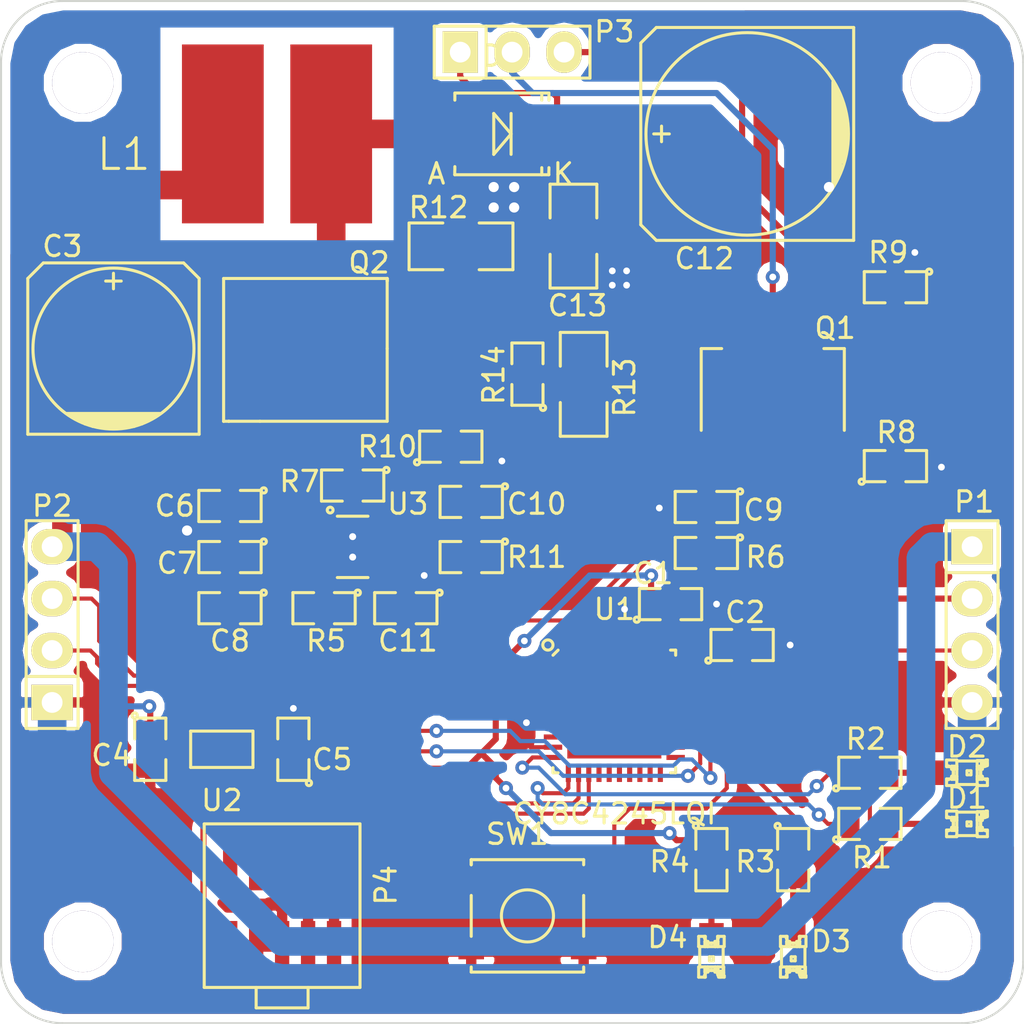
<source format=kicad_pcb>
(kicad_pcb (version 4) (host pcbnew "(2014-11-23 BZR 5300)-product")

  (general
    (links 94)
    (no_connects 0)
    (area 94.108314 78.7021 150.991686 131.70866)
    (thickness 1.6)
    (drawings 8)
    (tracks 405)
    (zones 0)
    (modules 47)
    (nets 63)
  )

  (page A4)
  (layers
    (0 F.Cu signal)
    (31 B.Cu signal)
    (32 B.Adhes user)
    (33 F.Adhes user)
    (34 B.Paste user)
    (35 F.Paste user)
    (36 B.SilkS user)
    (37 F.SilkS user)
    (38 B.Mask user)
    (39 F.Mask user)
    (40 Dwgs.User user)
    (41 Cmts.User user)
    (42 Eco1.User user)
    (43 Eco2.User user)
    (44 Edge.Cuts user)
    (45 Margin user)
    (46 B.CrtYd user)
    (47 F.CrtYd user)
    (48 B.Fab user)
    (49 F.Fab user)
  )

  (setup
    (last_trace_width 0.16)
    (user_trace_width 0.16)
    (user_trace_width 0.2)
    (user_trace_width 0.3)
    (user_trace_width 0.4)
    (user_trace_width 0.6)
    (user_trace_width 0.8)
    (user_trace_width 1)
    (user_trace_width 1.4)
    (user_trace_width 1.8)
    (user_trace_width 2.4)
    (trace_clearance 0.1524)
    (zone_clearance 0.4064)
    (zone_45_only no)
    (trace_min 0.1524)
    (segment_width 0.2)
    (edge_width 0.1)
    (via_size 0.6858)
    (via_drill 0.3302)
    (via_min_size 0.6858)
    (via_min_drill 0.3302)
    (user_via 0.6858 0.3302)
    (user_via 1 0.5)
    (uvia_size 0.508)
    (uvia_drill 0.127)
    (uvias_allowed no)
    (uvia_min_size 0.508)
    (uvia_min_drill 0.127)
    (pcb_text_width 0.3)
    (pcb_text_size 1.5 1.5)
    (mod_edge_width 0.15)
    (mod_text_size 1 1)
    (mod_text_width 0.15)
    (pad_size 0.69 0.69)
    (pad_drill 0.3302)
    (pad_to_mask_clearance 0)
    (aux_axis_origin 0 0)
    (grid_origin 82.55 144.78)
    (visible_elements FFFFFF7F)
    (pcbplotparams
      (layerselection 0x010f0_80000001)
      (usegerberextensions true)
      (excludeedgelayer true)
      (linewidth 0.100000)
      (plotframeref false)
      (viasonmask false)
      (mode 1)
      (useauxorigin false)
      (hpglpennumber 1)
      (hpglpenspeed 20)
      (hpglpendiameter 15)
      (hpglpenoverlay 2)
      (psnegative false)
      (psa4output false)
      (plotreference true)
      (plotvalue false)
      (plotinvisibletext false)
      (padsonsilk false)
      (subtractmaskfromsilk false)
      (outputformat 1)
      (mirror false)
      (drillshape 0)
      (scaleselection 1)
      (outputdirectory ../../../../tmp/gerb/))
  )

  (net 0 "")
  (net 1 +5V)
  (net 2 GND)
  (net 3 "Net-(C2-Pad1)")
  (net 4 +12V)
  (net 5 "Net-(C6-Pad1)")
  (net 6 "Net-(C7-Pad1)")
  (net 7 "Net-(C8-Pad1)")
  (net 8 "Net-(C8-Pad2)")
  (net 9 "Net-(C9-Pad1)")
  (net 10 "Net-(C10-Pad2)")
  (net 11 "Net-(C11-Pad1)")
  (net 12 HV+)
  (net 13 "Net-(D1-Pad1)")
  (net 14 "Net-(D2-Pad1)")
  (net 15 "Net-(D3-Pad1)")
  (net 16 "Net-(D4-Pad1)")
  (net 17 "Net-(D5-Pad1)")
  (net 18 UART_REV_RX)
  (net 19 UART_REV_TX)
  (net 20 UART_FWD_RX)
  (net 21 UART_FWD_TX)
  (net 22 "Net-(P3-Pad2)")
  (net 23 "Net-(P3-Pad3)")
  (net 24 "Net-(Q1-Pad1)")
  (net 25 STATUS_LED)
  (net 26 "Net-(R13-Pad2)")
  (net 27 CURRENT_PWM)
  (net 28 "Net-(Q2-PadG)")
  (net 29 "Net-(R10-Pad2)")
  (net 30 "Net-(Q2-PadS)")
  (net 31 "Net-(U1-Pad5)")
  (net 32 "Net-(U1-Pad4)")
  (net 33 "Net-(U1-Pad3)")
  (net 34 "Net-(U1-Pad2)")
  (net 35 "Net-(U1-Pad1)")
  (net 36 "Net-(U1-Pad6)")
  (net 37 "Net-(U1-Pad7)")
  (net 38 "Net-(U1-Pad8)")
  (net 39 "Net-(U1-Pad14)")
  (net 40 "Net-(U1-Pad15)")
  (net 41 "Net-(U1-Pad16)")
  (net 42 "Net-(U1-Pad17)")
  (net 43 "Net-(U1-Pad18)")
  (net 44 "Net-(U1-Pad19)")
  (net 45 "Net-(U1-Pad20)")
  (net 46 "Net-(U1-Pad21)")
  (net 47 "Net-(U1-Pad22)")
  (net 48 "Net-(U1-Pad23)")
  (net 49 "Net-(U1-Pad24)")
  (net 50 "Net-(U1-Pad25)")
  (net 51 "Net-(U1-Pad28)")
  (net 52 "Net-(U1-Pad29)")
  (net 53 "Net-(U1-Pad36)")
  (net 54 "Net-(U1-Pad39)")
  (net 55 "Net-(U1-Pad40)")
  (net 56 "Net-(U2-Pad4)")
  (net 57 HV_~EN~)
  (net 58 ~XRES~)
  (net 59 SWDIO)
  (net 60 SWDCLK)
  (net 61 "Net-(P4-Pad6)")
  (net 62 "Net-(P4-Pad8)")

  (net_class Default "This is the default net class."
    (clearance 0.1524)
    (trace_width 1524)
    (via_dia 0.6858)
    (via_drill 0.3302)
    (uvia_dia 0.508)
    (uvia_drill 0.127)
    (add_net +12V)
    (add_net +5V)
    (add_net CURRENT_PWM)
    (add_net GND)
    (add_net HV+)
    (add_net HV_~EN~)
    (add_net "Net-(C10-Pad2)")
    (add_net "Net-(C11-Pad1)")
    (add_net "Net-(C2-Pad1)")
    (add_net "Net-(C6-Pad1)")
    (add_net "Net-(C7-Pad1)")
    (add_net "Net-(C8-Pad1)")
    (add_net "Net-(C8-Pad2)")
    (add_net "Net-(C9-Pad1)")
    (add_net "Net-(D1-Pad1)")
    (add_net "Net-(D2-Pad1)")
    (add_net "Net-(D3-Pad1)")
    (add_net "Net-(D4-Pad1)")
    (add_net "Net-(D5-Pad1)")
    (add_net "Net-(P3-Pad2)")
    (add_net "Net-(P3-Pad3)")
    (add_net "Net-(P4-Pad6)")
    (add_net "Net-(P4-Pad8)")
    (add_net "Net-(Q1-Pad1)")
    (add_net "Net-(Q2-PadG)")
    (add_net "Net-(Q2-PadS)")
    (add_net "Net-(R10-Pad2)")
    (add_net "Net-(R13-Pad2)")
    (add_net "Net-(U1-Pad1)")
    (add_net "Net-(U1-Pad14)")
    (add_net "Net-(U1-Pad15)")
    (add_net "Net-(U1-Pad16)")
    (add_net "Net-(U1-Pad17)")
    (add_net "Net-(U1-Pad18)")
    (add_net "Net-(U1-Pad19)")
    (add_net "Net-(U1-Pad2)")
    (add_net "Net-(U1-Pad20)")
    (add_net "Net-(U1-Pad21)")
    (add_net "Net-(U1-Pad22)")
    (add_net "Net-(U1-Pad23)")
    (add_net "Net-(U1-Pad24)")
    (add_net "Net-(U1-Pad25)")
    (add_net "Net-(U1-Pad28)")
    (add_net "Net-(U1-Pad29)")
    (add_net "Net-(U1-Pad3)")
    (add_net "Net-(U1-Pad36)")
    (add_net "Net-(U1-Pad39)")
    (add_net "Net-(U1-Pad4)")
    (add_net "Net-(U1-Pad40)")
    (add_net "Net-(U1-Pad5)")
    (add_net "Net-(U1-Pad6)")
    (add_net "Net-(U1-Pad7)")
    (add_net "Net-(U1-Pad8)")
    (add_net "Net-(U2-Pad4)")
    (add_net STATUS_LED)
    (add_net SWDCLK)
    (add_net SWDIO)
    (add_net UART_FWD_RX)
    (add_net UART_FWD_TX)
    (add_net UART_REV_RX)
    (add_net UART_REV_TX)
    (add_net ~XRES~)
  )

  (module SMD_Packages:SMD-0805 (layer F.Cu) (tedit 549DC6C8) (tstamp 54922DF8)
    (at 130.3 109.28)
    (path /5490E280)
    (attr smd)
    (fp_text reference C1 (at -0.85 -1.5) (layer F.SilkS)
      (effects (font (size 1 1) (thickness 0.15)))
    )
    (fp_text value C (at 0 0.381) (layer F.SilkS) hide
      (effects (font (size 1 1) (thickness 0.15)))
    )
    (fp_circle (center -1.651 0.762) (end -1.651 0.635) (layer F.SilkS) (width 0.15))
    (fp_line (start -0.508 0.762) (end -1.524 0.762) (layer F.SilkS) (width 0.15))
    (fp_line (start -1.524 0.762) (end -1.524 -0.762) (layer F.SilkS) (width 0.15))
    (fp_line (start -1.524 -0.762) (end -0.508 -0.762) (layer F.SilkS) (width 0.15))
    (fp_line (start 0.508 -0.762) (end 1.524 -0.762) (layer F.SilkS) (width 0.15))
    (fp_line (start 1.524 -0.762) (end 1.524 0.762) (layer F.SilkS) (width 0.15))
    (fp_line (start 1.524 0.762) (end 0.508 0.762) (layer F.SilkS) (width 0.15))
    (pad 1 smd rect (at -0.9525 0) (size 0.889 1.397) (layers F.Cu F.Paste F.Mask)
      (net 1 +5V))
    (pad 2 smd rect (at 0.9525 0) (size 0.889 1.397) (layers F.Cu F.Paste F.Mask)
      (net 2 GND))
    (model SMD_Packages/SMD-0805.wrl
      (at (xyz 0 0 0))
      (scale (xyz 0.1 0.1 0.1))
      (rotate (xyz 0 0 0))
    )
  )

  (module SMD_Packages:SMD-0805 (layer F.Cu) (tedit 549DC6C3) (tstamp 549A5B13)
    (at 133.8 111.28)
    (path /5490E265)
    (attr smd)
    (fp_text reference C2 (at 0.15 -1.6) (layer F.SilkS)
      (effects (font (size 1 1) (thickness 0.15)))
    )
    (fp_text value C (at 0 0.381) (layer F.SilkS) hide
      (effects (font (size 1 1) (thickness 0.15)))
    )
    (fp_circle (center -1.651 0.762) (end -1.651 0.635) (layer F.SilkS) (width 0.15))
    (fp_line (start -0.508 0.762) (end -1.524 0.762) (layer F.SilkS) (width 0.15))
    (fp_line (start -1.524 0.762) (end -1.524 -0.762) (layer F.SilkS) (width 0.15))
    (fp_line (start -1.524 -0.762) (end -0.508 -0.762) (layer F.SilkS) (width 0.15))
    (fp_line (start 0.508 -0.762) (end 1.524 -0.762) (layer F.SilkS) (width 0.15))
    (fp_line (start 1.524 -0.762) (end 1.524 0.762) (layer F.SilkS) (width 0.15))
    (fp_line (start 1.524 0.762) (end 0.508 0.762) (layer F.SilkS) (width 0.15))
    (pad 1 smd rect (at -0.9525 0) (size 0.889 1.397) (layers F.Cu F.Paste F.Mask)
      (net 3 "Net-(C2-Pad1)"))
    (pad 2 smd rect (at 0.9525 0) (size 0.889 1.397) (layers F.Cu F.Paste F.Mask)
      (net 2 GND))
    (model SMD_Packages/SMD-0805.wrl
      (at (xyz 0 0 0))
      (scale (xyz 0.1 0.1 0.1))
      (rotate (xyz 0 0 0))
    )
  )

  (module SMD_Packages:SMD-0805 (layer F.Cu) (tedit 549DC657) (tstamp 54991D80)
    (at 104.85 116.38 270)
    (path /5490DF3A)
    (attr smd)
    (fp_text reference C4 (at 0.3 1.9 360) (layer F.SilkS)
      (effects (font (size 1 1) (thickness 0.15)))
    )
    (fp_text value C (at 0 0.381 270) (layer F.SilkS) hide
      (effects (font (size 1 1) (thickness 0.15)))
    )
    (fp_circle (center -1.651 0.762) (end -1.651 0.635) (layer F.SilkS) (width 0.15))
    (fp_line (start -0.508 0.762) (end -1.524 0.762) (layer F.SilkS) (width 0.15))
    (fp_line (start -1.524 0.762) (end -1.524 -0.762) (layer F.SilkS) (width 0.15))
    (fp_line (start -1.524 -0.762) (end -0.508 -0.762) (layer F.SilkS) (width 0.15))
    (fp_line (start 0.508 -0.762) (end 1.524 -0.762) (layer F.SilkS) (width 0.15))
    (fp_line (start 1.524 -0.762) (end 1.524 0.762) (layer F.SilkS) (width 0.15))
    (fp_line (start 1.524 0.762) (end 0.508 0.762) (layer F.SilkS) (width 0.15))
    (pad 1 smd rect (at -0.9525 0 270) (size 0.889 1.397) (layers F.Cu F.Paste F.Mask)
      (net 4 +12V))
    (pad 2 smd rect (at 0.9525 0 270) (size 0.889 1.397) (layers F.Cu F.Paste F.Mask)
      (net 2 GND))
    (model SMD_Packages/SMD-0805.wrl
      (at (xyz 0 0 0))
      (scale (xyz 0.1 0.1 0.1))
      (rotate (xyz 0 0 0))
    )
  )

  (module SMD_Packages:SMD-0805 (layer F.Cu) (tedit 549DC64F) (tstamp 54922E34)
    (at 111.85 116.38 90)
    (path /5490E097)
    (attr smd)
    (fp_text reference C5 (at -0.5 1.9 180) (layer F.SilkS)
      (effects (font (size 1 1) (thickness 0.15)))
    )
    (fp_text value C (at 0 0.381 90) (layer F.SilkS) hide
      (effects (font (size 1 1) (thickness 0.15)))
    )
    (fp_circle (center -1.651 0.762) (end -1.651 0.635) (layer F.SilkS) (width 0.15))
    (fp_line (start -0.508 0.762) (end -1.524 0.762) (layer F.SilkS) (width 0.15))
    (fp_line (start -1.524 0.762) (end -1.524 -0.762) (layer F.SilkS) (width 0.15))
    (fp_line (start -1.524 -0.762) (end -0.508 -0.762) (layer F.SilkS) (width 0.15))
    (fp_line (start 0.508 -0.762) (end 1.524 -0.762) (layer F.SilkS) (width 0.15))
    (fp_line (start 1.524 -0.762) (end 1.524 0.762) (layer F.SilkS) (width 0.15))
    (fp_line (start 1.524 0.762) (end 0.508 0.762) (layer F.SilkS) (width 0.15))
    (pad 1 smd rect (at -0.9525 0 90) (size 0.889 1.397) (layers F.Cu F.Paste F.Mask)
      (net 1 +5V))
    (pad 2 smd rect (at 0.9525 0 90) (size 0.889 1.397) (layers F.Cu F.Paste F.Mask)
      (net 2 GND))
    (model SMD_Packages/SMD-0805.wrl
      (at (xyz 0 0 0))
      (scale (xyz 0.1 0.1 0.1))
      (rotate (xyz 0 0 0))
    )
  )

  (module SMD_Packages:SMD-0805 (layer F.Cu) (tedit 549DC647) (tstamp 54922E41)
    (at 108.75 104.48 180)
    (path /54915639)
    (attr smd)
    (fp_text reference C6 (at 2.7 0 180) (layer F.SilkS)
      (effects (font (size 1 1) (thickness 0.15)))
    )
    (fp_text value C (at 0 0.381 180) (layer F.SilkS) hide
      (effects (font (size 1 1) (thickness 0.15)))
    )
    (fp_circle (center -1.651 0.762) (end -1.651 0.635) (layer F.SilkS) (width 0.15))
    (fp_line (start -0.508 0.762) (end -1.524 0.762) (layer F.SilkS) (width 0.15))
    (fp_line (start -1.524 0.762) (end -1.524 -0.762) (layer F.SilkS) (width 0.15))
    (fp_line (start -1.524 -0.762) (end -0.508 -0.762) (layer F.SilkS) (width 0.15))
    (fp_line (start 0.508 -0.762) (end 1.524 -0.762) (layer F.SilkS) (width 0.15))
    (fp_line (start 1.524 -0.762) (end 1.524 0.762) (layer F.SilkS) (width 0.15))
    (fp_line (start 1.524 0.762) (end 0.508 0.762) (layer F.SilkS) (width 0.15))
    (pad 1 smd rect (at -0.9525 0 180) (size 0.889 1.397) (layers F.Cu F.Paste F.Mask)
      (net 5 "Net-(C6-Pad1)"))
    (pad 2 smd rect (at 0.9525 0 180) (size 0.889 1.397) (layers F.Cu F.Paste F.Mask)
      (net 2 GND))
    (model SMD_Packages/SMD-0805.wrl
      (at (xyz 0 0 0))
      (scale (xyz 0.1 0.1 0.1))
      (rotate (xyz 0 0 0))
    )
  )

  (module SMD_Packages:SMD-0805 (layer F.Cu) (tedit 549DC645) (tstamp 54922E4E)
    (at 108.75 106.98 180)
    (path /549150F0)
    (attr smd)
    (fp_text reference C7 (at 2.6 -0.3 180) (layer F.SilkS)
      (effects (font (size 1 1) (thickness 0.15)))
    )
    (fp_text value C (at 0 0.381 180) (layer F.SilkS) hide
      (effects (font (size 1 1) (thickness 0.15)))
    )
    (fp_circle (center -1.651 0.762) (end -1.651 0.635) (layer F.SilkS) (width 0.15))
    (fp_line (start -0.508 0.762) (end -1.524 0.762) (layer F.SilkS) (width 0.15))
    (fp_line (start -1.524 0.762) (end -1.524 -0.762) (layer F.SilkS) (width 0.15))
    (fp_line (start -1.524 -0.762) (end -0.508 -0.762) (layer F.SilkS) (width 0.15))
    (fp_line (start 0.508 -0.762) (end 1.524 -0.762) (layer F.SilkS) (width 0.15))
    (fp_line (start 1.524 -0.762) (end 1.524 0.762) (layer F.SilkS) (width 0.15))
    (fp_line (start 1.524 0.762) (end 0.508 0.762) (layer F.SilkS) (width 0.15))
    (pad 1 smd rect (at -0.9525 0 180) (size 0.889 1.397) (layers F.Cu F.Paste F.Mask)
      (net 6 "Net-(C7-Pad1)"))
    (pad 2 smd rect (at 0.9525 0 180) (size 0.889 1.397) (layers F.Cu F.Paste F.Mask)
      (net 2 GND))
    (model SMD_Packages/SMD-0805.wrl
      (at (xyz 0 0 0))
      (scale (xyz 0.1 0.1 0.1))
      (rotate (xyz 0 0 0))
    )
  )

  (module SMD_Packages:SMD-0805 (layer F.Cu) (tedit 549DC63F) (tstamp 54922E5B)
    (at 108.75 109.48 180)
    (path /5490E15F)
    (attr smd)
    (fp_text reference C8 (at 0 -1.6 180) (layer F.SilkS)
      (effects (font (size 1 1) (thickness 0.15)))
    )
    (fp_text value C (at 0 0.381 180) (layer F.SilkS) hide
      (effects (font (size 1 1) (thickness 0.15)))
    )
    (fp_circle (center -1.651 0.762) (end -1.651 0.635) (layer F.SilkS) (width 0.15))
    (fp_line (start -0.508 0.762) (end -1.524 0.762) (layer F.SilkS) (width 0.15))
    (fp_line (start -1.524 0.762) (end -1.524 -0.762) (layer F.SilkS) (width 0.15))
    (fp_line (start -1.524 -0.762) (end -0.508 -0.762) (layer F.SilkS) (width 0.15))
    (fp_line (start 0.508 -0.762) (end 1.524 -0.762) (layer F.SilkS) (width 0.15))
    (fp_line (start 1.524 -0.762) (end 1.524 0.762) (layer F.SilkS) (width 0.15))
    (fp_line (start 1.524 0.762) (end 0.508 0.762) (layer F.SilkS) (width 0.15))
    (pad 1 smd rect (at -0.9525 0 180) (size 0.889 1.397) (layers F.Cu F.Paste F.Mask)
      (net 7 "Net-(C8-Pad1)"))
    (pad 2 smd rect (at 0.9525 0 180) (size 0.889 1.397) (layers F.Cu F.Paste F.Mask)
      (net 8 "Net-(C8-Pad2)"))
    (model SMD_Packages/SMD-0805.wrl
      (at (xyz 0 0 0))
      (scale (xyz 0.1 0.1 0.1))
      (rotate (xyz 0 0 0))
    )
  )

  (module SMD_Packages:SMD-0805 (layer F.Cu) (tedit 549DC6D4) (tstamp 54922E68)
    (at 132.05 104.53 180)
    (path /5491CB75)
    (attr smd)
    (fp_text reference C9 (at -2.8 -0.15 180) (layer F.SilkS)
      (effects (font (size 1 1) (thickness 0.15)))
    )
    (fp_text value C (at 0 0.381 180) (layer F.SilkS) hide
      (effects (font (size 1 1) (thickness 0.15)))
    )
    (fp_circle (center -1.651 0.762) (end -1.651 0.635) (layer F.SilkS) (width 0.15))
    (fp_line (start -0.508 0.762) (end -1.524 0.762) (layer F.SilkS) (width 0.15))
    (fp_line (start -1.524 0.762) (end -1.524 -0.762) (layer F.SilkS) (width 0.15))
    (fp_line (start -1.524 -0.762) (end -0.508 -0.762) (layer F.SilkS) (width 0.15))
    (fp_line (start 0.508 -0.762) (end 1.524 -0.762) (layer F.SilkS) (width 0.15))
    (fp_line (start 1.524 -0.762) (end 1.524 0.762) (layer F.SilkS) (width 0.15))
    (fp_line (start 1.524 0.762) (end 0.508 0.762) (layer F.SilkS) (width 0.15))
    (pad 1 smd rect (at -0.9525 0 180) (size 0.889 1.397) (layers F.Cu F.Paste F.Mask)
      (net 9 "Net-(C9-Pad1)"))
    (pad 2 smd rect (at 0.9525 0 180) (size 0.889 1.397) (layers F.Cu F.Paste F.Mask)
      (net 2 GND))
    (model SMD_Packages/SMD-0805.wrl
      (at (xyz 0 0 0))
      (scale (xyz 0.1 0.1 0.1))
      (rotate (xyz 0 0 0))
    )
  )

  (module SMD_Packages:SMD-0805 (layer F.Cu) (tedit 549DC62E) (tstamp 54922E75)
    (at 120.55 104.28 180)
    (path /54914623)
    (attr smd)
    (fp_text reference C10 (at -3.2 -0.1 180) (layer F.SilkS)
      (effects (font (size 1 1) (thickness 0.15)))
    )
    (fp_text value C (at 0 0.381 180) (layer F.SilkS) hide
      (effects (font (size 1 1) (thickness 0.15)))
    )
    (fp_circle (center -1.651 0.762) (end -1.651 0.635) (layer F.SilkS) (width 0.15))
    (fp_line (start -0.508 0.762) (end -1.524 0.762) (layer F.SilkS) (width 0.15))
    (fp_line (start -1.524 0.762) (end -1.524 -0.762) (layer F.SilkS) (width 0.15))
    (fp_line (start -1.524 -0.762) (end -0.508 -0.762) (layer F.SilkS) (width 0.15))
    (fp_line (start 0.508 -0.762) (end 1.524 -0.762) (layer F.SilkS) (width 0.15))
    (fp_line (start 1.524 -0.762) (end 1.524 0.762) (layer F.SilkS) (width 0.15))
    (fp_line (start 1.524 0.762) (end 0.508 0.762) (layer F.SilkS) (width 0.15))
    (pad 1 smd rect (at -0.9525 0 180) (size 0.889 1.397) (layers F.Cu F.Paste F.Mask)
      (net 2 GND))
    (pad 2 smd rect (at 0.9525 0 180) (size 0.889 1.397) (layers F.Cu F.Paste F.Mask)
      (net 10 "Net-(C10-Pad2)"))
    (model SMD_Packages/SMD-0805.wrl
      (at (xyz 0 0 0))
      (scale (xyz 0.1 0.1 0.1))
      (rotate (xyz 0 0 0))
    )
  )

  (module SMD_Packages:SMD-0805 (layer F.Cu) (tedit 549DC63B) (tstamp 54922E82)
    (at 117.35 109.48 180)
    (path /5491231B)
    (attr smd)
    (fp_text reference C11 (at -0.1 -1.6 180) (layer F.SilkS)
      (effects (font (size 1 1) (thickness 0.15)))
    )
    (fp_text value C (at 0 0.381 180) (layer F.SilkS) hide
      (effects (font (size 1 1) (thickness 0.15)))
    )
    (fp_circle (center -1.651 0.762) (end -1.651 0.635) (layer F.SilkS) (width 0.15))
    (fp_line (start -0.508 0.762) (end -1.524 0.762) (layer F.SilkS) (width 0.15))
    (fp_line (start -1.524 0.762) (end -1.524 -0.762) (layer F.SilkS) (width 0.15))
    (fp_line (start -1.524 -0.762) (end -0.508 -0.762) (layer F.SilkS) (width 0.15))
    (fp_line (start 0.508 -0.762) (end 1.524 -0.762) (layer F.SilkS) (width 0.15))
    (fp_line (start 1.524 -0.762) (end 1.524 0.762) (layer F.SilkS) (width 0.15))
    (fp_line (start 1.524 0.762) (end 0.508 0.762) (layer F.SilkS) (width 0.15))
    (pad 1 smd rect (at -0.9525 0 180) (size 0.889 1.397) (layers F.Cu F.Paste F.Mask)
      (net 11 "Net-(C11-Pad1)"))
    (pad 2 smd rect (at 0.9525 0 180) (size 0.889 1.397) (layers F.Cu F.Paste F.Mask)
      (net 2 GND))
    (model SMD_Packages/SMD-0805.wrl
      (at (xyz 0 0 0))
      (scale (xyz 0.1 0.1 0.1))
      (rotate (xyz 0 0 0))
    )
  )

  (module Capacitors_SMD:c_elec_10x10 (layer F.Cu) (tedit 549DC617) (tstamp 54922E97)
    (at 134.05 86.28 180)
    (descr "SMT capacitor, aluminium electrolytic, 10x10")
    (path /54918BC8)
    (fp_text reference C12 (at 2.1 -6.1 180) (layer F.SilkS)
      (effects (font (size 1 1) (thickness 0.15)))
    )
    (fp_text value "2.2uf hv" (at 0 5.842 180) (layer F.SilkS) hide
      (effects (font (size 1 1) (thickness 0.15)))
    )
    (fp_line (start -4.826 1.016) (end -4.826 -1.016) (layer F.SilkS) (width 0.15))
    (fp_line (start -4.699 -1.397) (end -4.699 1.524) (layer F.SilkS) (width 0.15))
    (fp_line (start -4.572 1.778) (end -4.572 -1.778) (layer F.SilkS) (width 0.15))
    (fp_line (start -4.445 -2.159) (end -4.445 2.159) (layer F.SilkS) (width 0.15))
    (fp_line (start -4.318 2.413) (end -4.318 -2.413) (layer F.SilkS) (width 0.15))
    (fp_line (start -4.191 -2.54) (end -4.191 2.54) (layer F.SilkS) (width 0.15))
    (fp_circle (center 0 0) (end 4.953 0) (layer F.SilkS) (width 0.15))
    (fp_line (start -5.207 -5.207) (end -5.207 5.207) (layer F.SilkS) (width 0.15))
    (fp_line (start -5.207 5.207) (end 4.445 5.207) (layer F.SilkS) (width 0.15))
    (fp_line (start 4.445 5.207) (end 5.207 4.445) (layer F.SilkS) (width 0.15))
    (fp_line (start 5.207 4.445) (end 5.207 -4.445) (layer F.SilkS) (width 0.15))
    (fp_line (start 5.207 -4.445) (end 4.445 -5.207) (layer F.SilkS) (width 0.15))
    (fp_line (start 4.445 -5.207) (end -5.207 -5.207) (layer F.SilkS) (width 0.15))
    (fp_line (start 4.572 0) (end 3.81 0) (layer F.SilkS) (width 0.15))
    (fp_line (start 4.191 -0.381) (end 4.191 0.381) (layer F.SilkS) (width 0.15))
    (pad 1 smd rect (at 4.0005 0 180) (size 4.0005 2.4003) (layers F.Cu F.Paste F.Mask)
      (net 12 HV+))
    (pad 2 smd rect (at -4.0005 0 180) (size 4.0005 2.4003) (layers F.Cu F.Paste F.Mask)
      (net 2 GND))
    (model Capacitors_SMD/c_elec_10x10.wrl
      (at (xyz 0 0 0))
      (scale (xyz 1 1 1))
      (rotate (xyz 0 0 0))
    )
  )

  (module SMD_Packages:SMD-1206 (layer F.Cu) (tedit 549DC61C) (tstamp 54922EA3)
    (at 125.55 91.28 270)
    (path /54913085)
    (attr smd)
    (fp_text reference C13 (at 3.4 -0.2 360) (layer F.SilkS)
      (effects (font (size 1 1) (thickness 0.15)))
    )
    (fp_text value "0.1uf hv" (at 0 0 270) (layer F.SilkS) hide
      (effects (font (size 1 1) (thickness 0.15)))
    )
    (fp_line (start -2.54 -1.143) (end -2.54 1.143) (layer F.SilkS) (width 0.15))
    (fp_line (start -2.54 1.143) (end -0.889 1.143) (layer F.SilkS) (width 0.15))
    (fp_line (start 0.889 -1.143) (end 2.54 -1.143) (layer F.SilkS) (width 0.15))
    (fp_line (start 2.54 -1.143) (end 2.54 1.143) (layer F.SilkS) (width 0.15))
    (fp_line (start 2.54 1.143) (end 0.889 1.143) (layer F.SilkS) (width 0.15))
    (fp_line (start -0.889 -1.143) (end -2.54 -1.143) (layer F.SilkS) (width 0.15))
    (pad 1 smd rect (at -1.651 0 270) (size 1.524 2.032) (layers F.Cu F.Paste F.Mask)
      (net 12 HV+))
    (pad 2 smd rect (at 1.651 0 270) (size 1.524 2.032) (layers F.Cu F.Paste F.Mask)
      (net 2 GND))
    (model SMD_Packages/SMD-1206.wrl
      (at (xyz 0 0 0))
      (scale (xyz 0.17 0.16 0.16))
      (rotate (xyz 0 0 0))
    )
  )

  (module LEDs:LED-0805 (layer F.Cu) (tedit 549DC5EA) (tstamp 54922EDE)
    (at 144.8 120.03)
    (descr "LED 0805 smd package")
    (tags "LED 0805 SMD")
    (path /5490F0C7)
    (attr smd)
    (fp_text reference D1 (at 0 -1.27) (layer F.SilkS)
      (effects (font (size 1 1) (thickness 0.15)))
    )
    (fp_text value LED (at 0 1.27) (layer F.SilkS) hide
      (effects (font (size 1 1) (thickness 0.15)))
    )
    (fp_line (start 0.49784 0.29972) (end 0.49784 0.62484) (layer F.SilkS) (width 0.15))
    (fp_line (start 0.49784 0.62484) (end 0.99822 0.62484) (layer F.SilkS) (width 0.15))
    (fp_line (start 0.99822 0.29972) (end 0.99822 0.62484) (layer F.SilkS) (width 0.15))
    (fp_line (start 0.49784 0.29972) (end 0.99822 0.29972) (layer F.SilkS) (width 0.15))
    (fp_line (start 0.49784 -0.32258) (end 0.49784 -0.17272) (layer F.SilkS) (width 0.15))
    (fp_line (start 0.49784 -0.17272) (end 0.7493 -0.17272) (layer F.SilkS) (width 0.15))
    (fp_line (start 0.7493 -0.32258) (end 0.7493 -0.17272) (layer F.SilkS) (width 0.15))
    (fp_line (start 0.49784 -0.32258) (end 0.7493 -0.32258) (layer F.SilkS) (width 0.15))
    (fp_line (start 0.49784 0.17272) (end 0.49784 0.32258) (layer F.SilkS) (width 0.15))
    (fp_line (start 0.49784 0.32258) (end 0.7493 0.32258) (layer F.SilkS) (width 0.15))
    (fp_line (start 0.7493 0.17272) (end 0.7493 0.32258) (layer F.SilkS) (width 0.15))
    (fp_line (start 0.49784 0.17272) (end 0.7493 0.17272) (layer F.SilkS) (width 0.15))
    (fp_line (start 0.49784 -0.19812) (end 0.49784 0.19812) (layer F.SilkS) (width 0.15))
    (fp_line (start 0.49784 0.19812) (end 0.6731 0.19812) (layer F.SilkS) (width 0.15))
    (fp_line (start 0.6731 -0.19812) (end 0.6731 0.19812) (layer F.SilkS) (width 0.15))
    (fp_line (start 0.49784 -0.19812) (end 0.6731 -0.19812) (layer F.SilkS) (width 0.15))
    (fp_line (start -0.99822 0.29972) (end -0.99822 0.62484) (layer F.SilkS) (width 0.15))
    (fp_line (start -0.99822 0.62484) (end -0.49784 0.62484) (layer F.SilkS) (width 0.15))
    (fp_line (start -0.49784 0.29972) (end -0.49784 0.62484) (layer F.SilkS) (width 0.15))
    (fp_line (start -0.99822 0.29972) (end -0.49784 0.29972) (layer F.SilkS) (width 0.15))
    (fp_line (start -0.99822 -0.62484) (end -0.99822 -0.29972) (layer F.SilkS) (width 0.15))
    (fp_line (start -0.99822 -0.29972) (end -0.49784 -0.29972) (layer F.SilkS) (width 0.15))
    (fp_line (start -0.49784 -0.62484) (end -0.49784 -0.29972) (layer F.SilkS) (width 0.15))
    (fp_line (start -0.99822 -0.62484) (end -0.49784 -0.62484) (layer F.SilkS) (width 0.15))
    (fp_line (start -0.7493 0.17272) (end -0.7493 0.32258) (layer F.SilkS) (width 0.15))
    (fp_line (start -0.7493 0.32258) (end -0.49784 0.32258) (layer F.SilkS) (width 0.15))
    (fp_line (start -0.49784 0.17272) (end -0.49784 0.32258) (layer F.SilkS) (width 0.15))
    (fp_line (start -0.7493 0.17272) (end -0.49784 0.17272) (layer F.SilkS) (width 0.15))
    (fp_line (start -0.7493 -0.32258) (end -0.7493 -0.17272) (layer F.SilkS) (width 0.15))
    (fp_line (start -0.7493 -0.17272) (end -0.49784 -0.17272) (layer F.SilkS) (width 0.15))
    (fp_line (start -0.49784 -0.32258) (end -0.49784 -0.17272) (layer F.SilkS) (width 0.15))
    (fp_line (start -0.7493 -0.32258) (end -0.49784 -0.32258) (layer F.SilkS) (width 0.15))
    (fp_line (start -0.6731 -0.19812) (end -0.6731 0.19812) (layer F.SilkS) (width 0.15))
    (fp_line (start -0.6731 0.19812) (end -0.49784 0.19812) (layer F.SilkS) (width 0.15))
    (fp_line (start -0.49784 -0.19812) (end -0.49784 0.19812) (layer F.SilkS) (width 0.15))
    (fp_line (start -0.6731 -0.19812) (end -0.49784 -0.19812) (layer F.SilkS) (width 0.15))
    (fp_line (start 0 -0.09906) (end 0 0.09906) (layer F.SilkS) (width 0.15))
    (fp_line (start 0 0.09906) (end 0.19812 0.09906) (layer F.SilkS) (width 0.15))
    (fp_line (start 0.19812 -0.09906) (end 0.19812 0.09906) (layer F.SilkS) (width 0.15))
    (fp_line (start 0 -0.09906) (end 0.19812 -0.09906) (layer F.SilkS) (width 0.15))
    (fp_line (start 0.49784 -0.59944) (end 0.49784 -0.29972) (layer F.SilkS) (width 0.15))
    (fp_line (start 0.49784 -0.29972) (end 0.79756 -0.29972) (layer F.SilkS) (width 0.15))
    (fp_line (start 0.79756 -0.59944) (end 0.79756 -0.29972) (layer F.SilkS) (width 0.15))
    (fp_line (start 0.49784 -0.59944) (end 0.79756 -0.59944) (layer F.SilkS) (width 0.15))
    (fp_line (start 0.92456 -0.62484) (end 0.92456 -0.39878) (layer F.SilkS) (width 0.15))
    (fp_line (start 0.92456 -0.39878) (end 0.99822 -0.39878) (layer F.SilkS) (width 0.15))
    (fp_line (start 0.99822 -0.62484) (end 0.99822 -0.39878) (layer F.SilkS) (width 0.15))
    (fp_line (start 0.92456 -0.62484) (end 0.99822 -0.62484) (layer F.SilkS) (width 0.15))
    (fp_line (start 0.52324 0.57404) (end -0.52324 0.57404) (layer F.SilkS) (width 0.15))
    (fp_line (start -0.49784 -0.57404) (end 0.92456 -0.57404) (layer F.SilkS) (width 0.15))
    (fp_circle (center 0.84836 -0.44958) (end 0.89916 -0.50038) (layer F.SilkS) (width 0.15))
    (fp_arc (start 0.99822 0) (end 0.99822 0.34798) (angle 180) (layer F.SilkS) (width 0.15))
    (fp_arc (start -0.99822 0) (end -0.99822 -0.34798) (angle 180) (layer F.SilkS) (width 0.15))
    (pad 1 smd rect (at -1.04902 0) (size 1.19888 1.19888) (layers F.Cu F.Paste F.Mask)
      (net 13 "Net-(D1-Pad1)"))
    (pad 2 smd rect (at 1.04902 0) (size 1.19888 1.19888) (layers F.Cu F.Paste F.Mask)
      (net 2 GND))
  )

  (module LEDs:LED-0805 (layer F.Cu) (tedit 549DC5EE) (tstamp 54922F19)
    (at 144.8 117.53)
    (descr "LED 0805 smd package")
    (tags "LED 0805 SMD")
    (path /5490F156)
    (attr smd)
    (fp_text reference D2 (at 0 -1.27) (layer F.SilkS)
      (effects (font (size 1 1) (thickness 0.15)))
    )
    (fp_text value LED (at 0 1.27) (layer F.SilkS) hide
      (effects (font (size 1 1) (thickness 0.15)))
    )
    (fp_line (start 0.49784 0.29972) (end 0.49784 0.62484) (layer F.SilkS) (width 0.15))
    (fp_line (start 0.49784 0.62484) (end 0.99822 0.62484) (layer F.SilkS) (width 0.15))
    (fp_line (start 0.99822 0.29972) (end 0.99822 0.62484) (layer F.SilkS) (width 0.15))
    (fp_line (start 0.49784 0.29972) (end 0.99822 0.29972) (layer F.SilkS) (width 0.15))
    (fp_line (start 0.49784 -0.32258) (end 0.49784 -0.17272) (layer F.SilkS) (width 0.15))
    (fp_line (start 0.49784 -0.17272) (end 0.7493 -0.17272) (layer F.SilkS) (width 0.15))
    (fp_line (start 0.7493 -0.32258) (end 0.7493 -0.17272) (layer F.SilkS) (width 0.15))
    (fp_line (start 0.49784 -0.32258) (end 0.7493 -0.32258) (layer F.SilkS) (width 0.15))
    (fp_line (start 0.49784 0.17272) (end 0.49784 0.32258) (layer F.SilkS) (width 0.15))
    (fp_line (start 0.49784 0.32258) (end 0.7493 0.32258) (layer F.SilkS) (width 0.15))
    (fp_line (start 0.7493 0.17272) (end 0.7493 0.32258) (layer F.SilkS) (width 0.15))
    (fp_line (start 0.49784 0.17272) (end 0.7493 0.17272) (layer F.SilkS) (width 0.15))
    (fp_line (start 0.49784 -0.19812) (end 0.49784 0.19812) (layer F.SilkS) (width 0.15))
    (fp_line (start 0.49784 0.19812) (end 0.6731 0.19812) (layer F.SilkS) (width 0.15))
    (fp_line (start 0.6731 -0.19812) (end 0.6731 0.19812) (layer F.SilkS) (width 0.15))
    (fp_line (start 0.49784 -0.19812) (end 0.6731 -0.19812) (layer F.SilkS) (width 0.15))
    (fp_line (start -0.99822 0.29972) (end -0.99822 0.62484) (layer F.SilkS) (width 0.15))
    (fp_line (start -0.99822 0.62484) (end -0.49784 0.62484) (layer F.SilkS) (width 0.15))
    (fp_line (start -0.49784 0.29972) (end -0.49784 0.62484) (layer F.SilkS) (width 0.15))
    (fp_line (start -0.99822 0.29972) (end -0.49784 0.29972) (layer F.SilkS) (width 0.15))
    (fp_line (start -0.99822 -0.62484) (end -0.99822 -0.29972) (layer F.SilkS) (width 0.15))
    (fp_line (start -0.99822 -0.29972) (end -0.49784 -0.29972) (layer F.SilkS) (width 0.15))
    (fp_line (start -0.49784 -0.62484) (end -0.49784 -0.29972) (layer F.SilkS) (width 0.15))
    (fp_line (start -0.99822 -0.62484) (end -0.49784 -0.62484) (layer F.SilkS) (width 0.15))
    (fp_line (start -0.7493 0.17272) (end -0.7493 0.32258) (layer F.SilkS) (width 0.15))
    (fp_line (start -0.7493 0.32258) (end -0.49784 0.32258) (layer F.SilkS) (width 0.15))
    (fp_line (start -0.49784 0.17272) (end -0.49784 0.32258) (layer F.SilkS) (width 0.15))
    (fp_line (start -0.7493 0.17272) (end -0.49784 0.17272) (layer F.SilkS) (width 0.15))
    (fp_line (start -0.7493 -0.32258) (end -0.7493 -0.17272) (layer F.SilkS) (width 0.15))
    (fp_line (start -0.7493 -0.17272) (end -0.49784 -0.17272) (layer F.SilkS) (width 0.15))
    (fp_line (start -0.49784 -0.32258) (end -0.49784 -0.17272) (layer F.SilkS) (width 0.15))
    (fp_line (start -0.7493 -0.32258) (end -0.49784 -0.32258) (layer F.SilkS) (width 0.15))
    (fp_line (start -0.6731 -0.19812) (end -0.6731 0.19812) (layer F.SilkS) (width 0.15))
    (fp_line (start -0.6731 0.19812) (end -0.49784 0.19812) (layer F.SilkS) (width 0.15))
    (fp_line (start -0.49784 -0.19812) (end -0.49784 0.19812) (layer F.SilkS) (width 0.15))
    (fp_line (start -0.6731 -0.19812) (end -0.49784 -0.19812) (layer F.SilkS) (width 0.15))
    (fp_line (start 0 -0.09906) (end 0 0.09906) (layer F.SilkS) (width 0.15))
    (fp_line (start 0 0.09906) (end 0.19812 0.09906) (layer F.SilkS) (width 0.15))
    (fp_line (start 0.19812 -0.09906) (end 0.19812 0.09906) (layer F.SilkS) (width 0.15))
    (fp_line (start 0 -0.09906) (end 0.19812 -0.09906) (layer F.SilkS) (width 0.15))
    (fp_line (start 0.49784 -0.59944) (end 0.49784 -0.29972) (layer F.SilkS) (width 0.15))
    (fp_line (start 0.49784 -0.29972) (end 0.79756 -0.29972) (layer F.SilkS) (width 0.15))
    (fp_line (start 0.79756 -0.59944) (end 0.79756 -0.29972) (layer F.SilkS) (width 0.15))
    (fp_line (start 0.49784 -0.59944) (end 0.79756 -0.59944) (layer F.SilkS) (width 0.15))
    (fp_line (start 0.92456 -0.62484) (end 0.92456 -0.39878) (layer F.SilkS) (width 0.15))
    (fp_line (start 0.92456 -0.39878) (end 0.99822 -0.39878) (layer F.SilkS) (width 0.15))
    (fp_line (start 0.99822 -0.62484) (end 0.99822 -0.39878) (layer F.SilkS) (width 0.15))
    (fp_line (start 0.92456 -0.62484) (end 0.99822 -0.62484) (layer F.SilkS) (width 0.15))
    (fp_line (start 0.52324 0.57404) (end -0.52324 0.57404) (layer F.SilkS) (width 0.15))
    (fp_line (start -0.49784 -0.57404) (end 0.92456 -0.57404) (layer F.SilkS) (width 0.15))
    (fp_circle (center 0.84836 -0.44958) (end 0.89916 -0.50038) (layer F.SilkS) (width 0.15))
    (fp_arc (start 0.99822 0) (end 0.99822 0.34798) (angle 180) (layer F.SilkS) (width 0.15))
    (fp_arc (start -0.99822 0) (end -0.99822 -0.34798) (angle 180) (layer F.SilkS) (width 0.15))
    (pad 1 smd rect (at -1.04902 0) (size 1.19888 1.19888) (layers F.Cu F.Paste F.Mask)
      (net 14 "Net-(D2-Pad1)"))
    (pad 2 smd rect (at 1.04902 0) (size 1.19888 1.19888) (layers F.Cu F.Paste F.Mask)
      (net 2 GND))
  )

  (module LEDs:LED-0805 (layer F.Cu) (tedit 549DC6A3) (tstamp 54922F54)
    (at 136.3 126.53 270)
    (descr "LED 0805 smd package")
    (tags "LED 0805 SMD")
    (path /5490F173)
    (attr smd)
    (fp_text reference D3 (at -0.75 -1.85 360) (layer F.SilkS)
      (effects (font (size 1 1) (thickness 0.15)))
    )
    (fp_text value LED (at 0 1.27 270) (layer F.SilkS) hide
      (effects (font (size 1 1) (thickness 0.15)))
    )
    (fp_line (start 0.49784 0.29972) (end 0.49784 0.62484) (layer F.SilkS) (width 0.15))
    (fp_line (start 0.49784 0.62484) (end 0.99822 0.62484) (layer F.SilkS) (width 0.15))
    (fp_line (start 0.99822 0.29972) (end 0.99822 0.62484) (layer F.SilkS) (width 0.15))
    (fp_line (start 0.49784 0.29972) (end 0.99822 0.29972) (layer F.SilkS) (width 0.15))
    (fp_line (start 0.49784 -0.32258) (end 0.49784 -0.17272) (layer F.SilkS) (width 0.15))
    (fp_line (start 0.49784 -0.17272) (end 0.7493 -0.17272) (layer F.SilkS) (width 0.15))
    (fp_line (start 0.7493 -0.32258) (end 0.7493 -0.17272) (layer F.SilkS) (width 0.15))
    (fp_line (start 0.49784 -0.32258) (end 0.7493 -0.32258) (layer F.SilkS) (width 0.15))
    (fp_line (start 0.49784 0.17272) (end 0.49784 0.32258) (layer F.SilkS) (width 0.15))
    (fp_line (start 0.49784 0.32258) (end 0.7493 0.32258) (layer F.SilkS) (width 0.15))
    (fp_line (start 0.7493 0.17272) (end 0.7493 0.32258) (layer F.SilkS) (width 0.15))
    (fp_line (start 0.49784 0.17272) (end 0.7493 0.17272) (layer F.SilkS) (width 0.15))
    (fp_line (start 0.49784 -0.19812) (end 0.49784 0.19812) (layer F.SilkS) (width 0.15))
    (fp_line (start 0.49784 0.19812) (end 0.6731 0.19812) (layer F.SilkS) (width 0.15))
    (fp_line (start 0.6731 -0.19812) (end 0.6731 0.19812) (layer F.SilkS) (width 0.15))
    (fp_line (start 0.49784 -0.19812) (end 0.6731 -0.19812) (layer F.SilkS) (width 0.15))
    (fp_line (start -0.99822 0.29972) (end -0.99822 0.62484) (layer F.SilkS) (width 0.15))
    (fp_line (start -0.99822 0.62484) (end -0.49784 0.62484) (layer F.SilkS) (width 0.15))
    (fp_line (start -0.49784 0.29972) (end -0.49784 0.62484) (layer F.SilkS) (width 0.15))
    (fp_line (start -0.99822 0.29972) (end -0.49784 0.29972) (layer F.SilkS) (width 0.15))
    (fp_line (start -0.99822 -0.62484) (end -0.99822 -0.29972) (layer F.SilkS) (width 0.15))
    (fp_line (start -0.99822 -0.29972) (end -0.49784 -0.29972) (layer F.SilkS) (width 0.15))
    (fp_line (start -0.49784 -0.62484) (end -0.49784 -0.29972) (layer F.SilkS) (width 0.15))
    (fp_line (start -0.99822 -0.62484) (end -0.49784 -0.62484) (layer F.SilkS) (width 0.15))
    (fp_line (start -0.7493 0.17272) (end -0.7493 0.32258) (layer F.SilkS) (width 0.15))
    (fp_line (start -0.7493 0.32258) (end -0.49784 0.32258) (layer F.SilkS) (width 0.15))
    (fp_line (start -0.49784 0.17272) (end -0.49784 0.32258) (layer F.SilkS) (width 0.15))
    (fp_line (start -0.7493 0.17272) (end -0.49784 0.17272) (layer F.SilkS) (width 0.15))
    (fp_line (start -0.7493 -0.32258) (end -0.7493 -0.17272) (layer F.SilkS) (width 0.15))
    (fp_line (start -0.7493 -0.17272) (end -0.49784 -0.17272) (layer F.SilkS) (width 0.15))
    (fp_line (start -0.49784 -0.32258) (end -0.49784 -0.17272) (layer F.SilkS) (width 0.15))
    (fp_line (start -0.7493 -0.32258) (end -0.49784 -0.32258) (layer F.SilkS) (width 0.15))
    (fp_line (start -0.6731 -0.19812) (end -0.6731 0.19812) (layer F.SilkS) (width 0.15))
    (fp_line (start -0.6731 0.19812) (end -0.49784 0.19812) (layer F.SilkS) (width 0.15))
    (fp_line (start -0.49784 -0.19812) (end -0.49784 0.19812) (layer F.SilkS) (width 0.15))
    (fp_line (start -0.6731 -0.19812) (end -0.49784 -0.19812) (layer F.SilkS) (width 0.15))
    (fp_line (start 0 -0.09906) (end 0 0.09906) (layer F.SilkS) (width 0.15))
    (fp_line (start 0 0.09906) (end 0.19812 0.09906) (layer F.SilkS) (width 0.15))
    (fp_line (start 0.19812 -0.09906) (end 0.19812 0.09906) (layer F.SilkS) (width 0.15))
    (fp_line (start 0 -0.09906) (end 0.19812 -0.09906) (layer F.SilkS) (width 0.15))
    (fp_line (start 0.49784 -0.59944) (end 0.49784 -0.29972) (layer F.SilkS) (width 0.15))
    (fp_line (start 0.49784 -0.29972) (end 0.79756 -0.29972) (layer F.SilkS) (width 0.15))
    (fp_line (start 0.79756 -0.59944) (end 0.79756 -0.29972) (layer F.SilkS) (width 0.15))
    (fp_line (start 0.49784 -0.59944) (end 0.79756 -0.59944) (layer F.SilkS) (width 0.15))
    (fp_line (start 0.92456 -0.62484) (end 0.92456 -0.39878) (layer F.SilkS) (width 0.15))
    (fp_line (start 0.92456 -0.39878) (end 0.99822 -0.39878) (layer F.SilkS) (width 0.15))
    (fp_line (start 0.99822 -0.62484) (end 0.99822 -0.39878) (layer F.SilkS) (width 0.15))
    (fp_line (start 0.92456 -0.62484) (end 0.99822 -0.62484) (layer F.SilkS) (width 0.15))
    (fp_line (start 0.52324 0.57404) (end -0.52324 0.57404) (layer F.SilkS) (width 0.15))
    (fp_line (start -0.49784 -0.57404) (end 0.92456 -0.57404) (layer F.SilkS) (width 0.15))
    (fp_circle (center 0.84836 -0.44958) (end 0.89916 -0.50038) (layer F.SilkS) (width 0.15))
    (fp_arc (start 0.99822 0) (end 0.99822 0.34798) (angle 180) (layer F.SilkS) (width 0.15))
    (fp_arc (start -0.99822 0) (end -0.99822 -0.34798) (angle 180) (layer F.SilkS) (width 0.15))
    (pad 1 smd rect (at -1.04902 0 270) (size 1.19888 1.19888) (layers F.Cu F.Paste F.Mask)
      (net 15 "Net-(D3-Pad1)"))
    (pad 2 smd rect (at 1.04902 0 270) (size 1.19888 1.19888) (layers F.Cu F.Paste F.Mask)
      (net 2 GND))
  )

  (module LEDs:LED-0805 (layer F.Cu) (tedit 549DC69E) (tstamp 54922F8F)
    (at 132.3 126.53 270)
    (descr "LED 0805 smd package")
    (tags "LED 0805 SMD")
    (path /5490F190)
    (attr smd)
    (fp_text reference D4 (at -0.95 2.15 360) (layer F.SilkS)
      (effects (font (size 1 1) (thickness 0.15)))
    )
    (fp_text value LED (at 0 1.27 270) (layer F.SilkS) hide
      (effects (font (size 1 1) (thickness 0.15)))
    )
    (fp_line (start 0.49784 0.29972) (end 0.49784 0.62484) (layer F.SilkS) (width 0.15))
    (fp_line (start 0.49784 0.62484) (end 0.99822 0.62484) (layer F.SilkS) (width 0.15))
    (fp_line (start 0.99822 0.29972) (end 0.99822 0.62484) (layer F.SilkS) (width 0.15))
    (fp_line (start 0.49784 0.29972) (end 0.99822 0.29972) (layer F.SilkS) (width 0.15))
    (fp_line (start 0.49784 -0.32258) (end 0.49784 -0.17272) (layer F.SilkS) (width 0.15))
    (fp_line (start 0.49784 -0.17272) (end 0.7493 -0.17272) (layer F.SilkS) (width 0.15))
    (fp_line (start 0.7493 -0.32258) (end 0.7493 -0.17272) (layer F.SilkS) (width 0.15))
    (fp_line (start 0.49784 -0.32258) (end 0.7493 -0.32258) (layer F.SilkS) (width 0.15))
    (fp_line (start 0.49784 0.17272) (end 0.49784 0.32258) (layer F.SilkS) (width 0.15))
    (fp_line (start 0.49784 0.32258) (end 0.7493 0.32258) (layer F.SilkS) (width 0.15))
    (fp_line (start 0.7493 0.17272) (end 0.7493 0.32258) (layer F.SilkS) (width 0.15))
    (fp_line (start 0.49784 0.17272) (end 0.7493 0.17272) (layer F.SilkS) (width 0.15))
    (fp_line (start 0.49784 -0.19812) (end 0.49784 0.19812) (layer F.SilkS) (width 0.15))
    (fp_line (start 0.49784 0.19812) (end 0.6731 0.19812) (layer F.SilkS) (width 0.15))
    (fp_line (start 0.6731 -0.19812) (end 0.6731 0.19812) (layer F.SilkS) (width 0.15))
    (fp_line (start 0.49784 -0.19812) (end 0.6731 -0.19812) (layer F.SilkS) (width 0.15))
    (fp_line (start -0.99822 0.29972) (end -0.99822 0.62484) (layer F.SilkS) (width 0.15))
    (fp_line (start -0.99822 0.62484) (end -0.49784 0.62484) (layer F.SilkS) (width 0.15))
    (fp_line (start -0.49784 0.29972) (end -0.49784 0.62484) (layer F.SilkS) (width 0.15))
    (fp_line (start -0.99822 0.29972) (end -0.49784 0.29972) (layer F.SilkS) (width 0.15))
    (fp_line (start -0.99822 -0.62484) (end -0.99822 -0.29972) (layer F.SilkS) (width 0.15))
    (fp_line (start -0.99822 -0.29972) (end -0.49784 -0.29972) (layer F.SilkS) (width 0.15))
    (fp_line (start -0.49784 -0.62484) (end -0.49784 -0.29972) (layer F.SilkS) (width 0.15))
    (fp_line (start -0.99822 -0.62484) (end -0.49784 -0.62484) (layer F.SilkS) (width 0.15))
    (fp_line (start -0.7493 0.17272) (end -0.7493 0.32258) (layer F.SilkS) (width 0.15))
    (fp_line (start -0.7493 0.32258) (end -0.49784 0.32258) (layer F.SilkS) (width 0.15))
    (fp_line (start -0.49784 0.17272) (end -0.49784 0.32258) (layer F.SilkS) (width 0.15))
    (fp_line (start -0.7493 0.17272) (end -0.49784 0.17272) (layer F.SilkS) (width 0.15))
    (fp_line (start -0.7493 -0.32258) (end -0.7493 -0.17272) (layer F.SilkS) (width 0.15))
    (fp_line (start -0.7493 -0.17272) (end -0.49784 -0.17272) (layer F.SilkS) (width 0.15))
    (fp_line (start -0.49784 -0.32258) (end -0.49784 -0.17272) (layer F.SilkS) (width 0.15))
    (fp_line (start -0.7493 -0.32258) (end -0.49784 -0.32258) (layer F.SilkS) (width 0.15))
    (fp_line (start -0.6731 -0.19812) (end -0.6731 0.19812) (layer F.SilkS) (width 0.15))
    (fp_line (start -0.6731 0.19812) (end -0.49784 0.19812) (layer F.SilkS) (width 0.15))
    (fp_line (start -0.49784 -0.19812) (end -0.49784 0.19812) (layer F.SilkS) (width 0.15))
    (fp_line (start -0.6731 -0.19812) (end -0.49784 -0.19812) (layer F.SilkS) (width 0.15))
    (fp_line (start 0 -0.09906) (end 0 0.09906) (layer F.SilkS) (width 0.15))
    (fp_line (start 0 0.09906) (end 0.19812 0.09906) (layer F.SilkS) (width 0.15))
    (fp_line (start 0.19812 -0.09906) (end 0.19812 0.09906) (layer F.SilkS) (width 0.15))
    (fp_line (start 0 -0.09906) (end 0.19812 -0.09906) (layer F.SilkS) (width 0.15))
    (fp_line (start 0.49784 -0.59944) (end 0.49784 -0.29972) (layer F.SilkS) (width 0.15))
    (fp_line (start 0.49784 -0.29972) (end 0.79756 -0.29972) (layer F.SilkS) (width 0.15))
    (fp_line (start 0.79756 -0.59944) (end 0.79756 -0.29972) (layer F.SilkS) (width 0.15))
    (fp_line (start 0.49784 -0.59944) (end 0.79756 -0.59944) (layer F.SilkS) (width 0.15))
    (fp_line (start 0.92456 -0.62484) (end 0.92456 -0.39878) (layer F.SilkS) (width 0.15))
    (fp_line (start 0.92456 -0.39878) (end 0.99822 -0.39878) (layer F.SilkS) (width 0.15))
    (fp_line (start 0.99822 -0.62484) (end 0.99822 -0.39878) (layer F.SilkS) (width 0.15))
    (fp_line (start 0.92456 -0.62484) (end 0.99822 -0.62484) (layer F.SilkS) (width 0.15))
    (fp_line (start 0.52324 0.57404) (end -0.52324 0.57404) (layer F.SilkS) (width 0.15))
    (fp_line (start -0.49784 -0.57404) (end 0.92456 -0.57404) (layer F.SilkS) (width 0.15))
    (fp_circle (center 0.84836 -0.44958) (end 0.89916 -0.50038) (layer F.SilkS) (width 0.15))
    (fp_arc (start 0.99822 0) (end 0.99822 0.34798) (angle 180) (layer F.SilkS) (width 0.15))
    (fp_arc (start -0.99822 0) (end -0.99822 -0.34798) (angle 180) (layer F.SilkS) (width 0.15))
    (pad 1 smd rect (at -1.04902 0 270) (size 1.19888 1.19888) (layers F.Cu F.Paste F.Mask)
      (net 16 "Net-(D4-Pad1)"))
    (pad 2 smd rect (at 1.04902 0 270) (size 1.19888 1.19888) (layers F.Cu F.Paste F.Mask)
      (net 2 GND))
  )

  (module Diodes_SMD:Diode-SMB_Handsoldering (layer F.Cu) (tedit 54922BA7) (tstamp 54922FAA)
    (at 122.05 86.28)
    (descr "Diode SMB Handsoldering")
    (tags "Diode SMB Handsoldering")
    (path /54912F39)
    (attr smd)
    (fp_text reference D5 (at 0 -3.81) (layer F.SilkS)
      (effects (font (size 1 1) (thickness 0.15)))
    )
    (fp_text value DIODE (at 0 3.81) (layer F.SilkS) hide
      (effects (font (size 1 1) (thickness 0.15)))
    )
    (fp_line (start 0.44958 0) (end -0.39878 -1.00076) (layer F.SilkS) (width 0.15))
    (fp_line (start -0.39878 -1.00076) (end -0.39878 1.00076) (layer F.SilkS) (width 0.15))
    (fp_line (start -0.39878 1.00076) (end 0.44958 0) (layer F.SilkS) (width 0.15))
    (fp_line (start 0.44958 0) (end 0.44958 1.00076) (layer F.SilkS) (width 0.15))
    (fp_line (start 0.44958 0) (end 0.44958 -1.00076) (layer F.SilkS) (width 0.15))
    (fp_text user A (at -3.2004 1.95072) (layer F.SilkS)
      (effects (font (size 1 1) (thickness 0.15)))
    )
    (fp_text user K (at 2.99974 1.95072) (layer F.SilkS)
      (effects (font (size 1 1) (thickness 0.15)))
    )
    (fp_line (start -2.30124 1.75006) (end -2.30124 1.6002) (layer F.SilkS) (width 0.15))
    (fp_line (start 1.95072 1.75006) (end 1.95072 1.651) (layer F.SilkS) (width 0.15))
    (fp_line (start 2.30124 1.75006) (end 2.30124 1.651) (layer F.SilkS) (width 0.15))
    (fp_line (start -2.30124 -1.75006) (end -2.30124 -1.651) (layer F.SilkS) (width 0.15))
    (fp_line (start 1.95072 -1.75006) (end 1.95072 -1.651) (layer F.SilkS) (width 0.15))
    (fp_line (start 2.30124 -1.75006) (end 2.30124 -1.651) (layer F.SilkS) (width 0.15))
    (fp_line (start 1.95072 1.99898) (end 1.95072 1.80086) (layer F.SilkS) (width 0.15))
    (fp_line (start 1.95072 -1.99898) (end 1.95072 -1.80086) (layer F.SilkS) (width 0.15))
    (fp_line (start 2.29616 1.99644) (end 2.29616 1.79832) (layer F.SilkS) (width 0.15))
    (fp_line (start -2.30632 1.99644) (end 2.29616 1.99644) (layer F.SilkS) (width 0.15))
    (fp_line (start -2.30632 1.99644) (end -2.30632 1.79832) (layer F.SilkS) (width 0.15))
    (fp_line (start -2.30124 -1.99898) (end -2.30124 -1.80086) (layer F.SilkS) (width 0.15))
    (fp_line (start -2.30124 -1.99898) (end 2.30124 -1.99898) (layer F.SilkS) (width 0.15))
    (fp_line (start 2.30124 -1.99898) (end 2.30124 -1.80086) (layer F.SilkS) (width 0.15))
    (pad 1 smd rect (at -2.70002 0) (size 3.50012 2.30124) (layers F.Cu F.Paste F.Mask)
      (net 17 "Net-(D5-Pad1)"))
    (pad 2 smd rect (at 2.70002 0) (size 3.50012 2.30124) (layers F.Cu F.Paste F.Mask)
      (net 12 HV+))
    (model Diodes_SMD/Diode-SMB_Handsoldering.wrl
      (at (xyz 0 0 0))
      (scale (xyz 0.3937 0.3937 0.3937))
      (rotate (xyz 0 0 0))
    )
  )

  (module wbraun_packages:LPS8045 (layer F.Cu) (tedit 549DF614) (tstamp 54922FB0)
    (at 111.05 86.28)
    (path /54912ABA)
    (fp_text reference L1 (at -7.5 1) (layer F.SilkS)
      (effects (font (size 1.5 1.5) (thickness 0.15)))
    )
    (fp_text value INDUCTOR (at 0.25 6.5) (layer F.SilkS) hide
      (effects (font (size 1.5 1.5) (thickness 0.15)))
    )
    (pad 1 smd rect (at -2.65 0) (size 4 8.75) (layers F.Cu F.Paste F.Mask)
      (net 4 +12V))
    (pad 2 smd rect (at 2.65 0) (size 4 8.75) (layers F.Cu F.Paste F.Mask)
      (net 17 "Net-(D5-Pad1)"))
  )

  (module Pin_Headers:Pin_Header_Straight_1x04 (layer F.Cu) (tedit 549DC6B7) (tstamp 54922FBF)
    (at 145.05 110.28 270)
    (descr "Through hole pin header")
    (tags "pin header")
    (path /5490E67B)
    (fp_text reference P1 (at -6 -0.1 360) (layer F.SilkS)
      (effects (font (size 1 1) (thickness 0.15)))
    )
    (fp_text value CONN_01X04 (at 0 0 270) (layer F.SilkS) hide
      (effects (font (size 1 1) (thickness 0.15)))
    )
    (fp_line (start -2.54 1.27) (end 5.08 1.27) (layer F.SilkS) (width 0.15))
    (fp_line (start -2.54 -1.27) (end 5.08 -1.27) (layer F.SilkS) (width 0.15))
    (fp_line (start -5.08 -1.27) (end -2.54 -1.27) (layer F.SilkS) (width 0.15))
    (fp_line (start 5.08 1.27) (end 5.08 -1.27) (layer F.SilkS) (width 0.15))
    (fp_line (start -2.54 -1.27) (end -2.54 1.27) (layer F.SilkS) (width 0.15))
    (fp_line (start -5.08 -1.27) (end -5.08 1.27) (layer F.SilkS) (width 0.15))
    (fp_line (start -5.08 1.27) (end -2.54 1.27) (layer F.SilkS) (width 0.15))
    (pad 1 thru_hole rect (at -3.81 0 270) (size 1.7272 2.032) (drill 1.016) (layers *.Cu *.Mask F.SilkS)
      (net 4 +12V))
    (pad 2 thru_hole oval (at -1.27 0 270) (size 1.7272 2.032) (drill 1.016) (layers *.Cu *.Mask F.SilkS)
      (net 18 UART_REV_RX))
    (pad 3 thru_hole oval (at 1.27 0 270) (size 1.7272 2.032) (drill 1.016) (layers *.Cu *.Mask F.SilkS)
      (net 19 UART_REV_TX))
    (pad 4 thru_hole oval (at 3.81 0 270) (size 1.7272 2.032) (drill 1.016) (layers *.Cu *.Mask F.SilkS)
      (net 2 GND))
    (model Pin_Headers/Pin_Header_Straight_1x04.wrl
      (at (xyz 0 0 0))
      (scale (xyz 1 1 1))
      (rotate (xyz 0 0 0))
    )
  )

  (module Pin_Headers:Pin_Header_Straight_1x04 (layer F.Cu) (tedit 549DC65D) (tstamp 54922FCE)
    (at 100.05 110.28 90)
    (descr "Through hole pin header")
    (tags "pin header")
    (path /5490E839)
    (fp_text reference P2 (at 5.8 0 180) (layer F.SilkS)
      (effects (font (size 1 1) (thickness 0.15)))
    )
    (fp_text value CONN_01X04 (at 0 0 90) (layer F.SilkS) hide
      (effects (font (size 1 1) (thickness 0.15)))
    )
    (fp_line (start -2.54 1.27) (end 5.08 1.27) (layer F.SilkS) (width 0.15))
    (fp_line (start -2.54 -1.27) (end 5.08 -1.27) (layer F.SilkS) (width 0.15))
    (fp_line (start -5.08 -1.27) (end -2.54 -1.27) (layer F.SilkS) (width 0.15))
    (fp_line (start 5.08 1.27) (end 5.08 -1.27) (layer F.SilkS) (width 0.15))
    (fp_line (start -2.54 -1.27) (end -2.54 1.27) (layer F.SilkS) (width 0.15))
    (fp_line (start -5.08 -1.27) (end -5.08 1.27) (layer F.SilkS) (width 0.15))
    (fp_line (start -5.08 1.27) (end -2.54 1.27) (layer F.SilkS) (width 0.15))
    (pad 1 thru_hole rect (at -3.81 0 90) (size 1.7272 2.032) (drill 1.016) (layers *.Cu *.Mask F.SilkS)
      (net 2 GND))
    (pad 2 thru_hole oval (at -1.27 0 90) (size 1.7272 2.032) (drill 1.016) (layers *.Cu *.Mask F.SilkS)
      (net 20 UART_FWD_RX))
    (pad 3 thru_hole oval (at 1.27 0 90) (size 1.7272 2.032) (drill 1.016) (layers *.Cu *.Mask F.SilkS)
      (net 21 UART_FWD_TX))
    (pad 4 thru_hole oval (at 3.81 0 90) (size 1.7272 2.032) (drill 1.016) (layers *.Cu *.Mask F.SilkS)
      (net 4 +12V))
    (model Pin_Headers/Pin_Header_Straight_1x04.wrl
      (at (xyz 0 0 0))
      (scale (xyz 1 1 1))
      (rotate (xyz 0 0 0))
    )
  )

  (module Pin_Headers:Pin_Header_Straight_1x03 (layer F.Cu) (tedit 549DF617) (tstamp 54922FDC)
    (at 122.55 82.28)
    (descr "Through hole pin header")
    (tags "pin header")
    (path /5491B89D)
    (fp_text reference P3 (at 5 -1) (layer F.SilkS)
      (effects (font (size 1 1) (thickness 0.15)))
    )
    (fp_text value CONN_01X03 (at 0 0) (layer F.SilkS) hide
      (effects (font (size 1 1) (thickness 0.15)))
    )
    (fp_line (start -1.27 1.27) (end 3.81 1.27) (layer F.SilkS) (width 0.15))
    (fp_line (start 3.81 1.27) (end 3.81 -1.27) (layer F.SilkS) (width 0.15))
    (fp_line (start 3.81 -1.27) (end -1.27 -1.27) (layer F.SilkS) (width 0.15))
    (fp_line (start -3.81 -1.27) (end -1.27 -1.27) (layer F.SilkS) (width 0.15))
    (fp_line (start -1.27 -1.27) (end -1.27 1.27) (layer F.SilkS) (width 0.15))
    (fp_line (start -3.81 -1.27) (end -3.81 1.27) (layer F.SilkS) (width 0.15))
    (fp_line (start -3.81 1.27) (end -1.27 1.27) (layer F.SilkS) (width 0.15))
    (pad 1 thru_hole rect (at -2.54 0) (size 1.7272 2.032) (drill 1.016) (layers *.Cu *.Mask F.SilkS)
      (net 12 HV+))
    (pad 2 thru_hole oval (at 0 0) (size 1.7272 2.032) (drill 1.016) (layers *.Cu *.Mask F.SilkS)
      (net 22 "Net-(P3-Pad2)"))
    (pad 3 thru_hole oval (at 2.54 0) (size 1.7272 2.032) (drill 1.016) (layers *.Cu *.Mask F.SilkS)
      (net 23 "Net-(P3-Pad3)"))
    (model Pin_Headers/Pin_Header_Straight_1x03.wrl
      (at (xyz 0 0 0))
      (scale (xyz 1 1 1))
      (rotate (xyz 0 0 0))
    )
  )

  (module SMD_Packages:SMD-0805 (layer F.Cu) (tedit 549DC6AE) (tstamp 54923013)
    (at 140.05 120.03)
    (path /5490EC33)
    (attr smd)
    (fp_text reference R1 (at 0.1 1.65) (layer F.SilkS)
      (effects (font (size 1 1) (thickness 0.15)))
    )
    (fp_text value R (at 0 0.381) (layer F.SilkS) hide
      (effects (font (size 1 1) (thickness 0.15)))
    )
    (fp_circle (center -1.651 0.762) (end -1.651 0.635) (layer F.SilkS) (width 0.15))
    (fp_line (start -0.508 0.762) (end -1.524 0.762) (layer F.SilkS) (width 0.15))
    (fp_line (start -1.524 0.762) (end -1.524 -0.762) (layer F.SilkS) (width 0.15))
    (fp_line (start -1.524 -0.762) (end -0.508 -0.762) (layer F.SilkS) (width 0.15))
    (fp_line (start 0.508 -0.762) (end 1.524 -0.762) (layer F.SilkS) (width 0.15))
    (fp_line (start 1.524 -0.762) (end 1.524 0.762) (layer F.SilkS) (width 0.15))
    (fp_line (start 1.524 0.762) (end 0.508 0.762) (layer F.SilkS) (width 0.15))
    (pad 1 smd rect (at -0.9525 0) (size 0.889 1.397) (layers F.Cu F.Paste F.Mask)
      (net 19 UART_REV_TX))
    (pad 2 smd rect (at 0.9525 0) (size 0.889 1.397) (layers F.Cu F.Paste F.Mask)
      (net 13 "Net-(D1-Pad1)"))
    (model SMD_Packages/SMD-0805.wrl
      (at (xyz 0 0 0))
      (scale (xyz 0.1 0.1 0.1))
      (rotate (xyz 0 0 0))
    )
  )

  (module SMD_Packages:SMD-0805 (layer F.Cu) (tedit 549DC6B0) (tstamp 54923020)
    (at 140.05 117.53)
    (path /5490EC84)
    (attr smd)
    (fp_text reference R2 (at -0.2 -1.65) (layer F.SilkS)
      (effects (font (size 1 1) (thickness 0.15)))
    )
    (fp_text value R (at 0 0.381) (layer F.SilkS) hide
      (effects (font (size 1 1) (thickness 0.15)))
    )
    (fp_circle (center -1.651 0.762) (end -1.651 0.635) (layer F.SilkS) (width 0.15))
    (fp_line (start -0.508 0.762) (end -1.524 0.762) (layer F.SilkS) (width 0.15))
    (fp_line (start -1.524 0.762) (end -1.524 -0.762) (layer F.SilkS) (width 0.15))
    (fp_line (start -1.524 -0.762) (end -0.508 -0.762) (layer F.SilkS) (width 0.15))
    (fp_line (start 0.508 -0.762) (end 1.524 -0.762) (layer F.SilkS) (width 0.15))
    (fp_line (start 1.524 -0.762) (end 1.524 0.762) (layer F.SilkS) (width 0.15))
    (fp_line (start 1.524 0.762) (end 0.508 0.762) (layer F.SilkS) (width 0.15))
    (pad 1 smd rect (at -0.9525 0) (size 0.889 1.397) (layers F.Cu F.Paste F.Mask)
      (net 18 UART_REV_RX))
    (pad 2 smd rect (at 0.9525 0) (size 0.889 1.397) (layers F.Cu F.Paste F.Mask)
      (net 14 "Net-(D2-Pad1)"))
    (model SMD_Packages/SMD-0805.wrl
      (at (xyz 0 0 0))
      (scale (xyz 0.1 0.1 0.1))
      (rotate (xyz 0 0 0))
    )
  )

  (module SMD_Packages:SMD-0805 (layer F.Cu) (tedit 549DC6A8) (tstamp 5492302D)
    (at 136.3 121.78 270)
    (path /5490ECAD)
    (attr smd)
    (fp_text reference R3 (at 0.1 1.85 360) (layer F.SilkS)
      (effects (font (size 1 1) (thickness 0.15)))
    )
    (fp_text value R (at 0 0.381 270) (layer F.SilkS) hide
      (effects (font (size 1 1) (thickness 0.15)))
    )
    (fp_circle (center -1.651 0.762) (end -1.651 0.635) (layer F.SilkS) (width 0.15))
    (fp_line (start -0.508 0.762) (end -1.524 0.762) (layer F.SilkS) (width 0.15))
    (fp_line (start -1.524 0.762) (end -1.524 -0.762) (layer F.SilkS) (width 0.15))
    (fp_line (start -1.524 -0.762) (end -0.508 -0.762) (layer F.SilkS) (width 0.15))
    (fp_line (start 0.508 -0.762) (end 1.524 -0.762) (layer F.SilkS) (width 0.15))
    (fp_line (start 1.524 -0.762) (end 1.524 0.762) (layer F.SilkS) (width 0.15))
    (fp_line (start 1.524 0.762) (end 0.508 0.762) (layer F.SilkS) (width 0.15))
    (pad 1 smd rect (at -0.9525 0 270) (size 0.889 1.397) (layers F.Cu F.Paste F.Mask)
      (net 25 STATUS_LED))
    (pad 2 smd rect (at 0.9525 0 270) (size 0.889 1.397) (layers F.Cu F.Paste F.Mask)
      (net 15 "Net-(D3-Pad1)"))
    (model SMD_Packages/SMD-0805.wrl
      (at (xyz 0 0 0))
      (scale (xyz 0.1 0.1 0.1))
      (rotate (xyz 0 0 0))
    )
  )

  (module SMD_Packages:SMD-0805 (layer F.Cu) (tedit 549DC69A) (tstamp 5492303A)
    (at 132.3 121.78 270)
    (path /5490F089)
    (attr smd)
    (fp_text reference R4 (at 0.1 2.05 360) (layer F.SilkS)
      (effects (font (size 1 1) (thickness 0.15)))
    )
    (fp_text value R (at 0 0.381 270) (layer F.SilkS) hide
      (effects (font (size 1 1) (thickness 0.15)))
    )
    (fp_circle (center -1.651 0.762) (end -1.651 0.635) (layer F.SilkS) (width 0.15))
    (fp_line (start -0.508 0.762) (end -1.524 0.762) (layer F.SilkS) (width 0.15))
    (fp_line (start -1.524 0.762) (end -1.524 -0.762) (layer F.SilkS) (width 0.15))
    (fp_line (start -1.524 -0.762) (end -0.508 -0.762) (layer F.SilkS) (width 0.15))
    (fp_line (start 0.508 -0.762) (end 1.524 -0.762) (layer F.SilkS) (width 0.15))
    (fp_line (start 1.524 -0.762) (end 1.524 0.762) (layer F.SilkS) (width 0.15))
    (fp_line (start 1.524 0.762) (end 0.508 0.762) (layer F.SilkS) (width 0.15))
    (pad 1 smd rect (at -0.9525 0 270) (size 0.889 1.397) (layers F.Cu F.Paste F.Mask)
      (net 1 +5V))
    (pad 2 smd rect (at 0.9525 0 270) (size 0.889 1.397) (layers F.Cu F.Paste F.Mask)
      (net 16 "Net-(D4-Pad1)"))
    (model SMD_Packages/SMD-0805.wrl
      (at (xyz 0 0 0))
      (scale (xyz 0.1 0.1 0.1))
      (rotate (xyz 0 0 0))
    )
  )

  (module SMD_Packages:SMD-0805 (layer F.Cu) (tedit 549DC63D) (tstamp 54923047)
    (at 113.35 109.48 180)
    (path /54914A35)
    (attr smd)
    (fp_text reference R5 (at -0.1 -1.6 180) (layer F.SilkS)
      (effects (font (size 1 1) (thickness 0.15)))
    )
    (fp_text value R (at 0 0.381 180) (layer F.SilkS) hide
      (effects (font (size 1 1) (thickness 0.15)))
    )
    (fp_circle (center -1.651 0.762) (end -1.651 0.635) (layer F.SilkS) (width 0.15))
    (fp_line (start -0.508 0.762) (end -1.524 0.762) (layer F.SilkS) (width 0.15))
    (fp_line (start -1.524 0.762) (end -1.524 -0.762) (layer F.SilkS) (width 0.15))
    (fp_line (start -1.524 -0.762) (end -0.508 -0.762) (layer F.SilkS) (width 0.15))
    (fp_line (start 0.508 -0.762) (end 1.524 -0.762) (layer F.SilkS) (width 0.15))
    (fp_line (start 1.524 -0.762) (end 1.524 0.762) (layer F.SilkS) (width 0.15))
    (fp_line (start 1.524 0.762) (end 0.508 0.762) (layer F.SilkS) (width 0.15))
    (pad 1 smd rect (at -0.9525 0 180) (size 0.889 1.397) (layers F.Cu F.Paste F.Mask)
      (net 8 "Net-(C8-Pad2)"))
    (pad 2 smd rect (at 0.9525 0 180) (size 0.889 1.397) (layers F.Cu F.Paste F.Mask)
      (net 26 "Net-(R13-Pad2)"))
    (model SMD_Packages/SMD-0805.wrl
      (at (xyz 0 0 0))
      (scale (xyz 0.1 0.1 0.1))
      (rotate (xyz 0 0 0))
    )
  )

  (module SMD_Packages:SMD-0805 (layer F.Cu) (tedit 549DC6D6) (tstamp 54923054)
    (at 132.05 106.78 180)
    (path /5490E85C)
    (attr smd)
    (fp_text reference R6 (at -2.9 -0.2 180) (layer F.SilkS)
      (effects (font (size 1 1) (thickness 0.15)))
    )
    (fp_text value R (at 0 0.381 180) (layer F.SilkS) hide
      (effects (font (size 1 1) (thickness 0.15)))
    )
    (fp_circle (center -1.651 0.762) (end -1.651 0.635) (layer F.SilkS) (width 0.15))
    (fp_line (start -0.508 0.762) (end -1.524 0.762) (layer F.SilkS) (width 0.15))
    (fp_line (start -1.524 0.762) (end -1.524 -0.762) (layer F.SilkS) (width 0.15))
    (fp_line (start -1.524 -0.762) (end -0.508 -0.762) (layer F.SilkS) (width 0.15))
    (fp_line (start 0.508 -0.762) (end 1.524 -0.762) (layer F.SilkS) (width 0.15))
    (fp_line (start 1.524 -0.762) (end 1.524 0.762) (layer F.SilkS) (width 0.15))
    (fp_line (start 1.524 0.762) (end 0.508 0.762) (layer F.SilkS) (width 0.15))
    (pad 1 smd rect (at -0.9525 0 180) (size 0.889 1.397) (layers F.Cu F.Paste F.Mask)
      (net 9 "Net-(C9-Pad1)"))
    (pad 2 smd rect (at 0.9525 0 180) (size 0.889 1.397) (layers F.Cu F.Paste F.Mask)
      (net 27 CURRENT_PWM))
    (model SMD_Packages/SMD-0805.wrl
      (at (xyz 0 0 0))
      (scale (xyz 0.1 0.1 0.1))
      (rotate (xyz 0 0 0))
    )
  )

  (module SMD_Packages:SMD-0805 (layer F.Cu) (tedit 549DC6E1) (tstamp 54923061)
    (at 114.75 103.48 180)
    (path /5491577A)
    (attr smd)
    (fp_text reference R7 (at 2.6 0.2 180) (layer F.SilkS)
      (effects (font (size 1 1) (thickness 0.15)))
    )
    (fp_text value R (at 0 0.381 180) (layer F.SilkS) hide
      (effects (font (size 1 1) (thickness 0.15)))
    )
    (fp_circle (center -1.651 0.762) (end -1.651 0.635) (layer F.SilkS) (width 0.15))
    (fp_line (start -0.508 0.762) (end -1.524 0.762) (layer F.SilkS) (width 0.15))
    (fp_line (start -1.524 0.762) (end -1.524 -0.762) (layer F.SilkS) (width 0.15))
    (fp_line (start -1.524 -0.762) (end -0.508 -0.762) (layer F.SilkS) (width 0.15))
    (fp_line (start 0.508 -0.762) (end 1.524 -0.762) (layer F.SilkS) (width 0.15))
    (fp_line (start 1.524 -0.762) (end 1.524 0.762) (layer F.SilkS) (width 0.15))
    (fp_line (start 1.524 0.762) (end 0.508 0.762) (layer F.SilkS) (width 0.15))
    (pad 1 smd rect (at -0.9525 0 180) (size 0.889 1.397) (layers F.Cu F.Paste F.Mask)
      (net 4 +12V))
    (pad 2 smd rect (at 0.9525 0 180) (size 0.889 1.397) (layers F.Cu F.Paste F.Mask)
      (net 5 "Net-(C6-Pad1)"))
    (model SMD_Packages/SMD-0805.wrl
      (at (xyz 0 0 0))
      (scale (xyz 0.1 0.1 0.1))
      (rotate (xyz 0 0 0))
    )
  )

  (module SMD_Packages:SMD-0805 (layer F.Cu) (tedit 549DC60F) (tstamp 5492306E)
    (at 141.3 102.53)
    (path /5490EB74)
    (attr smd)
    (fp_text reference R8 (at 0.05 -1.65) (layer F.SilkS)
      (effects (font (size 1 1) (thickness 0.15)))
    )
    (fp_text value R (at 0 0.381) (layer F.SilkS) hide
      (effects (font (size 1 1) (thickness 0.15)))
    )
    (fp_circle (center -1.651 0.762) (end -1.651 0.635) (layer F.SilkS) (width 0.15))
    (fp_line (start -0.508 0.762) (end -1.524 0.762) (layer F.SilkS) (width 0.15))
    (fp_line (start -1.524 0.762) (end -1.524 -0.762) (layer F.SilkS) (width 0.15))
    (fp_line (start -1.524 -0.762) (end -0.508 -0.762) (layer F.SilkS) (width 0.15))
    (fp_line (start 0.508 -0.762) (end 1.524 -0.762) (layer F.SilkS) (width 0.15))
    (fp_line (start 1.524 -0.762) (end 1.524 0.762) (layer F.SilkS) (width 0.15))
    (fp_line (start 1.524 0.762) (end 0.508 0.762) (layer F.SilkS) (width 0.15))
    (pad 1 smd rect (at -0.9525 0) (size 0.889 1.397) (layers F.Cu F.Paste F.Mask)
      (net 24 "Net-(Q1-Pad1)"))
    (pad 2 smd rect (at 0.9525 0) (size 0.889 1.397) (layers F.Cu F.Paste F.Mask)
      (net 2 GND))
    (model SMD_Packages/SMD-0805.wrl
      (at (xyz 0 0 0))
      (scale (xyz 0.1 0.1 0.1))
      (rotate (xyz 0 0 0))
    )
  )

  (module SMD_Packages:SMD-0805 (layer F.Cu) (tedit 549DC605) (tstamp 5492307B)
    (at 141.3 93.78 180)
    (path /5491BF73)
    (attr smd)
    (fp_text reference R9 (at 0.35 1.7 180) (layer F.SilkS)
      (effects (font (size 1 1) (thickness 0.15)))
    )
    (fp_text value R (at 0 0.381 180) (layer F.SilkS) hide
      (effects (font (size 1 1) (thickness 0.15)))
    )
    (fp_circle (center -1.651 0.762) (end -1.651 0.635) (layer F.SilkS) (width 0.15))
    (fp_line (start -0.508 0.762) (end -1.524 0.762) (layer F.SilkS) (width 0.15))
    (fp_line (start -1.524 0.762) (end -1.524 -0.762) (layer F.SilkS) (width 0.15))
    (fp_line (start -1.524 -0.762) (end -0.508 -0.762) (layer F.SilkS) (width 0.15))
    (fp_line (start 0.508 -0.762) (end 1.524 -0.762) (layer F.SilkS) (width 0.15))
    (fp_line (start 1.524 -0.762) (end 1.524 0.762) (layer F.SilkS) (width 0.15))
    (fp_line (start 1.524 0.762) (end 0.508 0.762) (layer F.SilkS) (width 0.15))
    (pad 1 smd rect (at -0.9525 0 180) (size 0.889 1.397) (layers F.Cu F.Paste F.Mask)
      (net 2 GND))
    (pad 2 smd rect (at 0.9525 0 180) (size 0.889 1.397) (layers F.Cu F.Paste F.Mask)
      (net 23 "Net-(P3-Pad3)"))
    (model SMD_Packages/SMD-0805.wrl
      (at (xyz 0 0 0))
      (scale (xyz 0.1 0.1 0.1))
      (rotate (xyz 0 0 0))
    )
  )

  (module SMD_Packages:SMD-0805 (layer F.Cu) (tedit 549DC62B) (tstamp 54923088)
    (at 119.55 101.58)
    (path /54911F11)
    (attr smd)
    (fp_text reference R10 (at -3.1 0) (layer F.SilkS)
      (effects (font (size 1 1) (thickness 0.15)))
    )
    (fp_text value R (at 0 0.381) (layer F.SilkS) hide
      (effects (font (size 1 1) (thickness 0.15)))
    )
    (fp_circle (center -1.651 0.762) (end -1.651 0.635) (layer F.SilkS) (width 0.15))
    (fp_line (start -0.508 0.762) (end -1.524 0.762) (layer F.SilkS) (width 0.15))
    (fp_line (start -1.524 0.762) (end -1.524 -0.762) (layer F.SilkS) (width 0.15))
    (fp_line (start -1.524 -0.762) (end -0.508 -0.762) (layer F.SilkS) (width 0.15))
    (fp_line (start 0.508 -0.762) (end 1.524 -0.762) (layer F.SilkS) (width 0.15))
    (fp_line (start 1.524 -0.762) (end 1.524 0.762) (layer F.SilkS) (width 0.15))
    (fp_line (start 1.524 0.762) (end 0.508 0.762) (layer F.SilkS) (width 0.15))
    (pad 1 smd rect (at -0.9525 0) (size 0.889 1.397) (layers F.Cu F.Paste F.Mask)
      (net 28 "Net-(Q2-PadG)"))
    (pad 2 smd rect (at 0.9525 0) (size 0.889 1.397) (layers F.Cu F.Paste F.Mask)
      (net 29 "Net-(R10-Pad2)"))
    (model SMD_Packages/SMD-0805.wrl
      (at (xyz 0 0 0))
      (scale (xyz 0.1 0.1 0.1))
      (rotate (xyz 0 0 0))
    )
  )

  (module SMD_Packages:SMD-0805 (layer F.Cu) (tedit 549DC634) (tstamp 54923095)
    (at 120.55 106.98 180)
    (path /54911FAE)
    (attr smd)
    (fp_text reference R11 (at -3.2 0 180) (layer F.SilkS)
      (effects (font (size 1 1) (thickness 0.15)))
    )
    (fp_text value R (at 0 0.381 180) (layer F.SilkS) hide
      (effects (font (size 1 1) (thickness 0.15)))
    )
    (fp_circle (center -1.651 0.762) (end -1.651 0.635) (layer F.SilkS) (width 0.15))
    (fp_line (start -0.508 0.762) (end -1.524 0.762) (layer F.SilkS) (width 0.15))
    (fp_line (start -1.524 0.762) (end -1.524 -0.762) (layer F.SilkS) (width 0.15))
    (fp_line (start -1.524 -0.762) (end -0.508 -0.762) (layer F.SilkS) (width 0.15))
    (fp_line (start 0.508 -0.762) (end 1.524 -0.762) (layer F.SilkS) (width 0.15))
    (fp_line (start 1.524 -0.762) (end 1.524 0.762) (layer F.SilkS) (width 0.15))
    (fp_line (start 1.524 0.762) (end 0.508 0.762) (layer F.SilkS) (width 0.15))
    (pad 1 smd rect (at -0.9525 0 180) (size 0.889 1.397) (layers F.Cu F.Paste F.Mask)
      (net 30 "Net-(Q2-PadS)"))
    (pad 2 smd rect (at 0.9525 0 180) (size 0.889 1.397) (layers F.Cu F.Paste F.Mask)
      (net 11 "Net-(C11-Pad1)"))
    (model SMD_Packages/SMD-0805.wrl
      (at (xyz 0 0 0))
      (scale (xyz 0.1 0.1 0.1))
      (rotate (xyz 0 0 0))
    )
  )

  (module SMD_Packages:SMD-1206 (layer F.Cu) (tedit 549DC621) (tstamp 549230AE)
    (at 126.05 98.53 270)
    (path /54911FEB)
    (attr smd)
    (fp_text reference R13 (at 0.15 -2 270) (layer F.SilkS)
      (effects (font (size 1 1) (thickness 0.15)))
    )
    (fp_text value HV (at 0 0 270) (layer F.SilkS) hide
      (effects (font (size 1 1) (thickness 0.15)))
    )
    (fp_line (start -2.54 -1.143) (end -2.54 1.143) (layer F.SilkS) (width 0.15))
    (fp_line (start -2.54 1.143) (end -0.889 1.143) (layer F.SilkS) (width 0.15))
    (fp_line (start 0.889 -1.143) (end 2.54 -1.143) (layer F.SilkS) (width 0.15))
    (fp_line (start 2.54 -1.143) (end 2.54 1.143) (layer F.SilkS) (width 0.15))
    (fp_line (start 2.54 1.143) (end 0.889 1.143) (layer F.SilkS) (width 0.15))
    (fp_line (start -0.889 -1.143) (end -2.54 -1.143) (layer F.SilkS) (width 0.15))
    (pad 1 smd rect (at -1.651 0 270) (size 1.524 2.032) (layers F.Cu F.Paste F.Mask)
      (net 12 HV+))
    (pad 2 smd rect (at 1.651 0 270) (size 1.524 2.032) (layers F.Cu F.Paste F.Mask)
      (net 26 "Net-(R13-Pad2)"))
    (model SMD_Packages/SMD-1206.wrl
      (at (xyz 0 0 0))
      (scale (xyz 0.17 0.16 0.16))
      (rotate (xyz 0 0 0))
    )
  )

  (module SMD_Packages:SMD-0805 (layer F.Cu) (tedit 549DC623) (tstamp 549DCA6D)
    (at 123.3 98.03 90)
    (path /54912030)
    (attr smd)
    (fp_text reference R14 (at -0.05 -1.65 90) (layer F.SilkS)
      (effects (font (size 1 1) (thickness 0.15)))
    )
    (fp_text value R (at 0 0.5 90) (layer F.SilkS) hide
      (effects (font (size 1 1) (thickness 0.15)))
    )
    (fp_circle (center -1.651 0.762) (end -1.651 0.635) (layer F.SilkS) (width 0.15))
    (fp_line (start -0.508 0.762) (end -1.524 0.762) (layer F.SilkS) (width 0.15))
    (fp_line (start -1.524 0.762) (end -1.524 -0.762) (layer F.SilkS) (width 0.15))
    (fp_line (start -1.524 -0.762) (end -0.508 -0.762) (layer F.SilkS) (width 0.15))
    (fp_line (start 0.508 -0.762) (end 1.524 -0.762) (layer F.SilkS) (width 0.15))
    (fp_line (start 1.524 -0.762) (end 1.524 0.762) (layer F.SilkS) (width 0.15))
    (fp_line (start 1.524 0.762) (end 0.508 0.762) (layer F.SilkS) (width 0.15))
    (pad 1 smd rect (at -0.9525 0 90) (size 0.889 1.397) (layers F.Cu F.Paste F.Mask)
      (net 26 "Net-(R13-Pad2)"))
    (pad 2 smd rect (at 0.9525 0 90) (size 0.889 1.397) (layers F.Cu F.Paste F.Mask)
      (net 2 GND))
    (model SMD_Packages/SMD-0805.wrl
      (at (xyz 0 0 0))
      (scale (xyz 0.1 0.1 0.1))
      (rotate (xyz 0 0 0))
    )
  )

  (module wbraun_packages:button-5mm (layer F.Cu) (tedit 549DC4AC) (tstamp 549230CD)
    (at 123.3 124.53)
    (tags "5mm SMD button")
    (path /54919286)
    (fp_text reference SW1 (at -0.5 -4) (layer F.SilkS)
      (effects (font (size 1 1) (thickness 0.15)))
    )
    (fp_text value SW_PUSH (at 0.25 4) (layer F.SilkS) hide
      (effects (font (size 1 1) (thickness 0.15)))
    )
    (fp_line (start 2.75 2.5) (end 2.75 2.75) (layer F.SilkS) (width 0.15))
    (fp_line (start 2.75 2.75) (end -2.75 2.75) (layer F.SilkS) (width 0.15))
    (fp_line (start -2.75 2.75) (end -2.75 2.5) (layer F.SilkS) (width 0.15))
    (fp_line (start 2.75 -1) (end 2.75 1) (layer F.SilkS) (width 0.15))
    (fp_line (start -2.75 -2.75) (end -2.75 -2.5) (layer F.SilkS) (width 0.15))
    (fp_line (start -2.75 -2.5) (end -2.75 -2.75) (layer F.SilkS) (width 0.15))
    (fp_line (start -2.75 -2.75) (end 2.75 -2.75) (layer F.SilkS) (width 0.15))
    (fp_line (start 2.75 -2.75) (end 2.75 -2.5) (layer F.SilkS) (width 0.15))
    (fp_line (start -2.75 -1) (end -2.75 1) (layer F.SilkS) (width 0.15))
    (fp_circle (center 0 0) (end 0.25 1.25) (layer F.SilkS) (width 0.15))
    (pad 2 smd rect (at -2.75 1.75) (size 1.25 0.75) (layers F.Cu F.Paste F.Mask)
      (net 2 GND))
    (pad 2 smd rect (at 2.75 1.75) (size 1.25 0.75) (layers F.Cu F.Paste F.Mask)
      (net 2 GND))
    (pad 1 smd rect (at 2.75 -1.75) (size 1.25 0.75) (layers F.Cu F.Paste F.Mask)
      (net 58 ~XRES~))
    (pad 1 smd rect (at -2.75 -1.75) (size 1.25 0.75) (layers F.Cu F.Paste F.Mask)
      (net 58 ~XRES~))
  )

  (module SMD_Packages:SOT-23-5 (layer F.Cu) (tedit 549DC653) (tstamp 54923113)
    (at 108.35 116.38 180)
    (path /5490DE56)
    (attr smd)
    (fp_text reference U2 (at 0 -2.5 360) (layer F.SilkS)
      (effects (font (size 1 1) (thickness 0.15)))
    )
    (fp_text value MIC5205 (at 0 0 180) (layer F.SilkS) hide
      (effects (font (size 1 1) (thickness 0.15)))
    )
    (fp_line (start 1.524 -0.889) (end 1.524 0.889) (layer F.SilkS) (width 0.15))
    (fp_line (start 1.524 0.889) (end -1.524 0.889) (layer F.SilkS) (width 0.15))
    (fp_line (start -1.524 0.889) (end -1.524 -0.889) (layer F.SilkS) (width 0.15))
    (fp_line (start -1.524 -0.889) (end 1.524 -0.889) (layer F.SilkS) (width 0.15))
    (pad 1 smd rect (at -0.9525 1.27 180) (size 0.508 0.762) (layers F.Cu F.Paste F.Mask)
      (net 4 +12V))
    (pad 3 smd rect (at 0.9525 1.27 180) (size 0.508 0.762) (layers F.Cu F.Paste F.Mask)
      (net 4 +12V))
    (pad 5 smd rect (at -0.9525 -1.27 180) (size 0.508 0.762) (layers F.Cu F.Paste F.Mask)
      (net 1 +5V))
    (pad 2 smd rect (at 0 1.27 180) (size 0.508 0.762) (layers F.Cu F.Paste F.Mask)
      (net 2 GND))
    (pad 4 smd rect (at 0.9525 -1.27 180) (size 0.508 0.762) (layers F.Cu F.Paste F.Mask)
      (net 56 "Net-(U2-Pad4)"))
    (model SMD_Packages/SOT-23-5.wrl
      (at (xyz 0 0 0))
      (scale (xyz 0.1 0.1 0.1))
      (rotate (xyz 0 0 0))
    )
  )

  (module SMD_Packages:DPAK-3_GDS (layer F.Cu) (tedit 549DC67B) (tstamp 54923656)
    (at 115.55 96.78 90)
    (path /54911DD0)
    (attr smd)
    (fp_text reference Q2 (at 4.2 0 180) (layer F.SilkS)
      (effects (font (size 1 1) (thickness 0.15)))
    )
    (fp_text value MOSFET_N (at 4.59994 -3.40106 180) (layer F.SilkS) hide
      (effects (font (size 1 1) (thickness 0.15)))
    )
    (fp_line (start 3.302 0.889) (end 3.302 0.889) (layer F.SilkS) (width 0.15))
    (fp_line (start 3.429 0.889) (end 3.302 0.889) (layer F.SilkS) (width 0.15))
    (fp_line (start 3.302 0.889) (end 3.429 0.889) (layer F.SilkS) (width 0.15))
    (fp_line (start -3.556 -5.334) (end -3.556 0.889) (layer F.SilkS) (width 0.15))
    (fp_line (start -3.556 0.889) (end 0 0.889) (layer F.SilkS) (width 0.15))
    (fp_line (start -3.556 -5.334) (end -3.556 -6.858) (layer F.SilkS) (width 0.15))
    (fp_line (start -3.556 -6.858) (end -3.556 -6.858) (layer F.SilkS) (width 0.15))
    (fp_line (start -3.556 -6.858) (end -3.556 -6.858) (layer F.SilkS) (width 0.15))
    (fp_line (start -3.556 -6.858) (end -3.556 -7.112) (layer F.SilkS) (width 0.15))
    (fp_line (start -3.556 -7.112) (end -3.556 -7.112) (layer F.SilkS) (width 0.15))
    (fp_line (start -3.556 -7.112) (end -3.556 -7.112) (layer F.SilkS) (width 0.15))
    (fp_line (start 0 0.889) (end 3.429 0.889) (layer F.SilkS) (width 0.15))
    (fp_line (start 3.429 0.889) (end 3.429 -7.112) (layer F.SilkS) (width 0.15))
    (fp_line (start 3.429 -7.112) (end -3.556 -7.112) (layer F.SilkS) (width 0.15))
    (pad G smd rect (at -2.286 2.413 90) (size 1.651 3.048) (layers F.Cu F.Paste F.Mask)
      (net 28 "Net-(Q2-PadG)"))
    (pad D smd rect (at 0 -3.937 90) (size 6.096 6.096) (layers F.Cu F.Paste F.Mask)
      (net 17 "Net-(D5-Pad1)"))
    (pad S smd rect (at 2.286 2.413 90) (size 1.651 3.048) (layers F.Cu F.Paste F.Mask)
      (net 30 "Net-(Q2-PadS)"))
    (model SMD_Packages/DPAK-3_GDS.wrl
      (at (xyz 0 -0.1 0))
      (scale (xyz 1 1 1))
      (rotate (xyz 0 0 0))
    )
  )

  (module Capacitors_SMD:c_elec_8x6.7 (layer F.Cu) (tedit 549DC672) (tstamp 549DC8C4)
    (at 103.05 96.78 90)
    (descr "SMT capacitor, aluminium electrolytic, 8x6.7")
    (path /5491B5D6)
    (fp_text reference C3 (at 5 -2.5 180) (layer F.SilkS)
      (effects (font (size 1 1) (thickness 0.15)))
    )
    (fp_text value CP2 (at 0 4.826 90) (layer F.SilkS) hide
      (effects (font (size 1 1) (thickness 0.15)))
    )
    (fp_line (start -3.81 -1.016) (end -3.81 1.016) (layer F.SilkS) (width 0.15))
    (fp_line (start -3.683 1.397) (end -3.683 -1.397) (layer F.SilkS) (width 0.15))
    (fp_line (start -3.556 -1.651) (end -3.556 1.651) (layer F.SilkS) (width 0.15))
    (fp_line (start -3.429 1.905) (end -3.429 -1.905) (layer F.SilkS) (width 0.15))
    (fp_line (start -3.302 2.032) (end -3.302 -2.032) (layer F.SilkS) (width 0.15))
    (fp_line (start -3.175 -2.286) (end -3.175 2.286) (layer F.SilkS) (width 0.15))
    (fp_circle (center 0 0) (end 3.937 0) (layer F.SilkS) (width 0.15))
    (fp_line (start -4.191 -4.191) (end -4.191 4.191) (layer F.SilkS) (width 0.15))
    (fp_line (start -4.191 4.191) (end 3.429 4.191) (layer F.SilkS) (width 0.15))
    (fp_line (start 3.429 4.191) (end 4.191 3.429) (layer F.SilkS) (width 0.15))
    (fp_line (start 4.191 3.429) (end 4.191 -3.429) (layer F.SilkS) (width 0.15))
    (fp_line (start 4.191 -3.429) (end 3.429 -4.191) (layer F.SilkS) (width 0.15))
    (fp_line (start 3.429 -4.191) (end -4.191 -4.191) (layer F.SilkS) (width 0.15))
    (fp_line (start 3.683 0) (end 2.921 0) (layer F.SilkS) (width 0.15))
    (fp_line (start 3.302 -0.381) (end 3.302 0.381) (layer F.SilkS) (width 0.15))
    (pad 1 smd rect (at 3.05054 0 90) (size 4.0005 1.6002) (layers F.Cu F.Paste F.Mask)
      (net 4 +12V))
    (pad 2 smd rect (at -3.05054 0 90) (size 4.0005 1.6002) (layers F.Cu F.Paste F.Mask)
      (net 2 GND))
    (model Capacitors_SMD/c_elec_8x6.7.wrl
      (at (xyz 0 0 0))
      (scale (xyz 1 1 1))
      (rotate (xyz 0 0 0))
    )
  )

  (module Mounting_Holes:MountingHole_3mm (layer F.Cu) (tedit 549DC4D0) (tstamp 54972EBB)
    (at 143.55 83.78)
    (descr "Mounting hole, Befestigungsbohrung, 3mm, No Annular, Kein Restring,")
    (tags "Mounting hole, Befestigungsbohrung, 3mm, No Annular, Kein Restring,")
    (fp_text reference MountingHole_3mm (at 0 -4.0005) (layer F.SilkS) hide
      (effects (font (size 1 1) (thickness 0.15)))
    )
    (fp_text value VAL** (at 1.00076 5.00126) (layer F.SilkS) hide
      (effects (font (size 1 1) (thickness 0.15)))
    )
    (fp_circle (center 0 0) (end 2.99974 0) (layer Cmts.User) (width 0.381))
    (pad 1 thru_hole circle (at 0 0) (size 2.99974 2.99974) (drill 2.99974) (layers))
  )

  (module Mounting_Holes:MountingHole_3mm (layer F.Cu) (tedit 549DC4D4) (tstamp 54972EE7)
    (at 101.55 83.78)
    (descr "Mounting hole, Befestigungsbohrung, 3mm, No Annular, Kein Restring,")
    (tags "Mounting hole, Befestigungsbohrung, 3mm, No Annular, Kein Restring,")
    (fp_text reference MountingHole_3mm (at 0 -4.0005) (layer F.SilkS) hide
      (effects (font (size 1 1) (thickness 0.15)))
    )
    (fp_text value VAL** (at 1.00076 5.00126) (layer F.SilkS) hide
      (effects (font (size 1 1) (thickness 0.15)))
    )
    (fp_circle (center 0 0) (end 2.99974 0) (layer Cmts.User) (width 0.381))
    (pad 1 thru_hole circle (at 0 0) (size 2.99974 2.99974) (drill 2.99974) (layers))
  )

  (module Mounting_Holes:MountingHole_3mm (layer F.Cu) (tedit 549DC4A3) (tstamp 54972EF3)
    (at 101.55 125.78)
    (descr "Mounting hole, Befestigungsbohrung, 3mm, No Annular, Kein Restring,")
    (tags "Mounting hole, Befestigungsbohrung, 3mm, No Annular, Kein Restring,")
    (fp_text reference MountingHole_3mm (at 0 -4.0005) (layer F.SilkS) hide
      (effects (font (size 1 1) (thickness 0.15)))
    )
    (fp_text value VAL** (at 1.00076 5.00126) (layer F.SilkS) hide
      (effects (font (size 1 1) (thickness 0.15)))
    )
    (fp_circle (center 0 0) (end 2.99974 0) (layer Cmts.User) (width 0.381))
    (pad 1 thru_hole circle (at 0 0) (size 2.99974 2.99974) (drill 2.99974) (layers))
  )

  (module Mounting_Holes:MountingHole_3mm (layer F.Cu) (tedit 549DC4B7) (tstamp 54972F15)
    (at 143.55 125.78)
    (descr "Mounting hole, Befestigungsbohrung, 3mm, No Annular, Kein Restring,")
    (tags "Mounting hole, Befestigungsbohrung, 3mm, No Annular, Kein Restring,")
    (fp_text reference MountingHole_3mm (at 0 -4.0005) (layer F.SilkS) hide
      (effects (font (size 1 1) (thickness 0.15)))
    )
    (fp_text value VAL** (at 1.00076 5.00126) (layer F.SilkS) hide
      (effects (font (size 1 1) (thickness 0.15)))
    )
    (fp_circle (center 0 0) (end 2.99974 0) (layer Cmts.User) (width 0.381))
    (pad 1 thru_hole circle (at 0 0) (size 2.99974 2.99974) (drill 2.99974) (layers))
  )

  (module wbraun_packages:smd_header_10 (layer F.Cu) (tedit 549DC4A7) (tstamp 54973C18)
    (at 111.3 124.03 90)
    (path /54928E7C)
    (fp_text reference P4 (at 1 5.08 90) (layer F.SilkS)
      (effects (font (size 1 1) (thickness 0.15)))
    )
    (fp_text value CONN_02X05 (at 0 -5.08 90) (layer F.SilkS) hide
      (effects (font (size 1 1) (thickness 0.15)))
    )
    (fp_line (start -4 -1.27) (end -5 -1.27) (layer F.SilkS) (width 0.15))
    (fp_line (start -5 -1.27) (end -5 1.27) (layer F.SilkS) (width 0.15))
    (fp_line (start -5 1.27) (end -4 1.27) (layer F.SilkS) (width 0.15))
    (fp_line (start -4 -3.81) (end -4 3.81) (layer F.SilkS) (width 0.15))
    (fp_line (start -4 3.81) (end 4 3.81) (layer F.SilkS) (width 0.15))
    (fp_line (start 4 3.81) (end 4 -3.81) (layer F.SilkS) (width 0.15))
    (fp_line (start 4 -3.81) (end -4 -3.81) (layer F.SilkS) (width 0.15))
    (pad 5 smd rect (at -2 0 90) (size 2.5 0.7) (layers F.Cu F.Paste F.Mask)
      (net 2 GND))
    (pad 6 smd rect (at 2 0 90) (size 2.5 0.7) (layers F.Cu F.Paste F.Mask)
      (net 61 "Net-(P4-Pad6)"))
    (pad 3 smd rect (at -2 -1.27 90) (size 2.5 0.7) (layers F.Cu F.Paste F.Mask)
      (net 2 GND))
    (pad 1 smd rect (at -2 -2.54 90) (size 2.5 0.7) (layers F.Cu F.Paste F.Mask)
      (net 1 +5V))
    (pad 7 smd rect (at -2 1.27 90) (size 2.5 0.7) (layers F.Cu F.Paste F.Mask)
      (net 2 GND))
    (pad 9 smd rect (at -2 2.54 90) (size 2.5 0.7) (layers F.Cu F.Paste F.Mask)
      (net 2 GND))
    (pad 8 smd rect (at 2 1.27 90) (size 2.5 0.7) (layers F.Cu F.Paste F.Mask)
      (net 62 "Net-(P4-Pad8)"))
    (pad 10 smd rect (at 2 2.54 90) (size 2.5 0.7) (layers F.Cu F.Paste F.Mask)
      (net 58 ~XRES~))
    (pad 4 smd rect (at 2 -1.27 90) (size 2.5 0.7) (layers F.Cu F.Paste F.Mask)
      (net 60 SWDCLK))
    (pad 2 smd rect (at 2 -2.54 90) (size 2.5 0.7) (layers F.Cu F.Paste F.Mask)
      (net 59 SWDIO))
  )

  (module SMD_Packages:SMD-1206 (layer F.Cu) (tedit 549DC680) (tstamp 54973E50)
    (at 120.05 91.78)
    (path /54911E6D)
    (attr smd)
    (fp_text reference R12 (at -1.1 -1.9) (layer F.SilkS)
      (effects (font (size 1 1) (thickness 0.15)))
    )
    (fp_text value R (at 0 0) (layer F.SilkS) hide
      (effects (font (size 1 1) (thickness 0.15)))
    )
    (fp_line (start -2.54 -1.143) (end -2.54 1.143) (layer F.SilkS) (width 0.15))
    (fp_line (start -2.54 1.143) (end -0.889 1.143) (layer F.SilkS) (width 0.15))
    (fp_line (start 0.889 -1.143) (end 2.54 -1.143) (layer F.SilkS) (width 0.15))
    (fp_line (start 2.54 -1.143) (end 2.54 1.143) (layer F.SilkS) (width 0.15))
    (fp_line (start 2.54 1.143) (end 0.889 1.143) (layer F.SilkS) (width 0.15))
    (fp_line (start -0.889 -1.143) (end -2.54 -1.143) (layer F.SilkS) (width 0.15))
    (pad 1 smd rect (at -1.651 0) (size 1.524 2.032) (layers F.Cu F.Paste F.Mask)
      (net 30 "Net-(Q2-PadS)"))
    (pad 2 smd rect (at 1.651 0) (size 1.524 2.032) (layers F.Cu F.Paste F.Mask)
      (net 2 GND))
    (model SMD_Packages/SMD-1206.wrl
      (at (xyz 0 0 0))
      (scale (xyz 0.17 0.16 0.16))
      (rotate (xyz 0 0 0))
    )
  )

  (module wbraun_packages:SOT-223-NPN-BCE (layer F.Cu) (tedit 549DC612) (tstamp 549A4F62)
    (at 135.3 98.78)
    (path /5490E342)
    (fp_text reference Q1 (at 3.05 -3) (layer F.SilkS)
      (effects (font (size 1 1) (thickness 0.15)))
    )
    (fp_text value NPN (at 0.5 -6.5) (layer F.SilkS) hide
      (effects (font (size 1 1) (thickness 0.15)))
    )
    (fp_line (start 3.5 -2) (end 3.5 2) (layer F.SilkS) (width 0.15))
    (fp_line (start 3.5 -2) (end 2.5 -2) (layer F.SilkS) (width 0.15))
    (fp_line (start -3.5 -2) (end -2.5 -2) (layer F.SilkS) (width 0.15))
    (fp_line (start -3.5 -2) (end -3.5 2) (layer F.SilkS) (width 0.15))
    (pad 3 smd rect (at 0 -3.05) (size 3.25 1.9) (layers F.Cu F.Paste F.Mask)
      (net 22 "Net-(P3-Pad2)"))
    (pad 2 smd rect (at -2.3 3.05) (size 0.95 1.9) (layers F.Cu F.Paste F.Mask)
      (net 9 "Net-(C9-Pad1)"))
    (pad 3 smd rect (at 0 3.05) (size 0.95 1.9) (layers F.Cu F.Paste F.Mask)
      (net 22 "Net-(P3-Pad2)"))
    (pad 1 smd rect (at 2.3 3.05) (size 0.95 1.9) (layers F.Cu F.Paste F.Mask)
      (net 24 "Net-(Q1-Pad1)"))
  )

  (module wbraun_packages:10-MSOP (layer F.Cu) (tedit 549DCA09) (tstamp 54923129)
    (at 114.75 106.48)
    (tags 10-MSOP)
    (path /5490DB59)
    (fp_text reference U3 (at 2.7 -2.1) (layer F.SilkS)
      (effects (font (size 1 1) (thickness 0.15)))
    )
    (fp_text value TPS40210 (at -2 7.5) (layer F.SilkS) hide
      (effects (font (size 1 1) (thickness 0.15)))
    )
    (fp_circle (center -1.1 -1.8) (end -1 -1.7) (layer F.SilkS) (width 0.15))
    (fp_line (start -0.75 1.5) (end 0.75 1.5) (layer F.SilkS) (width 0.15))
    (fp_line (start -0.75 -1.5) (end 0.75 -1.5) (layer F.SilkS) (width 0.15))
    (pad 11 smd rect (at 0 0) (size 1.57 1.88) (layers F.Cu F.Paste F.Mask)
      (net 2 GND))
    (pad 3 smd rect (at -2.1 0) (size 1.6 0.3) (layers F.Cu F.Paste F.Mask)
      (net 57 HV_~EN~))
    (pad 2 smd rect (at -2.1 -0.5) (size 1.6 0.3) (layers F.Cu F.Paste F.Mask)
      (net 6 "Net-(C7-Pad1)"))
    (pad 1 smd rect (at -2.1 -1) (size 1.6 0.3) (layers F.Cu F.Paste F.Mask)
      (net 5 "Net-(C6-Pad1)"))
    (pad 4 smd rect (at -2.1 0.5) (size 1.6 0.3) (layers F.Cu F.Paste F.Mask)
      (net 7 "Net-(C8-Pad1)"))
    (pad 5 smd rect (at -2.1 1) (size 1.6 0.3) (layers F.Cu F.Paste F.Mask)
      (net 26 "Net-(R13-Pad2)"))
    (pad 6 smd rect (at 2.1 1) (size 1.6 0.3) (layers F.Cu F.Paste F.Mask)
      (net 2 GND))
    (pad 7 smd rect (at 2.1 0.5) (size 1.6 0.3) (layers F.Cu F.Paste F.Mask)
      (net 11 "Net-(C11-Pad1)"))
    (pad 8 smd rect (at 2.1 0) (size 1.6 0.3) (layers F.Cu F.Paste F.Mask)
      (net 29 "Net-(R10-Pad2)"))
    (pad 9 smd rect (at 2.1 -0.5) (size 1.6 0.3) (layers F.Cu F.Paste F.Mask)
      (net 10 "Net-(C10-Pad2)"))
    (pad 10 smd rect (at 2.1 -1) (size 1.6 0.3) (layers F.Cu F.Paste F.Mask)
      (net 4 +12V))
    (pad 11 thru_hole circle (at 0 -0.5) (size 0.65 0.65) (drill 0.34) (layers *.Cu F.Paste F.Mask)
      (net 2 GND) (zone_connect 2))
    (pad 11 thru_hole circle (at 0 0.5) (size 0.65 0.65) (drill 0.34) (layers *.Cu F.Paste F.Mask)
      (net 2 GND) (zone_connect 2))
  )

  (module wbraun_packages:QFN-40 (layer F.Cu) (tedit 549DEB49) (tstamp 54923106)
    (at 127.55 114.53)
    (path /5490D645)
    (fp_text reference U1 (at 0 -5) (layer F.SilkS)
      (effects (font (size 1 1) (thickness 0.15)))
    )
    (fp_text value CY8C4245LQI (at 0 5) (layer F.SilkS)
      (effects (font (size 1 1) (thickness 0.15)))
    )
    (fp_circle (center -3.25 -3.25) (end -3.25 -3) (layer F.SilkS) (width 0.15))
    (fp_line (start -3 2.75) (end -3 3) (layer F.SilkS) (width 0.15))
    (fp_line (start -3 3) (end -2.75 3) (layer F.SilkS) (width 0.15))
    (fp_line (start 2.75 3) (end 3 3) (layer F.SilkS) (width 0.15))
    (fp_line (start 3 3) (end 3 2.75) (layer F.SilkS) (width 0.15))
    (fp_line (start 2.75 -3) (end 3 -3) (layer F.SilkS) (width 0.15))
    (fp_line (start 3 -3) (end 3 -2.75) (layer F.SilkS) (width 0.15))
    (fp_line (start -2.75 -3) (end -3 -2.75) (layer F.SilkS) (width 0.15))
    (pad 41 smd rect (at 0 0) (size 4.6 4.6) (layers F.Cu F.Mask))
    (pad 5 smd rect (at -3 -0.25) (size 0.9 0.25) (layers F.Cu F.Paste F.Mask)
      (net 31 "Net-(U1-Pad5)"))
    (pad 4 smd rect (at -3 -0.75) (size 0.9 0.25) (layers F.Cu F.Paste F.Mask)
      (net 32 "Net-(U1-Pad4)"))
    (pad 3 smd rect (at -3 -1.25) (size 0.9 0.25) (layers F.Cu F.Paste F.Mask)
      (net 33 "Net-(U1-Pad3)"))
    (pad 2 smd rect (at -3 -1.75) (size 0.9 0.25) (layers F.Cu F.Paste F.Mask)
      (net 34 "Net-(U1-Pad2)"))
    (pad 1 smd rect (at -3 -2.25) (size 0.9 0.25) (layers F.Cu F.Paste F.Mask)
      (net 35 "Net-(U1-Pad1)"))
    (pad 6 smd rect (at -3 0.25) (size 0.9 0.25) (layers F.Cu F.Paste F.Mask)
      (net 36 "Net-(U1-Pad6)"))
    (pad 7 smd rect (at -3 0.75) (size 0.9 0.25) (layers F.Cu F.Paste F.Mask)
      (net 37 "Net-(U1-Pad7)"))
    (pad 8 smd rect (at -3 1.25) (size 0.9 0.25) (layers F.Cu F.Paste F.Mask)
      (net 38 "Net-(U1-Pad8)"))
    (pad 9 smd rect (at -3 1.75) (size 0.9 0.25) (layers F.Cu F.Paste F.Mask)
      (net 2 GND))
    (pad 10 smd rect (at -3 2.25) (size 0.9 0.25) (layers F.Cu F.Paste F.Mask)
      (net 18 UART_REV_RX))
    (pad 11 smd rect (at -2.25 3 270) (size 0.9 0.25) (layers F.Cu F.Paste F.Mask)
      (net 19 UART_REV_TX))
    (pad 12 smd rect (at -1.75 3 270) (size 0.9 0.25) (layers F.Cu F.Paste F.Mask)
      (net 59 SWDIO))
    (pad 13 smd rect (at -1.25 3 270) (size 0.9 0.25) (layers F.Cu F.Paste F.Mask)
      (net 60 SWDCLK))
    (pad 14 smd rect (at -0.75 3 270) (size 0.9 0.25) (layers F.Cu F.Paste F.Mask)
      (net 39 "Net-(U1-Pad14)"))
    (pad 15 smd rect (at -0.25 3 270) (size 0.9 0.25) (layers F.Cu F.Paste F.Mask)
      (net 40 "Net-(U1-Pad15)"))
    (pad 16 smd rect (at 0.25 3 270) (size 0.9 0.25) (layers F.Cu F.Paste F.Mask)
      (net 41 "Net-(U1-Pad16)"))
    (pad 17 smd rect (at 0.75 3 270) (size 0.9 0.25) (layers F.Cu F.Paste F.Mask)
      (net 42 "Net-(U1-Pad17)"))
    (pad 18 smd rect (at 1.25 3 270) (size 0.9 0.25) (layers F.Cu F.Paste F.Mask)
      (net 43 "Net-(U1-Pad18)"))
    (pad 19 smd rect (at 1.75 3 270) (size 0.9 0.25) (layers F.Cu F.Paste F.Mask)
      (net 44 "Net-(U1-Pad19)"))
    (pad 20 smd rect (at 2.25 3 270) (size 0.9 0.25) (layers F.Cu F.Paste F.Mask)
      (net 45 "Net-(U1-Pad20)"))
    (pad 21 smd rect (at 3 2.25 180) (size 0.9 0.25) (layers F.Cu F.Paste F.Mask)
      (net 46 "Net-(U1-Pad21)"))
    (pad 22 smd rect (at 3 1.75 180) (size 0.9 0.25) (layers F.Cu F.Paste F.Mask)
      (net 47 "Net-(U1-Pad22)"))
    (pad 23 smd rect (at 3 1.25 180) (size 0.9 0.25) (layers F.Cu F.Paste F.Mask)
      (net 48 "Net-(U1-Pad23)"))
    (pad 24 smd rect (at 3 0.75 180) (size 0.9 0.25) (layers F.Cu F.Paste F.Mask)
      (net 49 "Net-(U1-Pad24)"))
    (pad 25 smd rect (at 3 0.25 180) (size 0.9 0.25) (layers F.Cu F.Paste F.Mask)
      (net 50 "Net-(U1-Pad25)"))
    (pad 26 smd rect (at 3 -0.25 180) (size 0.9 0.25) (layers F.Cu F.Paste F.Mask)
      (net 20 UART_FWD_RX))
    (pad 27 smd rect (at 3 -0.75 180) (size 0.9 0.25) (layers F.Cu F.Paste F.Mask)
      (net 21 UART_FWD_TX))
    (pad 28 smd rect (at 3 -1.25 180) (size 0.9 0.25) (layers F.Cu F.Paste F.Mask)
      (net 51 "Net-(U1-Pad28)"))
    (pad 29 smd rect (at 3 -1.75 180) (size 0.9 0.25) (layers F.Cu F.Paste F.Mask)
      (net 52 "Net-(U1-Pad29)"))
    (pad 30 smd rect (at 3 -2.25 180) (size 0.9 0.25) (layers F.Cu F.Paste F.Mask)
      (net 58 ~XRES~))
    (pad 31 smd rect (at 2.25 -3 90) (size 0.9 0.25) (layers F.Cu F.Paste F.Mask)
      (net 3 "Net-(C2-Pad1)"))
    (pad 32 smd rect (at 1.75 -3 90) (size 0.9 0.25) (layers F.Cu F.Paste F.Mask)
      (net 1 +5V))
    (pad 33 smd rect (at 1.25 -3 90) (size 0.9 0.25) (layers F.Cu F.Paste F.Mask)
      (net 1 +5V))
    (pad 34 smd rect (at 0.75 -3 90) (size 0.9 0.25) (layers F.Cu F.Paste F.Mask)
      (net 2 GND))
    (pad 35 smd rect (at 0.25 -3 90) (size 0.9 0.25) (layers F.Cu F.Paste F.Mask)
      (net 27 CURRENT_PWM))
    (pad 36 smd rect (at -0.25 -3 90) (size 0.9 0.25) (layers F.Cu F.Paste F.Mask)
      (net 53 "Net-(U1-Pad36)"))
    (pad 37 smd rect (at -0.75 -3 90) (size 0.9 0.25) (layers F.Cu F.Paste F.Mask)
      (net 25 STATUS_LED))
    (pad 38 smd rect (at -1.25 -3 90) (size 0.9 0.25) (layers F.Cu F.Paste F.Mask)
      (net 57 HV_~EN~))
    (pad 39 smd rect (at -1.75 -3 90) (size 0.9 0.25) (layers F.Cu F.Paste F.Mask)
      (net 54 "Net-(U1-Pad39)"))
    (pad 40 smd rect (at -2.25 -3 90) (size 0.9 0.25) (layers F.Cu F.Paste F.Mask)
      (net 55 "Net-(U1-Pad40)"))
    (pad 41 smd rect (at -1 -1 90) (size 1.5 1.5) (layers F.Paste))
    (pad 41 smd rect (at 1 -1 90) (size 1.5 1.5) (layers F.Paste))
    (pad 41 smd rect (at 1 1 90) (size 1.5 1.5) (layers F.Paste))
    (pad 41 smd rect (at -1 1 90) (size 1.5 1.5) (layers F.Paste))
  )

  (gr_line (start 100.55 79.78) (end 144.55 79.78) (angle 90) (layer Edge.Cuts) (width 0.1))
  (gr_line (start 97.55 126.78) (end 97.55 82.78) (angle 90) (layer Edge.Cuts) (width 0.1))
  (gr_line (start 144.55 129.78) (end 100.55 129.78) (angle 90) (layer Edge.Cuts) (width 0.1))
  (gr_line (start 147.55 82.78) (end 147.55 126.78) (angle 90) (layer Edge.Cuts) (width 0.1))
  (gr_arc (start 144.55 82.78) (end 144.55 79.78) (angle 90) (layer Edge.Cuts) (width 0.1))
  (gr_arc (start 100.55 82.78) (end 97.55 82.78) (angle 90) (layer Edge.Cuts) (width 0.1))
  (gr_arc (start 100.55 126.78) (end 100.55 129.78) (angle 90) (layer Edge.Cuts) (width 0.1))
  (gr_arc (start 144.55 126.78) (end 147.55 126.78) (angle 90) (layer Edge.Cuts) (width 0.1))

  (segment (start 121.05 116.58) (end 121.75 117.28) (width 0.3) (layer F.Cu) (net 1))
  (segment (start 130.5975 120.8275) (end 132.3 120.8275) (width 0.3) (layer F.Cu) (net 1) (tstamp 549DC31F))
  (segment (start 130.25 120.48) (end 130.5975 120.8275) (width 0.3) (layer F.Cu) (net 1) (tstamp 549DC31E))
  (via (at 130.25 120.48) (size 0.6858) (drill 0.3302) (layers F.Cu B.Cu) (net 1))
  (segment (start 124.45 120.48) (end 130.25 120.48) (width 0.3) (layer B.Cu) (net 1) (tstamp 549DC314))
  (segment (start 122.25 118.28) (end 124.45 120.48) (width 0.3) (layer B.Cu) (net 1) (tstamp 549DC313))
  (via (at 122.25 118.28) (size 0.6858) (drill 0.3302) (layers F.Cu B.Cu) (net 1))
  (segment (start 121.75 117.78) (end 122.25 118.28) (width 0.3) (layer F.Cu) (net 1) (tstamp 549DC30D))
  (segment (start 121.75 117.28) (end 121.75 117.78) (width 0.3) (layer F.Cu) (net 1) (tstamp 549DC30B))
  (segment (start 111.85 117.3325) (end 120.2975 117.3325) (width 0.3) (layer F.Cu) (net 1))
  (segment (start 129.3475 107.8825) (end 129.3475 109.28) (width 0.3) (layer F.Cu) (net 1) (tstamp 549DC2F2))
  (segment (start 129.35 107.88) (end 129.3475 107.8825) (width 0.3) (layer F.Cu) (net 1) (tstamp 549DC2F1))
  (via (at 129.35 107.88) (size 0.6858) (drill 0.3302) (layers F.Cu B.Cu) (net 1))
  (segment (start 126.35 107.88) (end 129.35 107.88) (width 0.3) (layer B.Cu) (net 1) (tstamp 549DC2EA))
  (segment (start 123.15 111.08) (end 126.35 107.88) (width 0.3) (layer B.Cu) (net 1) (tstamp 549DC2E9))
  (via (at 123.15 111.08) (size 0.6858) (drill 0.3302) (layers F.Cu B.Cu) (net 1))
  (segment (start 121.75 112.48) (end 123.15 111.08) (width 0.3) (layer F.Cu) (net 1) (tstamp 549DC2E3))
  (segment (start 121.75 115.88) (end 121.75 112.48) (width 0.3) (layer F.Cu) (net 1) (tstamp 549DC2DC))
  (segment (start 120.2975 117.3325) (end 121.05 116.58) (width 0.3) (layer F.Cu) (net 1) (tstamp 549DC2D9))
  (segment (start 121.05 116.58) (end 121.75 115.88) (width 0.3) (layer F.Cu) (net 1) (tstamp 549DC309))
  (segment (start 129.3 111.53) (end 129.3 109.3275) (width 0.2) (layer F.Cu) (net 1))
  (segment (start 129.3 109.3275) (end 129.3475 109.28) (width 0.2) (layer F.Cu) (net 1) (tstamp 549DC2A4))
  (segment (start 129.05 108.9825) (end 129.3475 109.28) (width 0.3) (layer F.Cu) (net 1) (tstamp 549DC28A))
  (segment (start 108.76 126.03) (end 108.76 125.39) (width 0.3) (layer F.Cu) (net 1))
  (segment (start 108.76 125.39) (end 107.45 124.08) (width 0.3) (layer F.Cu) (net 1) (tstamp 549DC212))
  (segment (start 107.45 124.08) (end 107.45 120.18) (width 0.3) (layer F.Cu) (net 1) (tstamp 549DC213))
  (segment (start 107.45 120.18) (end 109.3025 118.3275) (width 0.3) (layer F.Cu) (net 1) (tstamp 549DC217))
  (segment (start 109.3025 118.3275) (end 109.3025 117.65) (width 0.3) (layer F.Cu) (net 1) (tstamp 549DC21C))
  (segment (start 129.3 109.3275) (end 129.3475 109.28) (width 0.2) (layer F.Cu) (net 1) (tstamp 549A5B41))
  (segment (start 129.3 110.53) (end 129.3 109.3275) (width 0.2) (layer F.Cu) (net 1) (tstamp 549A5B47))
  (segment (start 129.3 111.53) (end 129.3 110.53) (width 0.2) (layer F.Cu) (net 1))
  (segment (start 128.8 110.53) (end 129.3 110.53) (width 0.2) (layer F.Cu) (net 1) (tstamp 549A5B44))
  (segment (start 128.8 111.53) (end 128.8 110.53) (width 0.2) (layer F.Cu) (net 1))
  (segment (start 109.3025 117.65) (end 110.18 117.65) (width 0.3) (layer F.Cu) (net 1))
  (segment (start 110.18 117.65) (end 110.4975 117.3325) (width 0.3) (layer F.Cu) (net 1) (tstamp 549A6441))
  (segment (start 110.4975 117.3325) (end 111.85 117.3325) (width 0.3) (layer F.Cu) (net 1) (tstamp 549A6442))
  (segment (start 100.05 114.09) (end 100.05 117.53) (width 1.4) (layer B.Cu) (net 2))
  (segment (start 145.05 118.53) (end 145.05 114.09) (width 1.4) (layer B.Cu) (net 2) (tstamp 549DF77C))
  (segment (start 135.8 127.78) (end 145.05 118.53) (width 1.4) (layer B.Cu) (net 2) (tstamp 549DF777))
  (segment (start 110.3 127.78) (end 135.8 127.78) (width 1.4) (layer B.Cu) (net 2) (tstamp 549DF775))
  (segment (start 100.05 117.53) (end 110.3 127.78) (width 1.4) (layer B.Cu) (net 2) (tstamp 549DF76A))
  (segment (start 111.85 115.4275) (end 111.85 114.38) (width 0.3) (layer F.Cu) (net 2))
  (via (at 111.85 114.38) (size 0.6858) (drill 0.3302) (layers F.Cu B.Cu) (net 2))
  (segment (start 113.84 126.03) (end 117.4 126.03) (width 0.3) (layer F.Cu) (net 2))
  (segment (start 117.65 126.28) (end 120.55 126.28) (width 0.3) (layer F.Cu) (net 2) (tstamp 549DC3CE))
  (segment (start 117.4 126.03) (end 117.65 126.28) (width 0.3) (layer F.Cu) (net 2) (tstamp 549DC3CD))
  (segment (start 108.35 115.11) (end 108.35 116.28) (width 0.3) (layer F.Cu) (net 2))
  (segment (start 111.85 115.4275) (end 110.5025 115.4275) (width 0.3) (layer F.Cu) (net 2))
  (segment (start 109.65 116.28) (end 108.35 116.28) (width 0.3) (layer F.Cu) (net 2) (tstamp 549DC230))
  (segment (start 108.35 116.28) (end 108.05 116.28) (width 0.3) (layer F.Cu) (net 2) (tstamp 549DC241))
  (segment (start 110.5025 115.4275) (end 109.65 116.28) (width 0.3) (layer F.Cu) (net 2) (tstamp 549DC22A))
  (segment (start 104.85 117.3325) (end 101.7025 117.3325) (width 0.3) (layer F.Cu) (net 2))
  (segment (start 101.7025 117.3325) (end 100.55 116.18) (width 0.3) (layer F.Cu) (net 2) (tstamp 549DC225))
  (segment (start 100.55 116.18) (end 100.55 114.09) (width 0.3) (layer F.Cu) (net 2) (tstamp 549DC227))
  (segment (start 112.57 126.03) (end 113.84 126.03) (width 0.3) (layer F.Cu) (net 2))
  (segment (start 111.3 126.03) (end 112.57 126.03) (width 0.3) (layer F.Cu) (net 2))
  (segment (start 110.03 126.03) (end 111.3 126.03) (width 0.3) (layer F.Cu) (net 2))
  (segment (start 126.05 126.28) (end 129.55 126.28) (width 0.3) (layer F.Cu) (net 2))
  (segment (start 130.84902 127.57902) (end 132.3 127.57902) (width 0.3) (layer F.Cu) (net 2) (tstamp 549DC208))
  (segment (start 129.55 126.28) (end 130.84902 127.57902) (width 0.3) (layer F.Cu) (net 2) (tstamp 549DC205))
  (segment (start 120.55 126.28) (end 126.05 126.28) (width 0.3) (layer F.Cu) (net 2))
  (segment (start 136.3 127.57902) (end 132.3 127.57902) (width 0.3) (layer F.Cu) (net 2))
  (segment (start 145.84902 117.53) (end 145.84902 116.07902) (width 0.3) (layer F.Cu) (net 2))
  (segment (start 145.55 115.78) (end 145.55 114.09) (width 0.3) (layer F.Cu) (net 2) (tstamp 549DC1C8))
  (segment (start 145.84902 116.07902) (end 145.55 115.78) (width 0.3) (layer F.Cu) (net 2) (tstamp 549DC1C5))
  (segment (start 145.84902 117.53) (end 145.84902 120.03) (width 0.3) (layer F.Cu) (net 2))
  (segment (start 124.55 116.28) (end 123.45 116.28) (width 0.2) (layer F.Cu) (net 2))
  (via (at 123.25 115.08) (size 0.6858) (drill 0.3302) (layers F.Cu B.Cu) (net 2))
  (segment (start 123.25 116.08) (end 123.25 115.08) (width 0.2) (layer F.Cu) (net 2) (tstamp 549DC18D))
  (segment (start 123.45 116.28) (end 123.25 116.08) (width 0.2) (layer F.Cu) (net 2) (tstamp 549DC18B))
  (segment (start 134.7525 111.28) (end 136.15 111.28) (width 0.4) (layer F.Cu) (net 2))
  (via (at 136.15 111.28) (size 0.6858) (drill 0.3302) (layers F.Cu B.Cu) (net 2))
  (segment (start 131.2525 109.28) (end 132.55 109.28) (width 0.4) (layer F.Cu) (net 2))
  (via (at 132.55 109.28) (size 0.6858) (drill 0.3302) (layers F.Cu B.Cu) (net 2))
  (segment (start 142.2525 102.53) (end 143.5 102.53) (width 0.4) (layer F.Cu) (net 2))
  (via (at 143.55 102.58) (size 0.6858) (drill 0.3302) (layers F.Cu B.Cu) (net 2))
  (segment (start 143.5 102.53) (end 143.55 102.58) (width 0.4) (layer F.Cu) (net 2) (tstamp 549DC13B))
  (segment (start 131.0975 104.53) (end 129.8 104.53) (width 0.4) (layer F.Cu) (net 2))
  (via (at 129.75 104.58) (size 0.6858) (drill 0.3302) (layers F.Cu B.Cu) (net 2))
  (segment (start 129.8 104.53) (end 129.75 104.58) (width 0.4) (layer F.Cu) (net 2) (tstamp 549DC134))
  (segment (start 142.2525 93.78) (end 142.2525 92.0825) (width 0.4) (layer F.Cu) (net 2))
  (via (at 142.25 92.08) (size 0.6858) (drill 0.3302) (layers F.Cu B.Cu) (net 2))
  (segment (start 142.2525 92.0825) (end 142.25 92.08) (width 0.4) (layer F.Cu) (net 2) (tstamp 549DC120))
  (segment (start 127.45 93.68) (end 126.95 93.18) (width 0.4) (layer F.Cu) (net 2))
  (segment (start 126.95 93.18) (end 125.799 93.18) (width 0.4) (layer F.Cu) (net 2) (tstamp 549DC10E))
  (segment (start 125.799 93.18) (end 125.55 92.931) (width 0.4) (layer F.Cu) (net 2) (tstamp 549DC110))
  (segment (start 128.15 92.98) (end 128.15 93.68) (width 0.4) (layer F.Cu) (net 2) (tstamp 549DC0F6))
  (via (at 127.45 93.68) (size 0.6858) (drill 0.3302) (layers F.Cu B.Cu) (net 2))
  (segment (start 128.15 93.68) (end 127.45 93.68) (width 0.4) (layer B.Cu) (net 2) (tstamp 549DC0F9))
  (via (at 128.15 93.68) (size 0.6858) (drill 0.3302) (layers F.Cu B.Cu) (net 2))
  (segment (start 127.45 93.68) (end 127.45 92.98) (width 0.4) (layer F.Cu) (net 2))
  (segment (start 127.401 92.931) (end 127.45 92.98) (width 0.4) (layer F.Cu) (net 2) (tstamp 549DC0EF))
  (via (at 127.45 92.98) (size 0.6858) (drill 0.3302) (layers F.Cu B.Cu) (net 2))
  (segment (start 127.45 92.98) (end 128.15 92.98) (width 0.4) (layer B.Cu) (net 2) (tstamp 549DC0F3))
  (via (at 128.15 92.98) (size 0.6858) (drill 0.3302) (layers F.Cu B.Cu) (net 2))
  (segment (start 125.55 92.931) (end 127.401 92.931) (width 0.4) (layer F.Cu) (net 2))
  (segment (start 121.701 91.78) (end 121.701 93.631) (width 0.4) (layer F.Cu) (net 2))
  (segment (start 123.3 95.23) (end 123.3 97.0775) (width 0.4) (layer F.Cu) (net 2) (tstamp 549DC0C5))
  (segment (start 121.701 93.631) (end 123.3 95.23) (width 0.4) (layer F.Cu) (net 2) (tstamp 549DC0C3))
  (via (at 118.25 107.88) (size 0.6858) (drill 0.3302) (layers F.Cu B.Cu) (net 2))
  (segment (start 116.85 107.48) (end 117.85 107.48) (width 0.2) (layer F.Cu) (net 2))
  (segment (start 117.85 107.48) (end 118.25 107.88) (width 0.2) (layer F.Cu) (net 2) (tstamp 549A3C29))
  (segment (start 107.7975 105.68) (end 106.65 105.68) (width 0.3) (layer F.Cu) (net 2))
  (via (at 106.65 105.68) (size 1) (drill 0.5) (layers F.Cu B.Cu) (net 2))
  (segment (start 107.7975 104.48) (end 107.7975 105.68) (width 0.3) (layer F.Cu) (net 2))
  (segment (start 107.7975 105.68) (end 107.7975 106.98) (width 0.3) (layer F.Cu) (net 2) (tstamp 549A3C0F))
  (segment (start 138.0505 86.28) (end 138.0505 88.8795) (width 0.6) (layer F.Cu) (net 2))
  (via (at 138.05 88.88) (size 1) (drill 0.5) (layers F.Cu B.Cu) (net 2))
  (segment (start 138.0505 88.8795) (end 138.05 88.88) (width 0.6) (layer F.Cu) (net 2) (tstamp 549A3BF0))
  (segment (start 122.65 88.88) (end 122.65 89.88) (width 0.6) (layer F.Cu) (net 2))
  (segment (start 122.65 89.88) (end 121.65 89.88) (width 0.6) (layer F.Cu) (net 2) (tstamp 549A3BDA))
  (segment (start 121.65 89.88) (end 121.65 88.88) (width 0.6) (layer F.Cu) (net 2) (tstamp 549A3BDB))
  (segment (start 121.65 88.88) (end 122.65 88.88) (width 0.6) (layer F.Cu) (net 2) (tstamp 549A3BDD))
  (segment (start 122.65 88.88) (end 121.65 88.88) (width 0.6) (layer B.Cu) (net 2))
  (via (at 121.65 88.88) (size 1) (drill 0.5) (layers F.Cu B.Cu) (net 2))
  (segment (start 121.65 88.88) (end 121.65 89.88) (width 0.6) (layer B.Cu) (net 2))
  (via (at 122.65 88.88) (size 1) (drill 0.5) (layers F.Cu B.Cu) (net 2))
  (segment (start 122.65 89.88) (end 121.65 89.88) (width 0.6) (layer B.Cu) (net 2))
  (segment (start 121.701 89.931) (end 121.65 89.88) (width 0.6) (layer F.Cu) (net 2) (tstamp 549A3BA5))
  (via (at 121.65 89.88) (size 1) (drill 0.5) (layers F.Cu B.Cu) (net 2))
  (segment (start 121.701 89.931) (end 121.701 91.78) (width 0.6) (layer F.Cu) (net 2))
  (via (at 122.65 89.88) (size 1) (drill 0.5) (layers F.Cu B.Cu) (net 2))
  (segment (start 121.701 91.78) (end 123.05 91.78) (width 0.6) (layer F.Cu) (net 2))
  (segment (start 124.201 92.931) (end 125.55 92.931) (width 0.6) (layer F.Cu) (net 2) (tstamp 549A3B6E))
  (segment (start 123.05 91.78) (end 124.201 92.931) (width 0.6) (layer F.Cu) (net 2) (tstamp 549A3B67))
  (segment (start 116.3 109.3825) (end 116.3975 109.48) (width 0.2) (layer F.Cu) (net 2) (tstamp 549925EA))
  (segment (start 116.85 107.98) (end 116.3 108.53) (width 0.2) (layer F.Cu) (net 2) (tstamp 549925E6))
  (segment (start 116.3 108.53) (end 116.3 109.3825) (width 0.2) (layer F.Cu) (net 2) (tstamp 549925E9))
  (segment (start 116.85 107.48) (end 116.85 107.98) (width 0.2) (layer F.Cu) (net 2))
  (segment (start 121.5025 102.8275) (end 122.05 102.28) (width 0.3) (layer F.Cu) (net 2) (tstamp 549A580E))
  (via (at 122.05 102.28) (size 0.6858) (drill 0.3302) (layers F.Cu B.Cu) (net 2))
  (segment (start 121.5025 104.28) (end 121.5025 102.8275) (width 0.3) (layer F.Cu) (net 2))
  (segment (start 128.3 109.78) (end 128.05 109.53) (width 0.2) (layer F.Cu) (net 2) (tstamp 549A5B55))
  (via (at 128.05 109.53) (size 0.6858) (drill 0.3302) (layers F.Cu B.Cu) (net 2))
  (segment (start 128.3 111.53) (end 128.3 109.78) (width 0.2) (layer F.Cu) (net 2))
  (segment (start 105.9975 117.3325) (end 107.05 116.28) (width 0.3) (layer F.Cu) (net 2) (tstamp 549A643B))
  (segment (start 107.05 116.28) (end 108.05 116.28) (width 0.3) (layer F.Cu) (net 2) (tstamp 549A643C))
  (segment (start 104.85 117.3325) (end 105.9975 117.3325) (width 0.3) (layer F.Cu) (net 2))
  (segment (start 129.8 110.78) (end 130.05 110.53) (width 0.2) (layer F.Cu) (net 3) (tstamp 549A5C95))
  (segment (start 130.05 110.53) (end 131.05 110.53) (width 0.2) (layer F.Cu) (net 3) (tstamp 549A5C97))
  (segment (start 131.05 110.53) (end 131.8 111.28) (width 0.2) (layer F.Cu) (net 3) (tstamp 549A5C98))
  (segment (start 131.8 111.28) (end 132.8475 111.28) (width 0.2) (layer F.Cu) (net 3) (tstamp 549A5C9A))
  (segment (start 129.8 111.53) (end 129.8 110.78) (width 0.2) (layer F.Cu) (net 3))
  (segment (start 104.85 115.4275) (end 104.85 114.33) (width 0.3) (layer F.Cu) (net 4))
  (segment (start 103.3 114.53) (end 103.05 114.53) (width 0.3) (layer B.Cu) (net 4) (tstamp 549DF7C0))
  (segment (start 103.05 114.28) (end 103.3 114.53) (width 0.3) (layer B.Cu) (net 4) (tstamp 549DF7BE))
  (segment (start 104.8 114.28) (end 103.05 114.28) (width 0.3) (layer B.Cu) (net 4) (tstamp 549DF7BD))
  (via (at 104.8 114.28) (size 0.6858) (layers F.Cu B.Cu) (net 4))
  (segment (start 104.85 114.33) (end 104.8 114.28) (width 0.3) (layer F.Cu) (net 4) (tstamp 549DF7B8))
  (segment (start 100.05 106.47) (end 102.24 106.47) (width 1.4) (layer B.Cu) (net 4))
  (segment (start 102.24 106.47) (end 103.05 107.28) (width 1.4) (layer B.Cu) (net 4) (tstamp 549DF791))
  (segment (start 103.05 107.28) (end 103.05 114.53) (width 1.4) (layer B.Cu) (net 4) (tstamp 549DF796))
  (segment (start 143.11 106.47) (end 145.05 106.47) (width 1.4) (layer B.Cu) (net 4) (tstamp 549DF7AE))
  (segment (start 103.05 114.53) (end 103.05 117.53) (width 1.4) (layer B.Cu) (net 4) (tstamp 549DF7C1))
  (segment (start 103.05 117.53) (end 111.3 125.78) (width 1.4) (layer B.Cu) (net 4) (tstamp 549DF79A))
  (segment (start 111.3 125.78) (end 135.05 125.78) (width 1.4) (layer B.Cu) (net 4) (tstamp 549DF79F))
  (segment (start 135.05 125.78) (end 142.55 118.28) (width 1.4) (layer B.Cu) (net 4) (tstamp 549DF7A4))
  (segment (start 142.55 118.28) (end 142.55 107.03) (width 1.4) (layer B.Cu) (net 4) (tstamp 549DF7A7))
  (segment (start 142.55 107.03) (end 143.11 106.47) (width 1.4) (layer B.Cu) (net 4) (tstamp 549DF7AD))
  (segment (start 115.7025 103.48) (end 116.65 103.48) (width 0.3) (layer F.Cu) (net 4))
  (segment (start 116.85 103.68) (end 116.85 105.48) (width 0.3) (layer F.Cu) (net 4) (tstamp 54992362))
  (segment (start 116.65 103.48) (end 116.85 103.68) (width 0.3) (layer F.Cu) (net 4) (tstamp 54992361))
  (segment (start 103.05 90.78) (end 105.05 88.78) (width 1.4) (layer F.Cu) (net 4) (tstamp 54991DCD))
  (segment (start 108.55 88.78) (end 105.05 88.78) (width 1.4) (layer F.Cu) (net 4))
  (segment (start 103.05 90.78) (end 103.05 93.72946) (width 1.4) (layer F.Cu) (net 4))
  (segment (start 115.7025 102.4325) (end 115.3 102.03) (width 0.3) (layer F.Cu) (net 4) (tstamp 54992611))
  (segment (start 115.3 102.03) (end 105.3 102.03) (width 0.3) (layer F.Cu) (net 4) (tstamp 54992613))
  (segment (start 105.3 102.03) (end 104.55 101.28) (width 0.3) (layer F.Cu) (net 4) (tstamp 54992617))
  (segment (start 104.55 101.28) (end 104.55 94.03) (width 0.3) (layer F.Cu) (net 4) (tstamp 5499261E))
  (segment (start 104.55 94.03) (end 104.24946 93.72946) (width 0.3) (layer F.Cu) (net 4) (tstamp 54992624))
  (segment (start 104.24946 93.72946) (end 103.05 93.72946) (width 0.3) (layer F.Cu) (net 4) (tstamp 54992627))
  (segment (start 115.7025 103.48) (end 115.7025 102.4325) (width 0.3) (layer F.Cu) (net 4))
  (segment (start 100.55 94.28) (end 101.10054 93.72946) (width 1) (layer F.Cu) (net 4) (tstamp 549A6237))
  (segment (start 101.10054 93.72946) (end 103.05 93.72946) (width 1) (layer F.Cu) (net 4) (tstamp 549A6239))
  (segment (start 100.55 106.47) (end 100.55 94.28) (width 1) (layer F.Cu) (net 4))
  (segment (start 106.47 115.11) (end 106.1525 115.4275) (width 0.3) (layer F.Cu) (net 4) (tstamp 549A6437))
  (segment (start 106.1525 115.4275) (end 104.85 115.4275) (width 0.3) (layer F.Cu) (net 4) (tstamp 549A6438))
  (segment (start 107.3975 115.11) (end 106.47 115.11) (width 0.3) (layer F.Cu) (net 4))
  (segment (start 109.05 114.03) (end 109.3025 114.2825) (width 0.3) (layer F.Cu) (net 4) (tstamp 549A6451))
  (segment (start 109.3025 114.2825) (end 109.3025 115.11) (width 0.3) (layer F.Cu) (net 4) (tstamp 549A6452))
  (segment (start 107.3975 115.11) (end 107.3975 114.1825) (width 0.3) (layer F.Cu) (net 4))
  (segment (start 107.3975 114.1825) (end 107.55 114.03) (width 0.3) (layer F.Cu) (net 4) (tstamp 549A644D))
  (segment (start 107.55 114.03) (end 109.05 114.03) (width 0.3) (layer F.Cu) (net 4))
  (segment (start 112.65 105.48) (end 112.65 103.68) (width 0.3) (layer F.Cu) (net 5))
  (segment (start 112.85 103.48) (end 113.7975 103.48) (width 0.3) (layer F.Cu) (net 5) (tstamp 5499235E))
  (segment (start 112.65 103.68) (end 112.85 103.48) (width 0.3) (layer F.Cu) (net 5) (tstamp 5499235D))
  (segment (start 112.65 105.48) (end 111.45 105.48) (width 0.2) (layer F.Cu) (net 5))
  (segment (start 110.45 104.48) (end 109.7025 104.48) (width 0.2) (layer F.Cu) (net 5) (tstamp 54992351))
  (segment (start 111.45 105.48) (end 110.45 104.48) (width 0.2) (layer F.Cu) (net 5) (tstamp 54992350))
  (segment (start 109.7025 106.98) (end 110.25 106.98) (width 0.2) (layer F.Cu) (net 6))
  (segment (start 111.25 105.98) (end 112.65 105.98) (width 0.2) (layer F.Cu) (net 6) (tstamp 54974381))
  (segment (start 110.25 106.98) (end 111.25 105.98) (width 0.2) (layer F.Cu) (net 6) (tstamp 5497437E))
  (segment (start 110.85 109.48) (end 111.35 108.98) (width 0.2) (layer F.Cu) (net 7) (tstamp 54992583))
  (segment (start 111.35 108.98) (end 111.35 107.18) (width 0.2) (layer F.Cu) (net 7) (tstamp 54992585))
  (segment (start 111.35 107.18) (end 111.55 106.98) (width 0.2) (layer F.Cu) (net 7) (tstamp 54992587))
  (segment (start 111.55 106.98) (end 112.65 106.98) (width 0.2) (layer F.Cu) (net 7) (tstamp 54992588))
  (segment (start 109.7025 109.48) (end 110.85 109.48) (width 0.2) (layer F.Cu) (net 7))
  (segment (start 107.7975 110.5275) (end 108.05 110.78) (width 0.2) (layer F.Cu) (net 8) (tstamp 549925CF))
  (segment (start 108.05 110.78) (end 114.05 110.78) (width 0.2) (layer F.Cu) (net 8) (tstamp 549925D2))
  (segment (start 114.05 110.78) (end 114.3025 110.5275) (width 0.2) (layer F.Cu) (net 8) (tstamp 549925D6))
  (segment (start 114.3025 110.5275) (end 114.3025 109.48) (width 0.2) (layer F.Cu) (net 8) (tstamp 549925D8))
  (segment (start 107.7975 109.48) (end 107.7975 110.5275) (width 0.2) (layer F.Cu) (net 8))
  (segment (start 133 104.5275) (end 133.0025 104.53) (width 0.3) (layer F.Cu) (net 9) (tstamp 549A5A97))
  (segment (start 133 101.83) (end 133 104.5275) (width 0.3) (layer F.Cu) (net 9))
  (segment (start 133.0025 104.53) (end 133.0025 106.78) (width 0.3) (layer F.Cu) (net 9))
  (segment (start 116.85 105.98) (end 117.95 105.98) (width 0.2) (layer F.Cu) (net 10))
  (segment (start 118.55 104.28) (end 119.5975 104.28) (width 0.2) (layer F.Cu) (net 10) (tstamp 549923C2))
  (segment (start 118.25 104.58) (end 118.55 104.28) (width 0.2) (layer F.Cu) (net 10) (tstamp 549923C1))
  (segment (start 118.25 105.68) (end 118.25 104.58) (width 0.2) (layer F.Cu) (net 10) (tstamp 549923C0))
  (segment (start 117.95 105.98) (end 118.25 105.68) (width 0.2) (layer F.Cu) (net 10) (tstamp 549923BF))
  (segment (start 119.15 109.48) (end 119.5975 109.0325) (width 0.2) (layer F.Cu) (net 11) (tstamp 549924C0))
  (segment (start 119.5975 109.0325) (end 119.5975 106.98) (width 0.2) (layer F.Cu) (net 11) (tstamp 549924C1))
  (segment (start 118.3025 109.48) (end 119.15 109.48) (width 0.2) (layer F.Cu) (net 11))
  (segment (start 116.85 106.98) (end 119.5975 106.98) (width 0.2) (layer F.Cu) (net 11))
  (segment (start 120.01 82.28) (end 120.01 83.49) (width 0.3) (layer F.Cu) (net 12))
  (segment (start 124.75002 84.48002) (end 124.75002 86.28) (width 0.3) (layer F.Cu) (net 12) (tstamp 549DF702))
  (segment (start 124.55 84.28) (end 124.75002 84.48002) (width 0.3) (layer F.Cu) (net 12) (tstamp 549DF701))
  (segment (start 120.8 84.28) (end 124.55 84.28) (width 0.3) (layer F.Cu) (net 12) (tstamp 549DF6FC))
  (segment (start 120.01 83.49) (end 120.8 84.28) (width 0.3) (layer F.Cu) (net 12) (tstamp 549DF6FA))
  (segment (start 125.55 89.629) (end 125.55 87.07998) (width 1.4) (layer F.Cu) (net 12))
  (segment (start 125.55 87.07998) (end 124.75002 86.28) (width 1.4) (layer F.Cu) (net 12) (tstamp 54991F2A))
  (segment (start 124.75002 86.28) (end 130.0495 86.28) (width 1.4) (layer F.Cu) (net 12))
  (segment (start 128.201 96.879) (end 130.0495 95.0305) (width 0.3) (layer F.Cu) (net 12) (tstamp 549A583A))
  (segment (start 130.0495 95.0305) (end 130.0495 86.28) (width 0.3) (layer F.Cu) (net 12) (tstamp 549A583E))
  (segment (start 126.05 96.879) (end 128.201 96.879) (width 0.3) (layer F.Cu) (net 12))
  (segment (start 141.0025 120.03) (end 143.75098 120.03) (width 0.3) (layer F.Cu) (net 13))
  (segment (start 141.0025 117.53) (end 143.75098 117.53) (width 0.3) (layer F.Cu) (net 14))
  (segment (start 136.3 122.7325) (end 136.3 125.48098) (width 0.3) (layer F.Cu) (net 15))
  (segment (start 132.3 122.7325) (end 132.3 125.48098) (width 0.3) (layer F.Cu) (net 16))
  (segment (start 113.7 85.78) (end 113.7 95.693) (width 1.4) (layer F.Cu) (net 17))
  (segment (start 113.7 95.693) (end 112.613 96.78) (width 1.4) (layer F.Cu) (net 17) (tstamp 54991DEA))
  (segment (start 119.34998 86.28) (end 114.2 86.28) (width 1.4) (layer F.Cu) (net 17))
  (segment (start 114.2 86.28) (end 113.7 85.78) (width 1.4) (layer F.Cu) (net 17) (tstamp 54991DE6))
  (segment (start 139.0975 117.53) (end 139.0975 110.7325) (width 0.3) (layer F.Cu) (net 18))
  (segment (start 140.82 109.01) (end 145.55 109.01) (width 0.3) (layer F.Cu) (net 18) (tstamp 549DC1AF))
  (segment (start 139.0975 110.7325) (end 140.82 109.01) (width 0.3) (layer F.Cu) (net 18) (tstamp 549DC1A9))
  (segment (start 139.0975 117.53) (end 138.1 117.53) (width 0.2) (layer F.Cu) (net 18))
  (segment (start 123.55 116.78) (end 123.05 117.28) (width 0.2) (layer F.Cu) (net 18) (tstamp 549DBD53))
  (via (at 123.05 117.28) (size 0.6858) (drill 0.3302) (layers F.Cu B.Cu) (net 18))
  (segment (start 123.55 116.78) (end 124.55 116.78) (width 0.2) (layer F.Cu) (net 18))
  (segment (start 123.85 117.28) (end 123.05 117.28) (width 0.2) (layer B.Cu) (net 18) (tstamp 549DBDE4))
  (segment (start 125.15 118.58) (end 123.85 117.28) (width 0.2) (layer B.Cu) (net 18) (tstamp 549DBDDB))
  (segment (start 137.05 118.58) (end 125.15 118.58) (width 0.2) (layer B.Cu) (net 18) (tstamp 549DBDD8))
  (segment (start 137.45 118.18) (end 137.05 118.58) (width 0.2) (layer B.Cu) (net 18) (tstamp 549DBDD7))
  (via (at 137.45 118.18) (size 0.6858) (drill 0.3302) (layers F.Cu B.Cu) (net 18))
  (segment (start 138.1 117.53) (end 137.45 118.18) (width 0.2) (layer F.Cu) (net 18) (tstamp 549DBDD2))
  (segment (start 145.55 111.55) (end 140.38 111.55) (width 0.2) (layer F.Cu) (net 19))
  (segment (start 139.0975 121.4275) (end 139.0975 120.03) (width 0.2) (layer F.Cu) (net 19) (tstamp 549DC1F1))
  (segment (start 139.35 121.68) (end 139.0975 121.4275) (width 0.2) (layer F.Cu) (net 19) (tstamp 549DC1EF))
  (segment (start 139.75 121.68) (end 139.35 121.68) (width 0.2) (layer F.Cu) (net 19) (tstamp 549DC1ED))
  (segment (start 140.05 121.38) (end 139.75 121.68) (width 0.2) (layer F.Cu) (net 19) (tstamp 549DC1EC))
  (segment (start 140.05 111.88) (end 140.05 121.38) (width 0.2) (layer F.Cu) (net 19) (tstamp 549DC1E2))
  (segment (start 140.38 111.55) (end 140.05 111.88) (width 0.2) (layer F.Cu) (net 19) (tstamp 549DC1DE))
  (segment (start 123.8 118.28) (end 123.8 118.83) (width 0.2) (layer B.Cu) (net 19))
  (segment (start 125.3 117.53) (end 125.3 118.28) (width 0.2) (layer F.Cu) (net 19))
  (via (at 123.8 118.28) (size 0.6858) (drill 0.3302) (layers F.Cu B.Cu) (net 19))
  (segment (start 124.05 118.53) (end 123.8 118.28) (width 0.2) (layer F.Cu) (net 19) (tstamp 549DBD4C))
  (segment (start 125.05 118.53) (end 124.05 118.53) (width 0.2) (layer F.Cu) (net 19) (tstamp 549DBD49))
  (segment (start 125.3 118.28) (end 125.05 118.53) (width 0.2) (layer F.Cu) (net 19) (tstamp 549DBD45))
  (segment (start 138 120.03) (end 139.0975 120.03) (width 0.2) (layer F.Cu) (net 19) (tstamp 549DBDC7))
  (segment (start 137.55 119.58) (end 138 120.03) (width 0.2) (layer F.Cu) (net 19) (tstamp 549DBDC6))
  (via (at 137.55 119.58) (size 0.6858) (drill 0.3302) (layers F.Cu B.Cu) (net 19))
  (segment (start 137.05 119.08) (end 137.55 119.58) (width 0.2) (layer B.Cu) (net 19) (tstamp 549DBDBD))
  (segment (start 124.05 119.08) (end 137.05 119.08) (width 0.2) (layer B.Cu) (net 19) (tstamp 549DBDB7))
  (segment (start 123.8 118.83) (end 124.05 119.08) (width 0.2) (layer B.Cu) (net 19) (tstamp 549DBDB5))
  (segment (start 118.85 116.48) (end 115.45 116.48) (width 0.2) (layer F.Cu) (net 20))
  (segment (start 125.05 117.68) (end 123.85 116.48) (width 0.2) (layer B.Cu) (net 20) (tstamp 549DBF1B))
  (segment (start 123.85 116.48) (end 118.85 116.48) (width 0.2) (layer B.Cu) (net 20) (tstamp 549DBF21))
  (via (at 118.85 116.48) (size 0.6858) (drill 0.3302) (layers F.Cu B.Cu) (net 20))
  (segment (start 130.55 114.28) (end 131.35 114.28) (width 0.2) (layer F.Cu) (net 20))
  (via (at 131.15 117.68) (size 0.6858) (drill 0.3302) (layers F.Cu B.Cu) (net 20))
  (segment (start 131.75 117.08) (end 131.15 117.68) (width 0.2) (layer F.Cu) (net 20) (tstamp 549DBEDD))
  (segment (start 131.75 114.68) (end 131.75 117.08) (width 0.2) (layer F.Cu) (net 20) (tstamp 549DBED9))
  (segment (start 131.35 114.28) (end 131.75 114.68) (width 0.2) (layer F.Cu) (net 20) (tstamp 549DBED5))
  (segment (start 131.15 117.68) (end 125.05 117.68) (width 0.2) (layer B.Cu) (net 20))
  (segment (start 101.92 111.55) (end 100.55 111.55) (width 0.2) (layer F.Cu) (net 20) (tstamp 549DC051))
  (segment (start 102.25 111.88) (end 101.92 111.55) (width 0.2) (layer F.Cu) (net 20) (tstamp 549DC04F))
  (segment (start 102.25 112.18) (end 102.25 111.88) (width 0.2) (layer F.Cu) (net 20) (tstamp 549DC04D))
  (segment (start 103.35 113.28) (end 102.25 112.18) (width 0.2) (layer F.Cu) (net 20) (tstamp 549DC04A))
  (segment (start 112.25 113.28) (end 103.35 113.28) (width 0.2) (layer F.Cu) (net 20) (tstamp 549DC045))
  (segment (start 115.45 116.48) (end 112.25 113.28) (width 0.2) (layer F.Cu) (net 20) (tstamp 549DC03D))
  (segment (start 118.85 115.48) (end 115.25 115.48) (width 0.2) (layer F.Cu) (net 21))
  (segment (start 132.25 117.78) (end 131.35 116.88) (width 0.2) (layer B.Cu) (net 21))
  (segment (start 131.65 113.78) (end 132.25 114.38) (width 0.2) (layer F.Cu) (net 21) (tstamp 549DBEE8))
  (segment (start 132.25 114.38) (end 132.25 117.78) (width 0.2) (layer F.Cu) (net 21) (tstamp 549DBEEB))
  (via (at 132.25 117.78) (size 0.6858) (drill 0.3302) (layers F.Cu B.Cu) (net 21))
  (segment (start 130.55 113.78) (end 131.65 113.78) (width 0.2) (layer F.Cu) (net 21))
  (via (at 118.85 115.48) (size 0.6858) (drill 0.3302) (layers F.Cu B.Cu) (net 21))
  (segment (start 122.45 115.48) (end 118.85 115.48) (width 0.2) (layer B.Cu) (net 21) (tstamp 549DBF52))
  (segment (start 122.95 115.98) (end 122.45 115.48) (width 0.2) (layer B.Cu) (net 21) (tstamp 549DBF50))
  (segment (start 124.15 115.98) (end 122.95 115.98) (width 0.2) (layer B.Cu) (net 21) (tstamp 549DBF4D))
  (segment (start 125.35 117.18) (end 124.15 115.98) (width 0.2) (layer B.Cu) (net 21) (tstamp 549DBF47))
  (segment (start 130.45 117.18) (end 125.35 117.18) (width 0.2) (layer B.Cu) (net 21) (tstamp 549DBF42))
  (segment (start 130.75 116.88) (end 130.45 117.18) (width 0.2) (layer B.Cu) (net 21) (tstamp 549DBF3D))
  (segment (start 131.35 116.88) (end 130.75 116.88) (width 0.2) (layer B.Cu) (net 21) (tstamp 549DBF38))
  (segment (start 101.98 109.01) (end 100.55 109.01) (width 0.2) (layer F.Cu) (net 21) (tstamp 549DC06A))
  (segment (start 102.35 109.38) (end 101.98 109.01) (width 0.2) (layer F.Cu) (net 21) (tstamp 549DC069))
  (segment (start 102.35 111.08) (end 102.35 109.38) (width 0.2) (layer F.Cu) (net 21) (tstamp 549DC067))
  (segment (start 104.05 112.78) (end 102.35 111.08) (width 0.2) (layer F.Cu) (net 21) (tstamp 549DC05D))
  (segment (start 112.55 112.78) (end 104.05 112.78) (width 0.2) (layer F.Cu) (net 21) (tstamp 549DC05A))
  (segment (start 115.25 115.48) (end 112.55 112.78) (width 0.2) (layer F.Cu) (net 21) (tstamp 549DC055))
  (segment (start 122.55 82.28) (end 122.55 83.28) (width 0.3) (layer B.Cu) (net 22))
  (segment (start 122.55 83.28) (end 123.55 84.28) (width 0.3) (layer B.Cu) (net 22) (tstamp 549DF820))
  (segment (start 123.55 84.28) (end 132.55 84.28) (width 0.3) (layer B.Cu) (net 22) (tstamp 549DF822))
  (segment (start 132.55 84.28) (end 135.3 87.03) (width 0.3) (layer B.Cu) (net 22) (tstamp 549DF826))
  (segment (start 135.3 87.03) (end 135.3 93.28) (width 0.3) (layer B.Cu) (net 22) (tstamp 549DF828))
  (via (at 135.3 93.28) (size 0.6858) (layers F.Cu B.Cu) (net 22))
  (segment (start 135.3 93.28) (end 135.3 95.73) (width 0.3) (layer F.Cu) (net 22) (tstamp 549DF82E))
  (segment (start 122.55 83.08) (end 122.55 81.78) (width 0.4) (layer B.Cu) (net 22) (tstamp 549DC09B))
  (segment (start 135.3 101.83) (end 135.3 95.73) (width 0.4) (layer F.Cu) (net 22))
  (segment (start 122.55 81.78) (end 122.55 82.78) (width 0.3) (layer B.Cu) (net 22))
  (segment (start 125.09 82.28) (end 132.55 82.28) (width 0.3) (layer F.Cu) (net 23))
  (segment (start 138.55 93.78) (end 140.3475 93.78) (width 0.3) (layer F.Cu) (net 23) (tstamp 549DF748))
  (segment (start 133.8 89.03) (end 138.55 93.78) (width 0.3) (layer F.Cu) (net 23) (tstamp 549DF741))
  (segment (start 133.8 83.53) (end 133.8 89.03) (width 0.3) (layer F.Cu) (net 23) (tstamp 549DF73F))
  (segment (start 132.55 82.28) (end 133.8 83.53) (width 0.3) (layer F.Cu) (net 23) (tstamp 549DF73A))
  (segment (start 138.6 101.83) (end 139.3 102.53) (width 0.3) (layer F.Cu) (net 24) (tstamp 549A5A90))
  (segment (start 139.3 102.53) (end 140.3475 102.53) (width 0.3) (layer F.Cu) (net 24) (tstamp 549A5A92))
  (segment (start 137.6 101.83) (end 138.6 101.83) (width 0.3) (layer F.Cu) (net 24))
  (segment (start 136.3 120.8275) (end 136.3 119.63) (width 0.2) (layer F.Cu) (net 25))
  (segment (start 126.8 108.93) (end 126.8 111.53) (width 0.2) (layer F.Cu) (net 25) (tstamp 549DC380))
  (segment (start 130.05 105.68) (end 126.8 108.93) (width 0.2) (layer F.Cu) (net 25) (tstamp 549DC37B))
  (segment (start 131.85 105.68) (end 130.05 105.68) (width 0.2) (layer F.Cu) (net 25) (tstamp 549DC375))
  (segment (start 132.05 105.88) (end 131.85 105.68) (width 0.2) (layer F.Cu) (net 25) (tstamp 549DC36F))
  (segment (start 132.05 107.98) (end 132.05 105.88) (width 0.2) (layer F.Cu) (net 25) (tstamp 549DC36C))
  (segment (start 132.25 108.18) (end 132.05 107.98) (width 0.2) (layer F.Cu) (net 25) (tstamp 549DC369))
  (segment (start 132.75 108.18) (end 132.25 108.18) (width 0.2) (layer F.Cu) (net 25) (tstamp 549DC367))
  (segment (start 133.85 109.28) (end 132.75 108.18) (width 0.2) (layer F.Cu) (net 25) (tstamp 549DC35D))
  (segment (start 133.85 117.18) (end 133.85 109.28) (width 0.2) (layer F.Cu) (net 25) (tstamp 549DC356))
  (segment (start 136.3 119.63) (end 133.85 117.18) (width 0.2) (layer F.Cu) (net 25) (tstamp 549DC34D))
  (segment (start 112.65 108.08) (end 112.65 108.08) (width 0.2) (layer F.Cu) (net 26) (tstamp 5499257C))
  (segment (start 112.65 108.08) (end 112.3975 108.3325) (width 0.2) (layer F.Cu) (net 26) (tstamp 549A3A52))
  (segment (start 112.3975 108.3325) (end 112.3975 109.48) (width 0.2) (layer F.Cu) (net 26) (tstamp 5499257E))
  (segment (start 112.65 107.48) (end 112.65 108.08) (width 0.2) (layer F.Cu) (net 26))
  (segment (start 123.8 103.78) (end 123.8 106.78) (width 0.2) (layer F.Cu) (net 26) (tstamp 549A3A46))
  (segment (start 123.8 106.78) (end 119.55 111.03) (width 0.2) (layer F.Cu) (net 26) (tstamp 549A3A48))
  (segment (start 119.55 111.03) (end 115.8 111.03) (width 0.2) (layer F.Cu) (net 26) (tstamp 549A3A4A))
  (segment (start 115.8 111.03) (end 115.3 110.53) (width 0.2) (layer F.Cu) (net 26) (tstamp 549A3A4C))
  (segment (start 115.3 110.53) (end 115.3 108.53) (width 0.2) (layer F.Cu) (net 26) (tstamp 549A3A4D))
  (segment (start 115.3 108.53) (end 114.8 108.03) (width 0.2) (layer F.Cu) (net 26) (tstamp 549A3A4E))
  (segment (start 114.8 108.03) (end 112.65 108.03) (width 0.2) (layer F.Cu) (net 26) (tstamp 549A3A4F))
  (segment (start 112.65 108.03) (end 112.65 108.08) (width 0.2) (layer F.Cu) (net 26) (tstamp 549A3A51))
  (segment (start 126.05 100.181) (end 126.05 101.53) (width 0.2) (layer F.Cu) (net 26))
  (segment (start 126.05 101.53) (end 123.8 103.78) (width 0.2) (layer F.Cu) (net 26) (tstamp 549A3A44))
  (segment (start 123.3 99.78) (end 123.701 100.181) (width 0.3) (layer F.Cu) (net 26) (tstamp 549A5830))
  (segment (start 123.701 100.181) (end 126.05 100.181) (width 0.3) (layer F.Cu) (net 26) (tstamp 549A5832))
  (segment (start 123.3 98.9825) (end 123.3 99.78) (width 0.3) (layer F.Cu) (net 26))
  (segment (start 127.8 110.53) (end 127.3 110.03) (width 0.2) (layer F.Cu) (net 27) (tstamp 549A5B61))
  (segment (start 127.3 110.03) (end 127.3 109.03) (width 0.2) (layer F.Cu) (net 27) (tstamp 549A5B64))
  (segment (start 127.3 109.03) (end 129.55 106.78) (width 0.2) (layer F.Cu) (net 27) (tstamp 549A5B66))
  (segment (start 129.55 106.78) (end 131.0975 106.78) (width 0.2) (layer F.Cu) (net 27) (tstamp 549A5B69))
  (segment (start 127.8 111.53) (end 127.8 110.53) (width 0.2) (layer F.Cu) (net 27))
  (segment (start 118.5975 101.58) (end 118.5975 99.7005) (width 0.3) (layer F.Cu) (net 28))
  (segment (start 118.5975 99.7005) (end 117.963 99.066) (width 0.3) (layer F.Cu) (net 28) (tstamp 54992382))
  (segment (start 116.85 106.48) (end 118.15 106.48) (width 0.3) (layer F.Cu) (net 29))
  (segment (start 120.55 105.18) (end 120.55 101.6275) (width 0.3) (layer F.Cu) (net 29) (tstamp 54992449))
  (segment (start 120.05 105.68) (end 120.55 105.18) (width 0.3) (layer F.Cu) (net 29) (tstamp 54992448))
  (segment (start 118.95 105.68) (end 120.05 105.68) (width 0.3) (layer F.Cu) (net 29) (tstamp 54992447))
  (segment (start 118.15 106.48) (end 118.95 105.68) (width 0.3) (layer F.Cu) (net 29) (tstamp 54992446))
  (segment (start 120.55 101.6275) (end 120.5025 101.58) (width 0.3) (layer F.Cu) (net 29) (tstamp 5499244A))
  (segment (start 118.399 91.78) (end 118.399 94.058) (width 1.4) (layer F.Cu) (net 30))
  (segment (start 118.399 94.058) (end 117.963 94.494) (width 1.4) (layer F.Cu) (net 30) (tstamp 54991F1B))
  (segment (start 120.014 94.494) (end 120.55 95.03) (width 0.3) (layer F.Cu) (net 30) (tstamp 549A57DC))
  (segment (start 120.55 95.03) (end 120.55 99.03) (width 0.3) (layer F.Cu) (net 30) (tstamp 549A57E1))
  (segment (start 120.55 99.03) (end 123.05 101.53) (width 0.3) (layer F.Cu) (net 30) (tstamp 549A57EB))
  (segment (start 123.05 101.53) (end 123.05 106.53) (width 0.3) (layer F.Cu) (net 30) (tstamp 549A57F7))
  (segment (start 123.05 106.53) (end 122.6 106.98) (width 0.3) (layer F.Cu) (net 30) (tstamp 549A57FF))
  (segment (start 122.6 106.98) (end 121.5025 106.98) (width 0.3) (layer F.Cu) (net 30) (tstamp 549A5800))
  (segment (start 117.963 94.494) (end 120.014 94.494) (width 0.3) (layer F.Cu) (net 30))
  (segment (start 112.65 106.48) (end 111.45 106.48) (width 0.2) (layer F.Cu) (net 57))
  (segment (start 126.3 110.43) (end 125.95 110.08) (width 0.2) (layer F.Cu) (net 57) (tstamp 549DBDFD))
  (segment (start 125.95 110.08) (end 121.25 110.08) (width 0.2) (layer F.Cu) (net 57) (tstamp 549DBE01))
  (segment (start 121.25 110.08) (end 119.75 111.58) (width 0.2) (layer F.Cu) (net 57) (tstamp 549DBE07))
  (segment (start 119.75 111.58) (end 107.35 111.58) (width 0.2) (layer F.Cu) (net 57) (tstamp 549DBE0D))
  (segment (start 107.35 111.58) (end 106.55 110.78) (width 0.2) (layer F.Cu) (net 57) (tstamp 549DBE13))
  (segment (start 106.55 110.78) (end 106.55 108.68) (width 0.2) (layer F.Cu) (net 57) (tstamp 549DBE26))
  (segment (start 126.3 110.43) (end 126.3 111.53) (width 0.2) (layer F.Cu) (net 57))
  (segment (start 106.95 108.28) (end 106.55 108.68) (width 0.2) (layer F.Cu) (net 57) (tstamp 549DBE49))
  (segment (start 110.45 108.28) (end 106.95 108.28) (width 0.2) (layer F.Cu) (net 57) (tstamp 549DBE42))
  (segment (start 110.85 107.88) (end 110.45 108.28) (width 0.2) (layer F.Cu) (net 57) (tstamp 549DBE3E))
  (segment (start 110.85 107.08) (end 110.85 107.88) (width 0.2) (layer F.Cu) (net 57) (tstamp 549DBE3A))
  (segment (start 111.45 106.48) (end 110.85 107.08) (width 0.2) (layer F.Cu) (net 57) (tstamp 549DBE31))
  (segment (start 113.84 122.03) (end 118.05 122.03) (width 0.2) (layer F.Cu) (net 58))
  (segment (start 118.8 122.78) (end 120.55 122.78) (width 0.2) (layer F.Cu) (net 58) (tstamp 549DBC7F))
  (segment (start 118.05 122.03) (end 118.8 122.78) (width 0.2) (layer F.Cu) (net 58) (tstamp 549DBC7C))
  (segment (start 126.05 122.78) (end 120.55 122.78) (width 0.2) (layer F.Cu) (net 58))
  (segment (start 130.55 112.28) (end 131.55 112.28) (width 0.2) (layer F.Cu) (net 58))
  (segment (start 127.3 122.78) (end 126.05 122.78) (width 0.2) (layer F.Cu) (net 58) (tstamp 549DBC73))
  (segment (start 127.55 122.53) (end 127.3 122.78) (width 0.2) (layer F.Cu) (net 58) (tstamp 549DBC72))
  (segment (start 127.55 120.03) (end 127.55 122.53) (width 0.2) (layer F.Cu) (net 58) (tstamp 549DBC70))
  (segment (start 128.3 119.28) (end 127.55 120.03) (width 0.2) (layer F.Cu) (net 58) (tstamp 549DBC6B))
  (segment (start 132.05 119.28) (end 128.3 119.28) (width 0.2) (layer F.Cu) (net 58) (tstamp 549DBC66))
  (segment (start 133.05 118.28) (end 132.05 119.28) (width 0.2) (layer F.Cu) (net 58) (tstamp 549DBC63))
  (segment (start 133.05 113.78) (end 133.05 118.28) (width 0.2) (layer F.Cu) (net 58) (tstamp 549DBC58))
  (segment (start 131.55 112.28) (end 133.05 113.78) (width 0.2) (layer F.Cu) (net 58) (tstamp 549DBC4D))
  (segment (start 125.8 117.53) (end 125.8 118.78) (width 0.2) (layer F.Cu) (net 59))
  (segment (start 108.76 119.57) (end 108.76 122.03) (width 0.2) (layer F.Cu) (net 59) (tstamp 549DBC2F))
  (segment (start 109.3 119.03) (end 108.76 119.57) (width 0.2) (layer F.Cu) (net 59) (tstamp 549DBC26))
  (segment (start 125.55 119.03) (end 109.3 119.03) (width 0.2) (layer F.Cu) (net 59) (tstamp 549DBC25))
  (segment (start 125.8 118.78) (end 125.55 119.03) (width 0.2) (layer F.Cu) (net 59) (tstamp 549DBC23))
  (segment (start 110.03 122.03) (end 110.03 119.8) (width 0.2) (layer F.Cu) (net 60))
  (segment (start 126.3 119.28) (end 126.3 117.53) (width 0.2) (layer F.Cu) (net 60) (tstamp 549DBC1A))
  (segment (start 126.05 119.53) (end 126.3 119.28) (width 0.2) (layer F.Cu) (net 60) (tstamp 549DBC17))
  (segment (start 110.3 119.53) (end 126.05 119.53) (width 0.2) (layer F.Cu) (net 60) (tstamp 549DBC10))
  (segment (start 110.03 119.8) (end 110.3 119.53) (width 0.2) (layer F.Cu) (net 60) (tstamp 549DBC07))

  (zone (net 2) (net_name GND) (layer B.Cu) (tstamp 549DCA6E) (hatch edge 0.508)
    (connect_pads (clearance 0.4064))
    (min_thickness 0.4064)
    (fill yes (arc_segments 16) (thermal_gap 0.508) (thermal_bridge_width 0.508))
    (polygon
      (pts
        (xy 147.55 129.78) (xy 97.55 129.78) (xy 97.55 79.78) (xy 147.55 79.78)
      )
    )
    (filled_polygon
      (pts
        (xy 146.8904 126.715034) (xy 146.749055 127.425624) (xy 146.749055 114.386399) (xy 146.749055 113.793601) (xy 146.676766 113.534283)
        (xy 146.351873 113.012369) (xy 146.011287 112.768555) (xy 146.275957 112.59171) (xy 146.595306 112.113769) (xy 146.707447 111.55)
        (xy 146.595306 110.986231) (xy 146.275957 110.50829) (xy 145.934295 110.28) (xy 146.275957 110.05171) (xy 146.595306 109.573769)
        (xy 146.707447 109.01) (xy 146.595306 108.446231) (xy 146.275957 107.96829) (xy 146.218832 107.93012) (xy 146.411311 107.850394)
        (xy 146.582794 107.678911) (xy 146.6756 107.454857) (xy 146.6756 107.212343) (xy 146.6756 105.485143) (xy 146.582794 105.261089)
        (xy 146.411311 105.089606) (xy 146.187257 104.9968) (xy 145.944743 104.9968) (xy 145.659835 104.9968) (xy 145.659835 83.362241)
        (xy 145.339364 82.586642) (xy 144.746479 81.992721) (xy 143.97144 81.670897) (xy 143.132241 81.670165) (xy 142.356642 81.990636)
        (xy 141.762721 82.583521) (xy 141.440897 83.35856) (xy 141.440165 84.197759) (xy 141.760636 84.973358) (xy 142.353521 85.567279)
        (xy 143.12856 85.889103) (xy 143.967759 85.889835) (xy 144.743358 85.569364) (xy 145.337279 84.976479) (xy 145.659103 84.20144)
        (xy 145.659835 83.362241) (xy 145.659835 104.9968) (xy 143.912743 104.9968) (xy 143.688689 105.089606) (xy 143.617895 105.1604)
        (xy 143.11 105.1604) (xy 142.608838 105.260087) (xy 142.183973 105.543973) (xy 141.623973 106.103973) (xy 141.340087 106.528837)
        (xy 141.2404 107.03) (xy 141.2404 117.737546) (xy 138.502665 120.475281) (xy 138.502665 119.391367) (xy 138.357961 119.041157)
        (xy 138.147127 118.829953) (xy 138.25702 118.720253) (xy 138.402335 118.370295) (xy 138.402665 117.991367) (xy 138.257961 117.641157)
        (xy 137.990253 117.37298) (xy 137.640295 117.227665) (xy 137.261367 117.227335) (xy 136.911157 117.372039) (xy 136.64298 117.639747)
        (xy 136.547204 117.8704) (xy 136.252665 117.8704) (xy 136.252665 93.091367) (xy 136.107961 92.741157) (xy 136.0596 92.692711)
        (xy 136.0596 87.03) (xy 136.011371 86.787541) (xy 136.001779 86.739314) (xy 136.001779 86.739313) (xy 135.837118 86.492882)
        (xy 135.837118 86.492881) (xy 133.087118 83.742882) (xy 132.840687 83.578221) (xy 132.55 83.5204) (xy 126.110094 83.5204)
        (xy 126.13171 83.505957) (xy 126.451059 83.028016) (xy 126.5632 82.464247) (xy 126.5632 82.095753) (xy 126.451059 81.531984)
        (xy 126.13171 81.054043) (xy 125.653769 80.734694) (xy 125.09 80.622553) (xy 124.526231 80.734694) (xy 124.04829 81.054043)
        (xy 123.819999 81.395704) (xy 123.59171 81.054043) (xy 123.113769 80.734694) (xy 122.55 80.622553) (xy 121.986231 80.734694)
        (xy 121.50829 81.054043) (xy 121.47012 81.111167) (xy 121.390394 80.918689) (xy 121.218911 80.747206) (xy 120.994857 80.6544)
        (xy 120.752343 80.6544) (xy 119.025143 80.6544) (xy 118.801089 80.747206) (xy 118.629606 80.918689) (xy 118.5368 81.142743)
        (xy 118.5368 81.385257) (xy 118.5368 83.417257) (xy 118.629606 83.641311) (xy 118.801089 83.812794) (xy 119.025143 83.9056)
        (xy 119.267657 83.9056) (xy 120.994857 83.9056) (xy 121.218911 83.812794) (xy 121.390394 83.641311) (xy 121.47012 83.448832)
        (xy 121.50829 83.505957) (xy 121.986231 83.825306) (xy 122.02972 83.833956) (xy 123.012882 84.817119) (xy 123.259314 84.981779)
        (xy 123.55 85.0396) (xy 132.235363 85.0396) (xy 134.5404 87.344636) (xy 134.5404 92.692409) (xy 134.49298 92.739747)
        (xy 134.347665 93.089705) (xy 134.347335 93.468633) (xy 134.492039 93.818843) (xy 134.759747 94.08702) (xy 135.109705 94.232335)
        (xy 135.488633 94.232665) (xy 135.838843 94.087961) (xy 136.10702 93.820253) (xy 136.252335 93.470295) (xy 136.252665 93.091367)
        (xy 136.252665 117.8704) (xy 133.202421 117.8704) (xy 133.202665 117.591367) (xy 133.057961 117.241157) (xy 132.790253 116.97298)
        (xy 132.440295 116.827665) (xy 132.301069 116.827543) (xy 131.851763 116.378237) (xy 131.621552 116.224415) (xy 131.35 116.1704)
        (xy 130.75 116.1704) (xy 130.478448 116.224415) (xy 130.302665 116.341869) (xy 130.302665 107.691367) (xy 130.157961 107.341157)
        (xy 129.890253 107.07298) (xy 129.540295 106.927665) (xy 129.161367 106.927335) (xy 128.811157 107.072039) (xy 128.762711 107.1204)
        (xy 126.35 107.1204) (xy 126.059314 107.178221) (xy 125.977542 107.232859) (xy 125.812881 107.342882) (xy 123.02837 110.127393)
        (xy 122.961367 110.127335) (xy 122.611157 110.272039) (xy 122.34298 110.539747) (xy 122.197665 110.889705) (xy 122.197335 111.268633)
        (xy 122.342039 111.618843) (xy 122.609747 111.88702) (xy 122.959705 112.032335) (xy 123.338633 112.032665) (xy 123.688843 111.887961)
        (xy 123.95702 111.620253) (xy 124.102335 111.270295) (xy 124.102394 111.201841) (xy 126.664636 108.6396) (xy 128.762409 108.6396)
        (xy 128.809747 108.68702) (xy 129.159705 108.832335) (xy 129.538633 108.832665) (xy 129.888843 108.687961) (xy 130.15702 108.420253)
        (xy 130.302335 108.070295) (xy 130.302665 107.691367) (xy 130.302665 116.341869) (xy 130.248237 116.378237) (xy 130.156074 116.4704)
        (xy 125.643926 116.4704) (xy 124.651763 115.478237) (xy 124.421552 115.324415) (xy 124.15 115.2704) (xy 123.243926 115.2704)
        (xy 122.951763 114.978237) (xy 122.721552 114.824415) (xy 122.45 114.7704) (xy 119.487502 114.7704) (xy 119.390253 114.67298)
        (xy 119.040295 114.527665) (xy 118.661367 114.527335) (xy 118.311157 114.672039) (xy 118.04298 114.939747) (xy 117.897665 115.289705)
        (xy 117.897335 115.668633) (xy 118.026127 115.980333) (xy 117.897665 116.289705) (xy 117.897335 116.668633) (xy 118.042039 117.018843)
        (xy 118.309747 117.28702) (xy 118.659705 117.432335) (xy 119.038633 117.432665) (xy 119.388843 117.287961) (xy 119.487376 117.1896)
        (xy 122.097578 117.1896) (xy 122.097458 117.327366) (xy 122.061367 117.327335) (xy 121.711157 117.472039) (xy 121.44298 117.739747)
        (xy 121.297665 118.089705) (xy 121.297335 118.468633) (xy 121.442039 118.818843) (xy 121.709747 119.08702) (xy 122.059705 119.232335)
        (xy 122.128158 119.232394) (xy 123.912882 121.017118) (xy 124.159313 121.181779) (xy 124.159314 121.181779) (xy 124.45 121.2396)
        (xy 129.662409 121.2396) (xy 129.709747 121.28702) (xy 130.059705 121.432335) (xy 130.438633 121.432665) (xy 130.788843 121.287961)
        (xy 131.05702 121.020253) (xy 131.202335 120.670295) (xy 131.202665 120.291367) (xy 131.057961 119.941157) (xy 130.906669 119.7896)
        (xy 136.605998 119.7896) (xy 136.742039 120.118843) (xy 137.009747 120.38702) (xy 137.359705 120.532335) (xy 137.738633 120.532665)
        (xy 138.088843 120.387961) (xy 138.35702 120.120253) (xy 138.502335 119.770295) (xy 138.502665 119.391367) (xy 138.502665 120.475281)
        (xy 134.507546 124.4704) (xy 116.9564 124.4704) (xy 116.9564 91.6864) (xy 116.9564 80.8736) (xy 105.1436 80.8736)
        (xy 105.1436 91.6864) (xy 116.9564 91.6864) (xy 116.9564 124.4704) (xy 111.842454 124.4704) (xy 104.3596 116.987546)
        (xy 104.3596 115.128482) (xy 104.609705 115.232335) (xy 104.988633 115.232665) (xy 105.338843 115.087961) (xy 105.60702 114.820253)
        (xy 105.752335 114.470295) (xy 105.752665 114.091367) (xy 105.607961 113.741157) (xy 105.340253 113.47298) (xy 104.990295 113.327665)
        (xy 104.611367 113.327335) (xy 104.3596 113.431363) (xy 104.3596 107.28) (xy 104.259913 106.778838) (xy 104.259913 106.778837)
        (xy 103.976027 106.353973) (xy 103.659835 106.037781) (xy 103.659835 83.362241) (xy 103.339364 82.586642) (xy 102.746479 81.992721)
        (xy 101.97144 81.670897) (xy 101.132241 81.670165) (xy 100.356642 81.990636) (xy 99.762721 82.583521) (xy 99.440897 83.35856)
        (xy 99.440165 84.197759) (xy 99.760636 84.973358) (xy 100.353521 85.567279) (xy 101.12856 85.889103) (xy 101.967759 85.889835)
        (xy 102.743358 85.569364) (xy 103.337279 84.976479) (xy 103.659103 84.20144) (xy 103.659835 83.362241) (xy 103.659835 106.037781)
        (xy 103.166027 105.543973) (xy 102.741163 105.260087) (xy 102.24 105.1604) (xy 100.87503 105.1604) (xy 100.798016 105.108941)
        (xy 100.234247 104.9968) (xy 99.865753 104.9968) (xy 99.301984 105.108941) (xy 98.824043 105.42829) (xy 98.504694 105.906231)
        (xy 98.392553 106.47) (xy 98.504694 107.033769) (xy 98.824043 107.51171) (xy 99.165704 107.74) (xy 98.824043 107.96829)
        (xy 98.504694 108.446231) (xy 98.392553 109.01) (xy 98.504694 109.573769) (xy 98.824043 110.05171) (xy 99.165704 110.28)
        (xy 98.824043 110.50829) (xy 98.504694 110.986231) (xy 98.392553 111.55) (xy 98.504694 112.113769) (xy 98.798849 112.554005)
        (xy 98.631137 112.623474) (xy 98.431074 112.823538) (xy 98.3228 113.084934) (xy 98.3228 113.8614) (xy 98.5006 114.0392)
        (xy 99.9992 114.0392) (xy 99.9992 114.0192) (xy 100.1008 114.0192) (xy 100.1008 114.0392) (xy 100.1208 114.0392)
        (xy 100.1208 114.1408) (xy 100.1008 114.1408) (xy 100.1008 115.487) (xy 100.2786 115.6648) (xy 100.924534 115.6648)
        (xy 101.207467 115.6648) (xy 101.468863 115.556526) (xy 101.668926 115.356462) (xy 101.7404 115.183908) (xy 101.7404 117.53)
        (xy 101.840087 118.031163) (xy 102.123973 118.456027) (xy 110.373973 126.706027) (xy 110.798837 126.989913) (xy 110.798838 126.989913)
        (xy 111.3 127.0896) (xy 135.05 127.0896) (xy 135.551162 126.989913) (xy 135.551163 126.989913) (xy 135.976027 126.706027)
        (xy 143.476027 119.206027) (xy 143.759913 118.781162) (xy 143.8596 118.28) (xy 143.8596 115.24743) (xy 144.248017 115.525485)
        (xy 144.8468 115.6648) (xy 144.9992 115.6648) (xy 144.9992 114.1408) (xy 144.9792 114.1408) (xy 144.9792 114.0392)
        (xy 144.9992 114.0392) (xy 144.9992 114.0192) (xy 145.1008 114.0192) (xy 145.1008 114.0392) (xy 146.598476 114.0392)
        (xy 146.749055 113.793601) (xy 146.749055 114.386399) (xy 146.598476 114.1408) (xy 145.1008 114.1408) (xy 145.1008 115.6648)
        (xy 145.2532 115.6648) (xy 145.851983 115.525485) (xy 146.351873 115.167631) (xy 146.676766 114.645717) (xy 146.749055 114.386399)
        (xy 146.749055 127.425624) (xy 146.700309 127.670687) (xy 146.195775 128.425774) (xy 145.659835 128.783878) (xy 145.659835 125.362241)
        (xy 145.339364 124.586642) (xy 144.746479 123.992721) (xy 143.97144 123.670897) (xy 143.132241 123.670165) (xy 142.356642 123.990636)
        (xy 141.762721 124.583521) (xy 141.440897 125.35856) (xy 141.440165 126.197759) (xy 141.760636 126.973358) (xy 142.353521 127.567279)
        (xy 143.12856 127.889103) (xy 143.967759 127.889835) (xy 144.743358 127.569364) (xy 145.337279 126.976479) (xy 145.659103 126.20144)
        (xy 145.659835 125.362241) (xy 145.659835 128.783878) (xy 145.440687 128.930309) (xy 144.485035 129.1204) (xy 103.659835 129.1204)
        (xy 103.659835 125.362241) (xy 103.339364 124.586642) (xy 102.746479 123.992721) (xy 101.97144 123.670897) (xy 101.132241 123.670165)
        (xy 100.356642 123.990636) (xy 99.9992 124.347454) (xy 99.9992 115.487) (xy 99.9992 114.1408) (xy 98.5006 114.1408)
        (xy 98.3228 114.3186) (xy 98.3228 115.095066) (xy 98.431074 115.356462) (xy 98.631137 115.556526) (xy 98.892533 115.6648)
        (xy 99.175466 115.6648) (xy 99.8214 115.6648) (xy 99.9992 115.487) (xy 99.9992 124.347454) (xy 99.762721 124.583521)
        (xy 99.440897 125.35856) (xy 99.440165 126.197759) (xy 99.760636 126.973358) (xy 100.353521 127.567279) (xy 101.12856 127.889103)
        (xy 101.967759 127.889835) (xy 102.743358 127.569364) (xy 103.337279 126.976479) (xy 103.659103 126.20144) (xy 103.659835 125.362241)
        (xy 103.659835 129.1204) (xy 100.614965 129.1204) (xy 99.659312 128.930309) (xy 98.904225 128.425775) (xy 98.39969 127.670687)
        (xy 98.2096 126.715035) (xy 98.2096 82.844964) (xy 98.39969 81.889312) (xy 98.904225 81.134224) (xy 99.659312 80.62969)
        (xy 100.614965 80.4396) (xy 144.485035 80.4396) (xy 145.440687 80.62969) (xy 146.195775 81.134225) (xy 146.700309 81.889312)
        (xy 146.8904 82.844965) (xy 146.8904 126.715034)
      )
    )
  )
  (zone (net 0) (net_name "") (layer B.Cu) (tstamp 549DCA70) (hatch edge 0.508)
    (connect_pads (clearance 0.4064))
    (min_thickness 0.4064)
    (keepout (tracks allowed) (vias allowed) (copperpour not_allowed))
    (fill yes (arc_segments 16) (thermal_gap 0.508) (thermal_bridge_width 0.508))
    (polygon
      (pts
        (xy 116.55 91.28) (xy 105.55 91.28) (xy 105.55 81.28) (xy 116.55 81.28)
      )
    )
  )
  (zone (net 0) (net_name "") (layer F.Cu) (tstamp 549DCA72) (hatch edge 0.508)
    (connect_pads (clearance 0.4064))
    (min_thickness 0.4064)
    (keepout (tracks allowed) (vias allowed) (copperpour not_allowed))
    (fill yes (arc_segments 16) (thermal_gap 0.508) (thermal_bridge_width 0.508))
    (polygon
      (pts
        (xy 133.55 91.78) (xy 131.55 91.78) (xy 131.55 100.78) (xy 105.55 100.78) (xy 105.55 91.78)
        (xy 97.55 91.78) (xy 97.55 79.78) (xy 133.55 79.78)
      )
    )
  )
  (zone (net 2) (net_name GND) (layer F.Cu) (tstamp 549DCA73) (hatch edge 0.508)
    (connect_pads (clearance 0.4064))
    (min_thickness 0.4064)
    (fill yes (arc_segments 16) (thermal_gap 0.508) (thermal_bridge_width 0.508))
    (polygon
      (pts
        (xy 147.55 129.78) (xy 97.55 129.78) (xy 97.55 79.78) (xy 147.55 79.78)
      )
    )
    (filled_polygon
      (pts
        (xy 112.542284 102.7896) (xy 112.312882 102.942881) (xy 112.112882 103.142882) (xy 111.948221 103.389313) (xy 111.8904 103.68)
        (xy 111.8904 104.7204) (xy 111.728743 104.7204) (xy 111.704123 104.730597) (xy 110.951763 103.978237) (xy 110.7566 103.847833)
        (xy 110.7566 103.660243) (xy 110.663794 103.436189) (xy 110.492311 103.264706) (xy 110.268257 103.1719) (xy 110.025743 103.1719)
        (xy 109.136743 103.1719) (xy 108.912689 103.264706) (xy 108.821841 103.355553) (xy 108.644862 103.178574) (xy 108.383466 103.0703)
        (xy 108.0261 103.0703) (xy 107.8483 103.2481) (xy 107.8483 104.4292) (xy 107.8683 104.4292) (xy 107.8683 104.5308)
        (xy 107.8483 104.5308) (xy 107.8483 105.7119) (xy 107.8664 105.73) (xy 107.8483 105.7481) (xy 107.8483 106.9292)
        (xy 107.8683 106.9292) (xy 107.8683 107.0308) (xy 107.8483 107.0308) (xy 107.8483 107.0508) (xy 107.7467 107.0508)
        (xy 107.7467 107.0308) (xy 107.7467 106.9292) (xy 107.7467 105.7481) (xy 107.7286 105.73) (xy 107.7467 105.7119)
        (xy 107.7467 104.5308) (xy 107.7467 104.4292) (xy 107.7467 103.2481) (xy 107.5689 103.0703) (xy 107.211534 103.0703)
        (xy 106.950138 103.178574) (xy 106.750074 103.378637) (xy 106.6418 103.640033) (xy 106.6418 103.922966) (xy 106.6418 104.2514)
        (xy 106.8196 104.4292) (xy 107.7467 104.4292) (xy 107.7467 104.5308) (xy 106.8196 104.5308) (xy 106.6418 104.7086)
        (xy 106.6418 105.037034) (xy 106.6418 105.319967) (xy 106.750074 105.581363) (xy 106.898711 105.73) (xy 106.750074 105.878637)
        (xy 106.6418 106.140033) (xy 106.6418 106.422966) (xy 106.6418 106.7514) (xy 106.8196 106.9292) (xy 107.7467 106.9292)
        (xy 107.7467 107.0308) (xy 106.8196 107.0308) (xy 106.6418 107.2086) (xy 106.6418 107.537034) (xy 106.6418 107.648901)
        (xy 106.448237 107.778237) (xy 106.048237 108.178237) (xy 105.894415 108.408448) (xy 105.8404 108.68) (xy 105.8404 110.78)
        (xy 105.894415 111.051552) (xy 106.048237 111.281763) (xy 106.836874 112.0704) (xy 104.343926 112.0704) (xy 103.0596 110.786074)
        (xy 103.0596 109.38) (xy 103.005585 109.108448) (xy 102.851763 108.878237) (xy 102.481763 108.508237) (xy 102.251552 108.354415)
        (xy 101.98 108.3004) (xy 101.497865 108.3004) (xy 101.275957 107.96829) (xy 100.934295 107.74) (xy 101.275957 107.51171)
        (xy 101.595306 107.033769) (xy 101.707447 106.47) (xy 101.6596 106.229457) (xy 101.6596 102.246278) (xy 101.847037 102.433716)
        (xy 102.108433 102.54199) (xy 102.391366 102.54199) (xy 102.8214 102.54199) (xy 102.9992 102.36419) (xy 102.9992 99.88134)
        (xy 102.9792 99.88134) (xy 102.9792 99.77974) (xy 102.9992 99.77974) (xy 102.9992 97.29689) (xy 102.8214 97.11909)
        (xy 102.391366 97.11909) (xy 102.108433 97.11909) (xy 101.847037 97.227364) (xy 101.6596 97.414801) (xy 101.6596 95.897561)
        (xy 101.733106 96.075021) (xy 101.904589 96.246504) (xy 102.128643 96.33931) (xy 102.371157 96.33931) (xy 103.7904 96.33931)
        (xy 103.7904 97.11909) (xy 103.708634 97.11909) (xy 103.2786 97.11909) (xy 103.1008 97.29689) (xy 103.1008 99.77974)
        (xy 103.1208 99.77974) (xy 103.1208 99.88134) (xy 103.1008 99.88134) (xy 103.1008 102.36419) (xy 103.2786 102.54199)
        (xy 103.708634 102.54199) (xy 103.991567 102.54199) (xy 104.252963 102.433716) (xy 104.441221 102.245457) (xy 104.762882 102.567118)
        (xy 105.009313 102.731779) (xy 105.009314 102.731779) (xy 105.057541 102.741371) (xy 105.3 102.7896) (xy 112.542284 102.7896)
      )
    )
    (filled_polygon
      (pts
        (xy 115.7653 104.7881) (xy 115.704689 104.813206) (xy 115.685396 104.832498) (xy 115.676466 104.8288) (xy 114.9786 104.8288)
        (xy 114.8008 105.0066) (xy 114.8008 106.4292) (xy 114.8208 106.4292) (xy 114.8208 106.5308) (xy 114.8008 106.5308)
        (xy 114.8008 106.5508) (xy 114.6992 106.5508) (xy 114.6992 106.5308) (xy 114.6792 106.5308) (xy 114.6792 106.4292)
        (xy 114.6992 106.4292) (xy 114.6992 105.0066) (xy 114.5214 104.8288) (xy 113.823534 104.8288) (xy 113.814603 104.832498)
        (xy 113.795311 104.813206) (xy 113.734699 104.7881) (xy 114.363257 104.7881) (xy 114.587311 104.695294) (xy 114.75 104.532605)
        (xy 114.912689 104.695294) (xy 115.136743 104.7881) (xy 115.379257 104.7881) (xy 115.7653 104.7881)
      )
    )
    (filled_polygon
      (pts
        (xy 116.4683 109.5308) (xy 116.4483 109.5308) (xy 116.4483 109.5508) (xy 116.3467 109.5508) (xy 116.3467 109.5308)
        (xy 116.3267 109.5308) (xy 116.3267 109.4292) (xy 116.3467 109.4292) (xy 116.3467 109.4092) (xy 116.4483 109.4092)
        (xy 116.4483 109.4292) (xy 116.4683 109.4292) (xy 116.4683 109.5308)
      )
    )
    (filled_polygon
      (pts
        (xy 122.2904 102.953943) (xy 122.088466 102.8703) (xy 121.7311 102.8703) (xy 121.5533 103.0481) (xy 121.5533 104.2292)
        (xy 121.5733 104.2292) (xy 121.5733 104.3308) (xy 121.5533 104.3308) (xy 121.5533 104.3508) (xy 121.4517 104.3508)
        (xy 121.4517 104.3308) (xy 121.4317 104.3308) (xy 121.4317 104.2292) (xy 121.4517 104.2292) (xy 121.4517 103.0481)
        (xy 121.3096 102.906) (xy 121.3096 102.778005) (xy 121.463794 102.623811) (xy 121.5566 102.399757) (xy 121.5566 102.157243)
        (xy 121.5566 101.1864) (xy 121.632164 101.1864) (xy 122.2904 101.844636) (xy 122.2904 102.953943)
      )
    )
    (filled_polygon
      (pts
        (xy 123.522277 111.956784) (xy 123.4904 112.033743) (xy 123.4904 112.276257) (xy 123.4904 112.526257) (xy 123.49195 112.53)
        (xy 123.4904 112.533743) (xy 123.4904 112.776257) (xy 123.4904 113.026257) (xy 123.49195 113.03) (xy 123.4904 113.033743)
        (xy 123.4904 113.276257) (xy 123.4904 113.526257) (xy 123.49195 113.53) (xy 123.4904 113.533743) (xy 123.4904 113.776257)
        (xy 123.4904 114.026257) (xy 123.49195 114.03) (xy 123.4904 114.033743) (xy 123.4904 114.276257) (xy 123.4904 114.526257)
        (xy 123.49195 114.53) (xy 123.4904 114.533743) (xy 123.4904 114.776257) (xy 123.4904 115.026257) (xy 123.49195 115.03)
        (xy 123.4904 115.033743) (xy 123.4904 115.276257) (xy 123.4904 115.526257) (xy 123.49195 115.53) (xy 123.4904 115.533743)
        (xy 123.4904 115.768249) (xy 123.3888 116.013533) (xy 123.3888 116.0514) (xy 123.431392 116.093992) (xy 123.3888 116.102464)
        (xy 123.278448 116.124415) (xy 123.048237 116.278237) (xy 122.999019 116.327454) (xy 122.861367 116.327335) (xy 122.511157 116.472039)
        (xy 122.263499 116.719262) (xy 122.124236 116.58) (xy 122.287118 116.417119) (xy 122.287118 116.417118) (xy 122.39714 116.252458)
        (xy 122.451778 116.170687) (xy 122.451779 116.170686) (xy 122.509599 115.88) (xy 122.5096 115.88) (xy 122.5096 112.794636)
        (xy 123.271629 112.032606) (xy 123.338633 112.032665) (xy 123.522277 111.956784)
      )
    )
    (filled_polygon
      (pts
        (xy 128.2934 110.019874) (xy 128.0096 109.736074) (xy 128.0096 109.323926) (xy 128.2934 109.040126) (xy 128.2934 110.019874)
      )
    )
    (filled_polygon
      (pts
        (xy 132.21781 103.312584) (xy 132.212689 103.314706) (xy 132.121841 103.405553) (xy 131.944862 103.228574) (xy 131.683466 103.1203)
        (xy 131.3261 103.1203) (xy 131.1483 103.2981) (xy 131.1483 104.4792) (xy 131.1683 104.4792) (xy 131.1683 104.5808)
        (xy 131.1483 104.5808) (xy 131.1483 104.6008) (xy 131.0467 104.6008) (xy 131.0467 104.5808) (xy 131.0467 104.4792)
        (xy 131.0467 103.2981) (xy 130.8689 103.1203) (xy 130.511534 103.1203) (xy 130.250138 103.228574) (xy 130.050074 103.428637)
        (xy 129.9418 103.690033) (xy 129.9418 103.972966) (xy 129.9418 104.3014) (xy 130.1196 104.4792) (xy 131.0467 104.4792)
        (xy 131.0467 104.5808) (xy 130.1196 104.5808) (xy 129.9418 104.7586) (xy 129.9418 104.991922) (xy 129.778448 105.024415)
        (xy 129.548237 105.178237) (xy 126.298237 108.428237) (xy 126.144415 108.658448) (xy 126.0904 108.93) (xy 126.0904 109.398327)
        (xy 125.95 109.3704) (xy 122.213126 109.3704) (xy 124.301763 107.281763) (xy 124.455585 107.051552) (xy 124.5096 106.78)
        (xy 124.5096 104.073926) (xy 126.551763 102.031763) (xy 126.705585 101.801552) (xy 126.755104 101.5526) (xy 127.187257 101.5526)
        (xy 127.411311 101.459794) (xy 127.582794 101.288311) (xy 127.625006 101.1864) (xy 131.9154 101.1864) (xy 131.9154 102.901257)
        (xy 132.008206 103.125311) (xy 132.179689 103.296794) (xy 132.21781 103.312584)
      )
    )
    (filled_polygon
      (pts
        (xy 133.1404 109.9719) (xy 132.4082 109.9719) (xy 132.4082 109.837034) (xy 132.4082 109.5086) (xy 132.2304 109.3308)
        (xy 131.3033 109.3308) (xy 131.3033 109.3508) (xy 131.2017 109.3508) (xy 131.2017 109.3308) (xy 131.1817 109.3308)
        (xy 131.1817 109.2292) (xy 131.2017 109.2292) (xy 131.2017 109.2092) (xy 131.3033 109.2092) (xy 131.3033 109.2292)
        (xy 132.2304 109.2292) (xy 132.4082 109.0514) (xy 132.4082 108.8896) (xy 132.456074 108.8896) (xy 133.1404 109.573926)
        (xy 133.1404 109.9719)
      )
    )
    (filled_polygon
      (pts
        (xy 146.8904 126.715034) (xy 146.700309 127.670687) (xy 146.195775 128.425774) (xy 145.659835 128.783878) (xy 145.659835 125.362241)
        (xy 145.339364 124.586642) (xy 144.746479 123.992721) (xy 143.97144 123.670897) (xy 143.132241 123.670165) (xy 142.356642 123.990636)
        (xy 141.762721 124.583521) (xy 141.440897 125.35856) (xy 141.440165 126.197759) (xy 141.760636 126.973358) (xy 142.353521 127.567279)
        (xy 143.12856 127.889103) (xy 143.967759 127.889835) (xy 144.743358 127.569364) (xy 145.337279 126.976479) (xy 145.659103 126.20144)
        (xy 145.659835 125.362241) (xy 145.659835 128.783878) (xy 145.440687 128.930309) (xy 144.485035 129.1204) (xy 137.61064 129.1204)
        (xy 137.61064 128.319926) (xy 137.61064 127.80762) (xy 137.43284 127.62982) (xy 136.3508 127.62982) (xy 136.3508 128.71186)
        (xy 136.5286 128.88966) (xy 136.757974 128.88966) (xy 137.040907 128.88966) (xy 137.302303 128.781386) (xy 137.502366 128.581322)
        (xy 137.61064 128.319926) (xy 137.61064 129.1204) (xy 136.2492 129.1204) (xy 136.2492 128.71186) (xy 136.2492 127.62982)
        (xy 135.16716 127.62982) (xy 134.98936 127.80762) (xy 134.98936 128.319926) (xy 135.097634 128.581322) (xy 135.297697 128.781386)
        (xy 135.559093 128.88966) (xy 135.842026 128.88966) (xy 136.0714 128.88966) (xy 136.2492 128.71186) (xy 136.2492 129.1204)
        (xy 133.61064 129.1204) (xy 133.61064 128.319926) (xy 133.61064 127.80762) (xy 133.43284 127.62982) (xy 132.3508 127.62982)
        (xy 132.3508 128.71186) (xy 132.5286 128.88966) (xy 132.757974 128.88966) (xy 133.040907 128.88966) (xy 133.302303 128.781386)
        (xy 133.502366 128.581322) (xy 133.61064 128.319926) (xy 133.61064 129.1204) (xy 132.2492 129.1204) (xy 132.2492 128.71186)
        (xy 132.2492 127.62982) (xy 131.16716 127.62982) (xy 130.98936 127.80762) (xy 130.98936 128.319926) (xy 131.097634 128.581322)
        (xy 131.297697 128.781386) (xy 131.559093 128.88966) (xy 131.842026 128.88966) (xy 132.0714 128.88966) (xy 132.2492 128.71186)
        (xy 132.2492 129.1204) (xy 127.3862 129.1204) (xy 127.3862 126.796467) (xy 127.3862 126.513534) (xy 127.3862 126.5086)
        (xy 127.3862 126.0514) (xy 127.3862 126.046466) (xy 127.3862 125.763533) (xy 127.277926 125.502137) (xy 127.077862 125.302074)
        (xy 126.816466 125.1938) (xy 126.2786 125.1938) (xy 126.1008 125.3716) (xy 126.1008 126.2292) (xy 127.2084 126.2292)
        (xy 127.3862 126.0514) (xy 127.3862 126.5086) (xy 127.2084 126.3308) (xy 126.1008 126.3308) (xy 126.1008 127.1884)
        (xy 126.2786 127.3662) (xy 126.816466 127.3662) (xy 127.077862 127.257926) (xy 127.277926 127.057863) (xy 127.3862 126.796467)
        (xy 127.3862 129.1204) (xy 125.9992 129.1204) (xy 125.9992 127.1884) (xy 125.9992 126.3308) (xy 125.9992 126.2292)
        (xy 125.9992 125.3716) (xy 125.8214 125.1938) (xy 125.283534 125.1938) (xy 125.022138 125.302074) (xy 124.822074 125.502137)
        (xy 124.7138 125.763533) (xy 124.7138 126.046466) (xy 124.7138 126.0514) (xy 124.8916 126.2292) (xy 125.9992 126.2292)
        (xy 125.9992 126.3308) (xy 124.8916 126.3308) (xy 124.7138 126.5086) (xy 124.7138 126.513534) (xy 124.7138 126.796467)
        (xy 124.822074 127.057863) (xy 125.022138 127.257926) (xy 125.283534 127.3662) (xy 125.8214 127.3662) (xy 125.9992 127.1884)
        (xy 125.9992 129.1204) (xy 121.8862 129.1204) (xy 121.8862 126.796467) (xy 121.8862 126.513534) (xy 121.8862 126.5086)
        (xy 121.8862 126.0514) (xy 121.8862 126.046466) (xy 121.8862 125.763533) (xy 121.777926 125.502137) (xy 121.577862 125.302074)
        (xy 121.316466 125.1938) (xy 120.7786 125.1938) (xy 120.6008 125.3716) (xy 120.6008 126.2292) (xy 121.7084 126.2292)
        (xy 121.8862 126.0514) (xy 121.8862 126.5086) (xy 121.7084 126.3308) (xy 120.6008 126.3308) (xy 120.6008 127.1884)
        (xy 120.7786 127.3662) (xy 121.316466 127.3662) (xy 121.577862 127.257926) (xy 121.777926 127.057863) (xy 121.8862 126.796467)
        (xy 121.8862 129.1204) (xy 120.4992 129.1204) (xy 120.4992 127.1884) (xy 120.4992 126.3308) (xy 120.4992 126.2292)
        (xy 120.4992 125.3716) (xy 120.3214 125.1938) (xy 119.783534 125.1938) (xy 119.522138 125.302074) (xy 119.322074 125.502137)
        (xy 119.2138 125.763533) (xy 119.2138 126.046466) (xy 119.2138 126.0514) (xy 119.3916 126.2292) (xy 120.4992 126.2292)
        (xy 120.4992 126.3308) (xy 119.3916 126.3308) (xy 119.2138 126.5086) (xy 119.2138 126.513534) (xy 119.2138 126.796467)
        (xy 119.322074 127.057863) (xy 119.522138 127.257926) (xy 119.783534 127.3662) (xy 120.3214 127.3662) (xy 120.4992 127.1884)
        (xy 120.4992 129.1204) (xy 114.9012 129.1204) (xy 114.9012 127.421466) (xy 114.9012 126.2586) (xy 114.9012 125.8014)
        (xy 114.9012 124.638534) (xy 114.792926 124.377138) (xy 114.592863 124.177074) (xy 114.331467 124.0688) (xy 114.0686 124.0688)
        (xy 113.8908 124.2466) (xy 113.8908 125.9792) (xy 114.7234 125.9792) (xy 114.9012 125.8014) (xy 114.9012 126.2586)
        (xy 114.7234 126.0808) (xy 113.8908 126.0808) (xy 113.8908 127.8134) (xy 114.0686 127.9912) (xy 114.331467 127.9912)
        (xy 114.592863 127.882926) (xy 114.792926 127.682862) (xy 114.9012 127.421466) (xy 114.9012 129.1204) (xy 113.7892 129.1204)
        (xy 113.7892 127.8134) (xy 113.7892 126.0808) (xy 113.7892 125.9792) (xy 113.7892 124.2466) (xy 113.6114 124.0688)
        (xy 113.348533 124.0688) (xy 113.205 124.128253) (xy 113.061467 124.0688) (xy 112.7986 124.0688) (xy 112.6208 124.2466)
        (xy 112.6208 125.9792) (xy 112.9566 125.9792) (xy 113.4534 125.9792) (xy 113.7892 125.9792) (xy 113.7892 126.0808)
        (xy 113.4534 126.0808) (xy 112.9566 126.0808) (xy 112.6208 126.0808) (xy 112.6208 127.8134) (xy 112.7986 127.9912)
        (xy 113.061467 127.9912) (xy 113.205 127.931746) (xy 113.348533 127.9912) (xy 113.6114 127.9912) (xy 113.7892 127.8134)
        (xy 113.7892 129.1204) (xy 112.5192 129.1204) (xy 112.5192 127.8134) (xy 112.5192 126.0808) (xy 112.5192 125.9792)
        (xy 112.5192 124.2466) (xy 112.3414 124.0688) (xy 112.078533 124.0688) (xy 111.935 124.128253) (xy 111.791467 124.0688)
        (xy 111.5286 124.0688) (xy 111.3508 124.2466) (xy 111.3508 125.9792) (xy 111.6866 125.9792) (xy 112.1834 125.9792)
        (xy 112.5192 125.9792) (xy 112.5192 126.0808) (xy 112.1834 126.0808) (xy 111.6866 126.0808) (xy 111.3508 126.0808)
        (xy 111.3508 127.8134) (xy 111.5286 127.9912) (xy 111.791467 127.9912) (xy 111.935 127.931746) (xy 112.078533 127.9912)
        (xy 112.3414 127.9912) (xy 112.5192 127.8134) (xy 112.5192 129.1204) (xy 111.2492 129.1204) (xy 111.2492 127.8134)
        (xy 111.2492 126.0808) (xy 111.2492 125.9792) (xy 111.2492 124.2466) (xy 111.0714 124.0688) (xy 110.808533 124.0688)
        (xy 110.665 124.128253) (xy 110.521467 124.0688) (xy 110.2586 124.0688) (xy 110.0808 124.2466) (xy 110.0808 125.9792)
        (xy 110.4166 125.9792) (xy 110.9134 125.9792) (xy 111.2492 125.9792) (xy 111.2492 126.0808) (xy 110.9134 126.0808)
        (xy 110.4166 126.0808) (xy 110.0808 126.0808) (xy 110.0808 127.8134) (xy 110.2586 127.9912) (xy 110.521467 127.9912)
        (xy 110.665 127.931746) (xy 110.808533 127.9912) (xy 111.0714 127.9912) (xy 111.2492 127.8134) (xy 111.2492 129.1204)
        (xy 106.2597 129.1204) (xy 106.2597 117.918466) (xy 106.2597 117.5611) (xy 106.0819 117.3833) (xy 104.9008 117.3833)
        (xy 104.9008 118.3104) (xy 105.0786 118.4882) (xy 105.407034 118.4882) (xy 105.689967 118.4882) (xy 105.951363 118.379926)
        (xy 106.151426 118.179862) (xy 106.2597 117.918466) (xy 106.2597 129.1204) (xy 104.7992 129.1204) (xy 104.7992 118.3104)
        (xy 104.7992 117.3833) (xy 103.6181 117.3833) (xy 103.4403 117.5611) (xy 103.4403 117.918466) (xy 103.548574 118.179862)
        (xy 103.748637 118.379926) (xy 104.010033 118.4882) (xy 104.292966 118.4882) (xy 104.6214 118.4882) (xy 104.7992 118.3104)
        (xy 104.7992 129.1204) (xy 103.659835 129.1204) (xy 103.659835 125.362241) (xy 103.339364 124.586642) (xy 102.746479 123.992721)
        (xy 101.97144 123.670897) (xy 101.7772 123.670727) (xy 101.7772 115.095066) (xy 101.7772 114.3186) (xy 101.5994 114.1408)
        (xy 100.1008 114.1408) (xy 100.1008 115.487) (xy 100.2786 115.6648) (xy 100.924534 115.6648) (xy 101.207467 115.6648)
        (xy 101.468863 115.556526) (xy 101.668926 115.356462) (xy 101.7772 115.095066) (xy 101.7772 123.670727) (xy 101.132241 123.670165)
        (xy 100.356642 123.990636) (xy 99.9992 124.347454) (xy 99.9992 115.487) (xy 99.9992 114.1408) (xy 98.5006 114.1408)
        (xy 98.3228 114.3186) (xy 98.3228 115.095066) (xy 98.431074 115.356462) (xy 98.631137 115.556526) (xy 98.892533 115.6648)
        (xy 99.175466 115.6648) (xy 99.8214 115.6648) (xy 99.9992 115.487) (xy 99.9992 124.347454) (xy 99.762721 124.583521)
        (xy 99.440897 125.35856) (xy 99.440165 126.197759) (xy 99.760636 126.973358) (xy 100.353521 127.567279) (xy 101.12856 127.889103)
        (xy 101.967759 127.889835) (xy 102.743358 127.569364) (xy 103.337279 126.976479) (xy 103.659103 126.20144) (xy 103.659835 125.362241)
        (xy 103.659835 129.1204) (xy 100.614965 129.1204) (xy 99.659312 128.930309) (xy 98.904225 128.425775) (xy 98.39969 127.670687)
        (xy 98.2096 126.715035) (xy 98.2096 92.1864) (xy 101.6403 92.1864) (xy 101.6403 92.61986) (xy 101.10054 92.61986)
        (xy 100.675914 92.704323) (xy 100.315934 92.944854) (xy 99.765394 93.495394) (xy 99.524863 93.855374) (xy 99.4404 94.28)
        (xy 99.4404 105.081408) (xy 99.301984 105.108941) (xy 98.824043 105.42829) (xy 98.504694 105.906231) (xy 98.392553 106.47)
        (xy 98.504694 107.033769) (xy 98.824043 107.51171) (xy 99.165704 107.74) (xy 98.824043 107.96829) (xy 98.504694 108.446231)
        (xy 98.392553 109.01) (xy 98.504694 109.573769) (xy 98.824043 110.05171) (xy 99.165704 110.28) (xy 98.824043 110.50829)
        (xy 98.504694 110.986231) (xy 98.392553 111.55) (xy 98.504694 112.113769) (xy 98.798849 112.554005) (xy 98.631137 112.623474)
        (xy 98.431074 112.823538) (xy 98.3228 113.084934) (xy 98.3228 113.8614) (xy 98.5006 114.0392) (xy 99.9992 114.0392)
        (xy 99.9992 114.0192) (xy 100.1008 114.0192) (xy 100.1008 114.0392) (xy 101.5994 114.0392) (xy 101.7772 113.8614)
        (xy 101.7772 113.084934) (xy 101.668926 112.823538) (xy 101.468863 112.623474) (xy 101.30115 112.554005) (xy 101.497865 112.2596)
        (xy 101.556233 112.2596) (xy 101.594415 112.451552) (xy 101.748237 112.681763) (xy 102.848237 113.781763) (xy 103.078448 113.935585)
        (xy 103.35 113.9896) (xy 103.889232 113.9896) (xy 103.847665 114.089705) (xy 103.847351 114.449155) (xy 103.806189 114.466206)
        (xy 103.634706 114.637689) (xy 103.5419 114.861743) (xy 103.5419 115.104257) (xy 103.5419 115.993257) (xy 103.634706 116.217311)
        (xy 103.725553 116.308158) (xy 103.548574 116.485138) (xy 103.4403 116.746534) (xy 103.4403 117.1039) (xy 103.6181 117.2817)
        (xy 104.7992 117.2817) (xy 104.7992 117.2617) (xy 104.9008 117.2617) (xy 104.9008 117.2817) (xy 106.0819 117.2817)
        (xy 106.2597 117.1039) (xy 106.2597 116.746534) (xy 106.151426 116.485138) (xy 105.974446 116.308158) (xy 106.065294 116.217311)
        (xy 106.077807 116.1871) (xy 106.1525 116.1871) (xy 106.443186 116.129279) (xy 106.443187 116.129279) (xy 106.689618 115.964618)
        (xy 106.722315 115.93192) (xy 106.798189 116.007794) (xy 107.022243 116.1006) (xy 107.264757 116.1006) (xy 107.70925 116.1006)
        (xy 107.954534 116.2022) (xy 108.1214 116.2022) (xy 108.2992 116.0244) (xy 108.2992 115.1608) (xy 108.2792 115.1608)
        (xy 108.2792 115.0592) (xy 108.2992 115.0592) (xy 108.2992 115.0392) (xy 108.4008 115.0392) (xy 108.4008 115.0592)
        (xy 108.4208 115.0592) (xy 108.4208 115.1608) (xy 108.4008 115.1608) (xy 108.4008 116.0244) (xy 108.5786 116.2022)
        (xy 108.745466 116.2022) (xy 108.990749 116.1006) (xy 109.169757 116.1006) (xy 109.677757 116.1006) (xy 109.901811 116.007794)
        (xy 110.073294 115.836311) (xy 110.1661 115.612257) (xy 110.1661 115.369743) (xy 110.1661 114.607743) (xy 110.073294 114.383689)
        (xy 110.0621 114.372495) (xy 110.0621 114.2825) (xy 110.004279 113.991814) (xy 110.004279 113.991813) (xy 110.0028 113.9896)
        (xy 111.956074 113.9896) (xy 112.238274 114.2718) (xy 112.0786 114.2718) (xy 111.9008 114.4496) (xy 111.9008 115.3767)
        (xy 113.0819 115.3767) (xy 113.212537 115.246063) (xy 114.539374 116.5729) (xy 113.077807 116.5729) (xy 113.065294 116.542689)
        (xy 112.974446 116.451841) (xy 113.151426 116.274862) (xy 113.2597 116.013466) (xy 113.2597 115.6561) (xy 113.0819 115.4783)
        (xy 111.9008 115.4783) (xy 111.9008 115.4983) (xy 111.7992 115.4983) (xy 111.7992 115.4783) (xy 111.7992 115.3767)
        (xy 111.7992 114.4496) (xy 111.6214 114.2718) (xy 111.292966 114.2718) (xy 111.010033 114.2718) (xy 110.748637 114.380074)
        (xy 110.548574 114.580138) (xy 110.4403 114.841534) (xy 110.4403 115.1989) (xy 110.6181 115.3767) (xy 111.7992 115.3767)
        (xy 111.7992 115.4783) (xy 110.6181 115.4783) (xy 110.4403 115.6561) (xy 110.4403 116.013466) (xy 110.548574 116.274862)
        (xy 110.725553 116.451841) (xy 110.634706 116.542689) (xy 110.622192 116.5729) (xy 110.4975 116.5729) (xy 110.206813 116.630721)
        (xy 109.960382 116.795382) (xy 109.952684 116.803079) (xy 109.901811 116.752206) (xy 109.677757 116.6594) (xy 109.435243 116.6594)
        (xy 108.927243 116.6594) (xy 108.703189 116.752206) (xy 108.531706 116.923689) (xy 108.4389 117.147743) (xy 108.4389 117.390257)
        (xy 108.4389 118.116863) (xy 108.2611 118.294663) (xy 108.2611 118.152257) (xy 108.2611 117.909743) (xy 108.2611 117.147743)
        (xy 108.168294 116.923689) (xy 107.996811 116.752206) (xy 107.772757 116.6594) (xy 107.530243 116.6594) (xy 107.022243 116.6594)
        (xy 106.798189 116.752206) (xy 106.626706 116.923689) (xy 106.5339 117.147743) (xy 106.5339 117.390257) (xy 106.5339 118.152257)
        (xy 106.626706 118.376311) (xy 106.798189 118.547794) (xy 107.022243 118.6406) (xy 107.264757 118.6406) (xy 107.772757 118.6406)
        (xy 107.996811 118.547794) (xy 108.168294 118.376311) (xy 108.2611 118.152257) (xy 108.2611 118.294663) (xy 106.912882 119.642882)
        (xy 106.748221 119.889313) (xy 106.6904 120.18) (xy 106.6904 124.08) (xy 106.748221 124.370687) (xy 106.912882 124.617118)
        (xy 107.8004 125.504636) (xy 107.8004 127.401257) (xy 107.893206 127.625311) (xy 108.064689 127.796794) (xy 108.288743 127.8896)
        (xy 108.531257 127.8896) (xy 109.231257 127.8896) (xy 109.268418 127.874207) (xy 109.277137 127.882926) (xy 109.538533 127.9912)
        (xy 109.8014 127.9912) (xy 109.9792 127.8134) (xy 109.9792 126.0808) (xy 109.9592 126.0808) (xy 109.9592 125.9792)
        (xy 109.9792 125.9792) (xy 109.9792 124.2466) (xy 109.8014 124.0688) (xy 109.538533 124.0688) (xy 109.277137 124.177074)
        (xy 109.268418 124.185792) (xy 109.231257 124.1704) (xy 108.988743 124.1704) (xy 108.614636 124.1704) (xy 108.333836 123.8896)
        (xy 108.531257 123.8896) (xy 109.231257 123.8896) (xy 109.395 123.821775) (xy 109.558743 123.8896) (xy 109.801257 123.8896)
        (xy 110.501257 123.8896) (xy 110.665 123.821775) (xy 110.828743 123.8896) (xy 111.071257 123.8896) (xy 111.771257 123.8896)
        (xy 111.935 123.821775) (xy 112.098743 123.8896) (xy 112.341257 123.8896) (xy 113.041257 123.8896) (xy 113.205 123.821775)
        (xy 113.368743 123.8896) (xy 113.611257 123.8896) (xy 114.311257 123.8896) (xy 114.535311 123.796794) (xy 114.706794 123.625311)
        (xy 114.7996 123.401257) (xy 114.7996 123.158743) (xy 114.7996 122.7396) (xy 117.756074 122.7396) (xy 118.298237 123.281763)
        (xy 118.528448 123.435585) (xy 118.8 123.4896) (xy 119.403769 123.4896) (xy 119.408206 123.500311) (xy 119.579689 123.671794)
        (xy 119.803743 123.7646) (xy 120.046257 123.7646) (xy 121.296257 123.7646) (xy 121.520311 123.671794) (xy 121.691794 123.500311)
        (xy 121.69623 123.4896) (xy 124.903769 123.4896) (xy 124.908206 123.500311) (xy 125.079689 123.671794) (xy 125.303743 123.7646)
        (xy 125.546257 123.7646) (xy 126.796257 123.7646) (xy 127.020311 123.671794) (xy 127.191794 123.500311) (xy 127.19623 123.4896)
        (xy 127.3 123.4896) (xy 127.571552 123.435585) (xy 127.801763 123.281763) (xy 128.051763 123.031763) (xy 128.205585 122.801553)
        (xy 128.205585 122.801552) (xy 128.2596 122.53) (xy 128.2596 120.323926) (xy 128.593926 119.9896) (xy 129.422279 119.9896)
        (xy 129.297665 120.289705) (xy 129.297335 120.668633) (xy 129.442039 121.018843) (xy 129.709747 121.28702) (xy 130.059705 121.432335)
        (xy 130.16186 121.432423) (xy 130.306813 121.529279) (xy 130.306814 121.529279) (xy 130.355041 121.538871) (xy 130.5975 121.5871)
        (xy 131.072192 121.5871) (xy 131.084706 121.617311) (xy 131.247395 121.78) (xy 131.084706 121.942689) (xy 130.9919 122.166743)
        (xy 130.9919 122.409257) (xy 130.9919 123.298257) (xy 131.084706 123.522311) (xy 131.256189 123.693794) (xy 131.480243 123.7866)
        (xy 131.5404 123.7866) (xy 131.5404 124.288054) (xy 131.355249 124.364746) (xy 131.183766 124.536229) (xy 131.09096 124.760283)
        (xy 131.09096 125.002797) (xy 131.09096 126.201677) (xy 131.183766 126.425731) (xy 131.216193 126.458158) (xy 131.097634 126.576718)
        (xy 130.98936 126.838114) (xy 130.98936 127.35042) (xy 131.16716 127.52822) (xy 132.2492 127.52822) (xy 132.2492 127.50822)
        (xy 132.3508 127.50822) (xy 132.3508 127.52822) (xy 133.43284 127.52822) (xy 133.61064 127.35042) (xy 133.61064 126.838114)
        (xy 133.502366 126.576718) (xy 133.383806 126.458158) (xy 133.416234 126.425731) (xy 133.50904 126.201677) (xy 133.50904 125.959163)
        (xy 133.50904 124.760283) (xy 133.416234 124.536229) (xy 133.244751 124.364746) (xy 133.0596 124.288054) (xy 133.0596 123.7866)
        (xy 133.119757 123.7866) (xy 133.343811 123.693794) (xy 133.515294 123.522311) (xy 133.6081 123.298257) (xy 133.6081 123.055743)
        (xy 133.6081 122.166743) (xy 133.515294 121.942689) (xy 133.352605 121.78) (xy 133.515294 121.617311) (xy 133.6081 121.393257)
        (xy 133.6081 121.150743) (xy 133.6081 120.261743) (xy 133.515294 120.037689) (xy 133.343811 119.866206) (xy 133.119757 119.7734)
        (xy 132.877243 119.7734) (xy 132.560126 119.7734) (xy 133.551763 118.781763) (xy 133.705585 118.551552) (xy 133.7596 118.28)
        (xy 133.7596 118.093126) (xy 135.451697 119.785223) (xy 135.256189 119.866206) (xy 135.084706 120.037689) (xy 134.9919 120.261743)
        (xy 134.9919 120.504257) (xy 134.9919 121.393257) (xy 135.084706 121.617311) (xy 135.247395 121.78) (xy 135.084706 121.942689)
        (xy 134.9919 122.166743) (xy 134.9919 122.409257) (xy 134.9919 123.298257) (xy 135.084706 123.522311) (xy 135.256189 123.693794)
        (xy 135.480243 123.7866) (xy 135.5404 123.7866) (xy 135.5404 124.288054) (xy 135.355249 124.364746) (xy 135.183766 124.536229)
        (xy 135.09096 124.760283) (xy 135.09096 125.002797) (xy 135.09096 126.201677) (xy 135.183766 126.425731) (xy 135.216193 126.458158)
        (xy 135.097634 126.576718) (xy 134.98936 126.838114) (xy 134.98936 127.35042) (xy 135.16716 127.52822) (xy 136.2492 127.52822)
        (xy 136.2492 127.50822) (xy 136.3508 127.50822) (xy 136.3508 127.52822) (xy 137.43284 127.52822) (xy 137.61064 127.35042)
        (xy 137.61064 126.838114) (xy 137.502366 126.576718) (xy 137.383806 126.458158) (xy 137.416234 126.425731) (xy 137.50904 126.201677)
        (xy 137.50904 125.959163) (xy 137.50904 124.760283) (xy 137.416234 124.536229) (xy 137.244751 124.364746) (xy 137.0596 124.288054)
        (xy 137.0596 123.7866) (xy 137.119757 123.7866) (xy 137.343811 123.693794) (xy 137.515294 123.522311) (xy 137.6081 123.298257)
        (xy 137.6081 123.055743) (xy 137.6081 122.166743) (xy 137.515294 121.942689) (xy 137.352605 121.78) (xy 137.515294 121.617311)
        (xy 137.6081 121.393257) (xy 137.6081 121.150743) (xy 137.6081 120.605171) (xy 137.728448 120.685585) (xy 138 120.7396)
        (xy 138.0434 120.7396) (xy 138.0434 120.849757) (xy 138.136206 121.073811) (xy 138.307689 121.245294) (xy 138.3879 121.278518)
        (xy 138.3879 121.4275) (xy 138.441915 121.699052) (xy 138.595737 121.929263) (xy 138.848237 122.181763) (xy 139.078448 122.335585)
        (xy 139.35 122.3896) (xy 139.75 122.3896) (xy 140.021552 122.335585) (xy 140.251763 122.181763) (xy 140.551763 121.881763)
        (xy 140.705585 121.651552) (xy 140.7596 121.38) (xy 140.7596 121.3381) (xy 141.568257 121.3381) (xy 141.792311 121.245294)
        (xy 141.963794 121.073811) (xy 142.0566 120.849757) (xy 142.0566 120.7896) (xy 142.558054 120.7896) (xy 142.634746 120.974751)
        (xy 142.806229 121.146234) (xy 143.030283 121.23904) (xy 143.272797 121.23904) (xy 144.471677 121.23904) (xy 144.695731 121.146234)
        (xy 144.728158 121.113806) (xy 144.846718 121.232366) (xy 145.108114 121.34064) (xy 145.62042 121.34064) (xy 145.79822 121.16284)
        (xy 145.79822 120.0808) (xy 145.77822 120.0808) (xy 145.77822 119.9792) (xy 145.79822 119.9792) (xy 145.79822 118.89716)
        (xy 145.68106 118.78) (xy 145.79822 118.66284) (xy 145.79822 117.5808) (xy 145.77822 117.5808) (xy 145.77822 117.4792)
        (xy 145.79822 117.4792) (xy 145.79822 116.39716) (xy 145.62042 116.21936) (xy 145.108114 116.21936) (xy 144.9992 116.264473)
        (xy 144.9992 115.6648) (xy 144.9992 114.1408) (xy 143.501524 114.1408) (xy 143.350945 114.386399) (xy 143.423234 114.645717)
        (xy 143.748127 115.167631) (xy 144.248017 115.525485) (xy 144.8468 115.6648) (xy 144.9992 115.6648) (xy 144.9992 116.264473)
        (xy 144.846718 116.327634) (xy 144.728158 116.446193) (xy 144.695731 116.413766) (xy 144.471677 116.32096) (xy 144.229163 116.32096)
        (xy 143.030283 116.32096) (xy 142.806229 116.413766) (xy 142.634746 116.585249) (xy 142.558054 116.7704) (xy 142.0566 116.7704)
        (xy 142.0566 116.710243) (xy 141.963794 116.486189) (xy 141.792311 116.314706) (xy 141.568257 116.2219) (xy 141.325743 116.2219)
        (xy 140.7596 116.2219) (xy 140.7596 112.2596) (xy 143.602134 112.2596) (xy 143.824043 112.59171) (xy 144.088712 112.768555)
        (xy 143.748127 113.012369) (xy 143.423234 113.534283) (xy 143.350945 113.793601) (xy 143.501524 114.0392) (xy 144.9992 114.0392)
        (xy 144.9992 114.0192) (xy 145.1008 114.0192) (xy 145.1008 114.0392) (xy 146.598476 114.0392) (xy 146.749055 113.793601)
        (xy 146.676766 113.534283) (xy 146.351873 113.012369) (xy 146.011287 112.768555) (xy 146.275957 112.59171) (xy 146.595306 112.113769)
        (xy 146.707447 111.55) (xy 146.595306 110.986231) (xy 146.275957 110.50829) (xy 145.934295 110.28) (xy 146.275957 110.05171)
        (xy 146.595306 109.573769) (xy 146.707447 109.01) (xy 146.595306 108.446231) (xy 146.275957 107.96829) (xy 146.218832 107.93012)
        (xy 146.411311 107.850394) (xy 146.582794 107.678911) (xy 146.6756 107.454857) (xy 146.6756 107.212343) (xy 146.6756 105.485143)
        (xy 146.582794 105.261089) (xy 146.411311 105.089606) (xy 146.187257 104.9968) (xy 145.944743 104.9968) (xy 145.659835 104.9968)
        (xy 145.659835 83.362241) (xy 145.339364 82.586642) (xy 144.746479 81.992721) (xy 143.97144 81.670897) (xy 143.132241 81.670165)
        (xy 142.356642 81.990636) (xy 141.762721 82.583521) (xy 141.440897 83.35856) (xy 141.440165 84.197759) (xy 141.760636 84.973358)
        (xy 142.353521 85.567279) (xy 143.12856 85.889103) (xy 143.967759 85.889835) (xy 144.743358 85.569364) (xy 145.337279 84.976479)
        (xy 145.659103 84.20144) (xy 145.659835 83.362241) (xy 145.659835 104.9968) (xy 143.912743 104.9968) (xy 143.688689 105.089606)
        (xy 143.517206 105.261089) (xy 143.4244 105.485143) (xy 143.4244 105.727657) (xy 143.4244 107.454857) (xy 143.517206 107.678911)
        (xy 143.688689 107.850394) (xy 143.881167 107.93012) (xy 143.824043 107.96829) (xy 143.635543 108.2504) (xy 143.4082 108.2504)
        (xy 143.4082 103.369967) (xy 143.4082 103.087034) (xy 143.4082 102.7586) (xy 143.4082 102.3014) (xy 143.4082 101.972966)
        (xy 143.4082 101.690033) (xy 143.4082 94.619967) (xy 143.4082 94.337034) (xy 143.4082 94.0086) (xy 143.4082 93.5514)
        (xy 143.4082 93.222966) (xy 143.4082 92.940033) (xy 143.299926 92.678637) (xy 143.099862 92.478574) (xy 142.838466 92.3703)
        (xy 142.4811 92.3703) (xy 142.3033 92.5481) (xy 142.3033 93.7292) (xy 143.2304 93.7292) (xy 143.4082 93.5514)
        (xy 143.4082 94.0086) (xy 143.2304 93.8308) (xy 142.3033 93.8308) (xy 142.3033 95.0119) (xy 142.4811 95.1897)
        (xy 142.838466 95.1897) (xy 143.099862 95.081426) (xy 143.299926 94.881363) (xy 143.4082 94.619967) (xy 143.4082 101.690033)
        (xy 143.299926 101.428637) (xy 143.099862 101.228574) (xy 142.838466 101.1203) (xy 142.4811 101.1203) (xy 142.3033 101.2981)
        (xy 142.3033 102.4792) (xy 143.2304 102.4792) (xy 143.4082 102.3014) (xy 143.4082 102.7586) (xy 143.2304 102.5808)
        (xy 142.3033 102.5808) (xy 142.3033 103.7619) (xy 142.4811 103.9397) (xy 142.838466 103.9397) (xy 143.099862 103.831426)
        (xy 143.299926 103.631363) (xy 143.4082 103.369967) (xy 143.4082 108.2504) (xy 142.2017 108.2504) (xy 142.2017 103.7619)
        (xy 142.2017 102.5808) (xy 142.1817 102.5808) (xy 142.1817 102.4792) (xy 142.2017 102.4792) (xy 142.2017 101.2981)
        (xy 142.0239 101.1203) (xy 141.666534 101.1203) (xy 141.405138 101.228574) (xy 141.228158 101.405553) (xy 141.137311 101.314706)
        (xy 140.913257 101.2219) (xy 140.670743 101.2219) (xy 139.781743 101.2219) (xy 139.557689 101.314706) (xy 139.386206 101.486189)
        (xy 139.369868 101.525631) (xy 139.137118 101.292882) (xy 138.890687 101.128221) (xy 138.6846 101.087227) (xy 138.6846 100.758743)
        (xy 138.591794 100.534689) (xy 138.420311 100.363206) (xy 138.196257 100.2704) (xy 137.953743 100.2704) (xy 137.5346 100.2704)
        (xy 137.5346 96.801257) (xy 137.5346 96.558743) (xy 137.5346 94.658743) (xy 137.441794 94.434689) (xy 137.270311 94.263206)
        (xy 137.046257 94.1704) (xy 136.803743 94.1704) (xy 136.0596 94.1704) (xy 136.0596 93.86759) (xy 136.10702 93.820253)
        (xy 136.252335 93.470295) (xy 136.252665 93.091367) (xy 136.107961 92.741157) (xy 135.840253 92.47298) (xy 135.490295 92.327665)
        (xy 135.111367 92.327335) (xy 134.761157 92.472039) (xy 134.49298 92.739747) (xy 134.347665 93.089705) (xy 134.347335 93.468633)
        (xy 134.492039 93.818843) (xy 134.5404 93.867288) (xy 134.5404 94.1704) (xy 133.553743 94.1704) (xy 133.329689 94.263206)
        (xy 133.158206 94.434689) (xy 133.0654 94.658743) (xy 133.0654 94.901257) (xy 133.0654 96.801257) (xy 133.158206 97.025311)
        (xy 133.329689 97.196794) (xy 133.553743 97.2896) (xy 133.796257 97.2896) (xy 134.4904 97.2896) (xy 134.4904 100.358769)
        (xy 134.479689 100.363206) (xy 134.308206 100.534689) (xy 134.2154 100.758743) (xy 134.2154 101.001257) (xy 134.2154 102.901257)
        (xy 134.308206 103.125311) (xy 134.479689 103.296794) (xy 134.703743 103.3896) (xy 134.946257 103.3896) (xy 135.896257 103.3896)
        (xy 136.120311 103.296794) (xy 136.291794 103.125311) (xy 136.3846 102.901257) (xy 136.3846 102.658743) (xy 136.3846 100.758743)
        (xy 136.291794 100.534689) (xy 136.120311 100.363206) (xy 136.1096 100.358769) (xy 136.1096 97.2896) (xy 137.046257 97.2896)
        (xy 137.270311 97.196794) (xy 137.441794 97.025311) (xy 137.5346 96.801257) (xy 137.5346 100.2704) (xy 137.003743 100.2704)
        (xy 136.779689 100.363206) (xy 136.608206 100.534689) (xy 136.5154 100.758743) (xy 136.5154 101.001257) (xy 136.5154 102.901257)
        (xy 136.608206 103.125311) (xy 136.779689 103.296794) (xy 137.003743 103.3896) (xy 137.246257 103.3896) (xy 138.196257 103.3896)
        (xy 138.420311 103.296794) (xy 138.591794 103.125311) (xy 138.658948 102.963185) (xy 138.762881 103.067118) (xy 138.762882 103.067118)
        (xy 138.927542 103.17714) (xy 139.009313 103.231778) (xy 139.009314 103.231779) (xy 139.2934 103.288287) (xy 139.2934 103.349757)
        (xy 139.386206 103.573811) (xy 139.557689 103.745294) (xy 139.781743 103.8381) (xy 140.024257 103.8381) (xy 140.913257 103.8381)
        (xy 141.137311 103.745294) (xy 141.228158 103.654446) (xy 141.405138 103.831426) (xy 141.666534 103.9397) (xy 142.0239 103.9397)
        (xy 142.2017 103.7619) (xy 142.2017 108.2504) (xy 140.82 108.2504) (xy 140.529313 108.308221) (xy 140.282882 108.472882)
        (xy 138.560382 110.195382) (xy 138.395721 110.441813) (xy 138.3379 110.7325) (xy 138.3379 116.302192) (xy 138.307689 116.314706)
        (xy 138.136206 116.486189) (xy 138.0434 116.710243) (xy 138.0434 116.831658) (xy 137.828448 116.874415) (xy 137.598237 117.028237)
        (xy 137.399019 117.227454) (xy 137.261367 117.227335) (xy 136.911157 117.372039) (xy 136.64298 117.639747) (xy 136.497665 117.989705)
        (xy 136.497335 118.368633) (xy 136.642039 118.718843) (xy 136.852872 118.930046) (xy 136.74298 119.039747) (xy 136.734263 119.060737)
        (xy 135.9082 118.234674) (xy 135.9082 112.119967) (xy 135.9082 111.837034) (xy 135.9082 111.5086) (xy 135.9082 111.0514)
        (xy 135.9082 110.722966) (xy 135.9082 110.440033) (xy 135.799926 110.178637) (xy 135.599862 109.978574) (xy 135.338466 109.8703)
        (xy 134.9811 109.8703) (xy 134.8033 110.0481) (xy 134.8033 111.2292) (xy 135.7304 111.2292) (xy 135.9082 111.0514)
        (xy 135.9082 111.5086) (xy 135.7304 111.3308) (xy 134.8033 111.3308) (xy 134.8033 112.5119) (xy 134.9811 112.6897)
        (xy 135.338466 112.6897) (xy 135.599862 112.581426) (xy 135.799926 112.381363) (xy 135.9082 112.119967) (xy 135.9082 118.234674)
        (xy 134.5596 116.886074) (xy 134.5596 112.654) (xy 134.7017 112.5119) (xy 134.7017 111.3308) (xy 134.6817 111.3308)
        (xy 134.6817 111.2292) (xy 134.7017 111.2292) (xy 134.7017 110.0481) (xy 134.5596 109.906) (xy 134.5596 109.28)
        (xy 134.505585 109.008448) (xy 134.351763 108.778237) (xy 133.634278 108.060752) (xy 133.792311 107.995294) (xy 133.963794 107.823811)
        (xy 134.0566 107.599757) (xy 134.0566 107.357243) (xy 134.0566 105.960243) (xy 133.963794 105.736189) (xy 133.882605 105.655)
        (xy 133.963794 105.573811) (xy 134.0566 105.349757) (xy 134.0566 105.107243) (xy 134.0566 103.710243) (xy 133.963794 103.486189)
        (xy 133.792311 103.314706) (xy 133.784689 103.311548) (xy 133.820311 103.296794) (xy 133.991794 103.125311) (xy 134.0846 102.901257)
        (xy 134.0846 102.658743) (xy 134.0846 100.758743) (xy 133.991794 100.534689) (xy 133.820311 100.363206) (xy 133.596257 100.2704)
        (xy 133.353743 100.2704) (xy 132.403743 100.2704) (xy 132.179689 100.363206) (xy 132.008206 100.534689) (xy 131.9564 100.65976)
        (xy 131.9564 92.1864) (xy 133.9564 92.1864) (xy 133.9564 90.260636) (xy 138.012881 94.317118) (xy 138.012882 94.317118)
        (xy 138.177542 94.42714) (xy 138.259313 94.481778) (xy 138.259314 94.481779) (xy 138.55 94.5396) (xy 139.2934 94.5396)
        (xy 139.2934 94.599757) (xy 139.386206 94.823811) (xy 139.557689 94.995294) (xy 139.781743 95.0881) (xy 140.024257 95.0881)
        (xy 140.913257 95.0881) (xy 141.137311 94.995294) (xy 141.228158 94.904446) (xy 141.405138 95.081426) (xy 141.666534 95.1897)
        (xy 142.0239 95.1897) (xy 142.2017 95.0119) (xy 142.2017 93.8308) (xy 142.1817 93.8308) (xy 142.1817 93.7292)
        (xy 142.2017 93.7292) (xy 142.2017 92.5481) (xy 142.0239 92.3703) (xy 141.666534 92.3703) (xy 141.405138 92.478574)
        (xy 141.228158 92.655553) (xy 141.137311 92.564706) (xy 140.913257 92.4719) (xy 140.76195 92.4719) (xy 140.76195 87.621617)
        (xy 140.76195 87.338684) (xy 140.76195 86.5086) (xy 140.76195 86.0514) (xy 140.76195 85.221316) (xy 140.76195 84.938383)
        (xy 140.653676 84.676987) (xy 140.453612 84.476924) (xy 140.192216 84.36865) (xy 138.2791 84.36865) (xy 138.1013 84.54645)
        (xy 138.1013 86.2292) (xy 140.58415 86.2292) (xy 140.76195 86.0514) (xy 140.76195 86.5086) (xy 140.58415 86.3308)
        (xy 138.1013 86.3308) (xy 138.1013 88.01355) (xy 138.2791 88.19135) (xy 140.192216 88.19135) (xy 140.453612 88.083076)
        (xy 140.653676 87.883013) (xy 140.76195 87.621617) (xy 140.76195 92.4719) (xy 140.670743 92.4719) (xy 139.781743 92.4719)
        (xy 139.557689 92.564706) (xy 139.386206 92.736189) (xy 139.2934 92.960243) (xy 139.2934 93.0204) (xy 138.864636 93.0204)
        (xy 137.9997 92.155463) (xy 137.9997 88.01355) (xy 137.9997 86.3308) (xy 137.9997 86.2292) (xy 137.9997 84.54645)
        (xy 137.8219 84.36865) (xy 135.908784 84.36865) (xy 135.647388 84.476924) (xy 135.447324 84.676987) (xy 135.33905 84.938383)
        (xy 135.33905 85.221316) (xy 135.33905 86.0514) (xy 135.51685 86.2292) (xy 137.9997 86.2292) (xy 137.9997 86.3308)
        (xy 135.51685 86.3308) (xy 135.33905 86.5086) (xy 135.33905 87.338684) (xy 135.33905 87.621617) (xy 135.447324 87.883013)
        (xy 135.647388 88.083076) (xy 135.908784 88.19135) (xy 137.8219 88.19135) (xy 137.9997 88.01355) (xy 137.9997 92.155463)
        (xy 134.5596 88.715363) (xy 134.5596 83.53) (xy 134.501779 83.239314) (xy 134.501779 83.239313) (xy 134.337118 82.992882)
        (xy 133.9564 82.612164) (xy 133.9564 80.4396) (xy 144.485035 80.4396) (xy 145.440687 80.62969) (xy 146.195775 81.134225)
        (xy 146.700309 81.889312) (xy 146.8904 82.844965) (xy 146.8904 116.366711) (xy 146.851322 116.327634) (xy 146.749055 116.285273)
        (xy 146.749055 114.386399) (xy 146.598476 114.1408) (xy 145.1008 114.1408) (xy 145.1008 115.6648) (xy 145.2532 115.6648)
        (xy 145.851983 115.525485) (xy 146.351873 115.167631) (xy 146.676766 114.645717) (xy 146.749055 114.386399) (xy 146.749055 116.285273)
        (xy 146.589926 116.21936) (xy 146.07762 116.21936) (xy 145.89982 116.39716) (xy 145.89982 117.4792) (xy 145.91982 117.4792)
        (xy 145.91982 117.5808) (xy 145.89982 117.5808) (xy 145.89982 118.66284) (xy 146.01698 118.78) (xy 145.89982 118.89716)
        (xy 145.89982 119.9792) (xy 145.91982 119.9792) (xy 145.91982 120.0808) (xy 145.89982 120.0808) (xy 145.89982 121.16284)
        (xy 146.07762 121.34064) (xy 146.589926 121.34064) (xy 146.851322 121.232366) (xy 146.8904 121.193288) (xy 146.8904 126.715034)
      )
    )
  )
)

</source>
